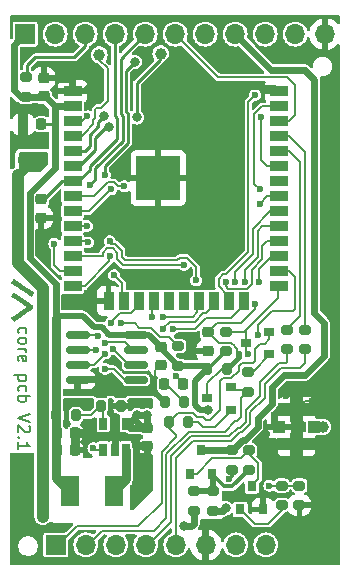
<source format=gbr>
%TF.GenerationSoftware,KiCad,Pcbnew,8.0.1*%
%TF.CreationDate,2024-04-03T20:26:05-05:00*%
%TF.ProjectId,meshtastic-diy,6d657368-7461-4737-9469-632d6469792e,2.1*%
%TF.SameCoordinates,Original*%
%TF.FileFunction,Copper,L1,Top*%
%TF.FilePolarity,Positive*%
%FSLAX46Y46*%
G04 Gerber Fmt 4.6, Leading zero omitted, Abs format (unit mm)*
G04 Created by KiCad (PCBNEW 8.0.1) date 2024-04-03 20:26:05*
%MOMM*%
%LPD*%
G01*
G04 APERTURE LIST*
G04 Aperture macros list*
%AMRoundRect*
0 Rectangle with rounded corners*
0 $1 Rounding radius*
0 $2 $3 $4 $5 $6 $7 $8 $9 X,Y pos of 4 corners*
0 Add a 4 corners polygon primitive as box body*
4,1,4,$2,$3,$4,$5,$6,$7,$8,$9,$2,$3,0*
0 Add four circle primitives for the rounded corners*
1,1,$1+$1,$2,$3*
1,1,$1+$1,$4,$5*
1,1,$1+$1,$6,$7*
1,1,$1+$1,$8,$9*
0 Add four rect primitives between the rounded corners*
20,1,$1+$1,$2,$3,$4,$5,0*
20,1,$1+$1,$4,$5,$6,$7,0*
20,1,$1+$1,$6,$7,$8,$9,0*
20,1,$1+$1,$8,$9,$2,$3,0*%
G04 Aperture macros list end*
%ADD10C,0.200000*%
%TA.AperFunction,NonConductor*%
%ADD11C,0.200000*%
%TD*%
%TA.AperFunction,EtchedComponent*%
%ADD12C,0.010000*%
%TD*%
%TA.AperFunction,SMDPad,CuDef*%
%ADD13R,0.900000X0.800000*%
%TD*%
%TA.AperFunction,SMDPad,CuDef*%
%ADD14RoundRect,0.200000X-0.275000X0.200000X-0.275000X-0.200000X0.275000X-0.200000X0.275000X0.200000X0*%
%TD*%
%TA.AperFunction,SMDPad,CuDef*%
%ADD15RoundRect,0.150000X-0.825000X-0.150000X0.825000X-0.150000X0.825000X0.150000X-0.825000X0.150000X0*%
%TD*%
%TA.AperFunction,SMDPad,CuDef*%
%ADD16RoundRect,0.225000X-0.250000X0.225000X-0.250000X-0.225000X0.250000X-0.225000X0.250000X0.225000X0*%
%TD*%
%TA.AperFunction,SMDPad,CuDef*%
%ADD17R,1.500000X2.500000*%
%TD*%
%TA.AperFunction,SMDPad,CuDef*%
%ADD18RoundRect,0.225000X0.250000X-0.225000X0.250000X0.225000X-0.250000X0.225000X-0.250000X-0.225000X0*%
%TD*%
%TA.AperFunction,SMDPad,CuDef*%
%ADD19RoundRect,0.200000X0.275000X-0.200000X0.275000X0.200000X-0.275000X0.200000X-0.275000X-0.200000X0*%
%TD*%
%TA.AperFunction,SMDPad,CuDef*%
%ADD20RoundRect,0.218750X-0.218750X-0.256250X0.218750X-0.256250X0.218750X0.256250X-0.218750X0.256250X0*%
%TD*%
%TA.AperFunction,SMDPad,CuDef*%
%ADD21RoundRect,0.200000X-0.200000X-0.275000X0.200000X-0.275000X0.200000X0.275000X-0.200000X0.275000X0*%
%TD*%
%TA.AperFunction,SMDPad,CuDef*%
%ADD22RoundRect,0.200000X0.200000X0.275000X-0.200000X0.275000X-0.200000X-0.275000X0.200000X-0.275000X0*%
%TD*%
%TA.AperFunction,SMDPad,CuDef*%
%ADD23RoundRect,0.225000X-0.225000X-0.250000X0.225000X-0.250000X0.225000X0.250000X-0.225000X0.250000X0*%
%TD*%
%TA.AperFunction,SMDPad,CuDef*%
%ADD24RoundRect,0.225000X0.225000X0.250000X-0.225000X0.250000X-0.225000X-0.250000X0.225000X-0.250000X0*%
%TD*%
%TA.AperFunction,SMDPad,CuDef*%
%ADD25R,1.000000X1.000000*%
%TD*%
%TA.AperFunction,SMDPad,CuDef*%
%ADD26R,2.200000X1.050000*%
%TD*%
%TA.AperFunction,SMDPad,CuDef*%
%ADD27R,0.800000X0.900000*%
%TD*%
%TA.AperFunction,SMDPad,CuDef*%
%ADD28C,1.000000*%
%TD*%
%TA.AperFunction,SMDPad,CuDef*%
%ADD29R,0.650000X1.060000*%
%TD*%
%TA.AperFunction,ComponentPad*%
%ADD30O,1.700000X1.700000*%
%TD*%
%TA.AperFunction,ComponentPad*%
%ADD31R,1.700000X1.700000*%
%TD*%
%TA.AperFunction,SMDPad,CuDef*%
%ADD32R,3.700000X3.700000*%
%TD*%
%TA.AperFunction,SMDPad,CuDef*%
%ADD33R,1.500000X0.900000*%
%TD*%
%TA.AperFunction,SMDPad,CuDef*%
%ADD34R,0.900000X1.500000*%
%TD*%
%TA.AperFunction,ViaPad*%
%ADD35C,0.600000*%
%TD*%
%TA.AperFunction,ViaPad*%
%ADD36C,0.800000*%
%TD*%
%TA.AperFunction,ViaPad*%
%ADD37C,1.000000*%
%TD*%
%TA.AperFunction,Conductor*%
%ADD38C,0.200000*%
%TD*%
%TA.AperFunction,Conductor*%
%ADD39C,0.250000*%
%TD*%
%TA.AperFunction,Conductor*%
%ADD40C,0.500000*%
%TD*%
%TA.AperFunction,Conductor*%
%ADD41C,0.400000*%
%TD*%
%TA.AperFunction,Conductor*%
%ADD42C,0.600000*%
%TD*%
%TA.AperFunction,Conductor*%
%ADD43C,0.300000*%
%TD*%
%TA.AperFunction,Conductor*%
%ADD44C,0.800000*%
%TD*%
%TA.AperFunction,Conductor*%
%ADD45C,1.000000*%
%TD*%
G04 APERTURE END LIST*
D10*
D11*
X143295400Y-106683332D02*
X143247780Y-106588094D01*
X143247780Y-106588094D02*
X143247780Y-106397618D01*
X143247780Y-106397618D02*
X143295400Y-106302380D01*
X143295400Y-106302380D02*
X143343019Y-106254761D01*
X143343019Y-106254761D02*
X143438257Y-106207142D01*
X143438257Y-106207142D02*
X143723971Y-106207142D01*
X143723971Y-106207142D02*
X143819209Y-106254761D01*
X143819209Y-106254761D02*
X143866828Y-106302380D01*
X143866828Y-106302380D02*
X143914447Y-106397618D01*
X143914447Y-106397618D02*
X143914447Y-106588094D01*
X143914447Y-106588094D02*
X143866828Y-106683332D01*
X143247780Y-107254761D02*
X143295400Y-107159523D01*
X143295400Y-107159523D02*
X143343019Y-107111904D01*
X143343019Y-107111904D02*
X143438257Y-107064285D01*
X143438257Y-107064285D02*
X143723971Y-107064285D01*
X143723971Y-107064285D02*
X143819209Y-107111904D01*
X143819209Y-107111904D02*
X143866828Y-107159523D01*
X143866828Y-107159523D02*
X143914447Y-107254761D01*
X143914447Y-107254761D02*
X143914447Y-107397618D01*
X143914447Y-107397618D02*
X143866828Y-107492856D01*
X143866828Y-107492856D02*
X143819209Y-107540475D01*
X143819209Y-107540475D02*
X143723971Y-107588094D01*
X143723971Y-107588094D02*
X143438257Y-107588094D01*
X143438257Y-107588094D02*
X143343019Y-107540475D01*
X143343019Y-107540475D02*
X143295400Y-107492856D01*
X143295400Y-107492856D02*
X143247780Y-107397618D01*
X143247780Y-107397618D02*
X143247780Y-107254761D01*
X143247780Y-108016666D02*
X143914447Y-108016666D01*
X143723971Y-108016666D02*
X143819209Y-108064285D01*
X143819209Y-108064285D02*
X143866828Y-108111904D01*
X143866828Y-108111904D02*
X143914447Y-108207142D01*
X143914447Y-108207142D02*
X143914447Y-108302380D01*
X143295400Y-109016666D02*
X143247780Y-108921428D01*
X143247780Y-108921428D02*
X143247780Y-108730952D01*
X143247780Y-108730952D02*
X143295400Y-108635714D01*
X143295400Y-108635714D02*
X143390638Y-108588095D01*
X143390638Y-108588095D02*
X143771590Y-108588095D01*
X143771590Y-108588095D02*
X143866828Y-108635714D01*
X143866828Y-108635714D02*
X143914447Y-108730952D01*
X143914447Y-108730952D02*
X143914447Y-108921428D01*
X143914447Y-108921428D02*
X143866828Y-109016666D01*
X143866828Y-109016666D02*
X143771590Y-109064285D01*
X143771590Y-109064285D02*
X143676352Y-109064285D01*
X143676352Y-109064285D02*
X143581114Y-108588095D01*
X143914447Y-110254762D02*
X142914447Y-110254762D01*
X143866828Y-110254762D02*
X143914447Y-110350000D01*
X143914447Y-110350000D02*
X143914447Y-110540476D01*
X143914447Y-110540476D02*
X143866828Y-110635714D01*
X143866828Y-110635714D02*
X143819209Y-110683333D01*
X143819209Y-110683333D02*
X143723971Y-110730952D01*
X143723971Y-110730952D02*
X143438257Y-110730952D01*
X143438257Y-110730952D02*
X143343019Y-110683333D01*
X143343019Y-110683333D02*
X143295400Y-110635714D01*
X143295400Y-110635714D02*
X143247780Y-110540476D01*
X143247780Y-110540476D02*
X143247780Y-110350000D01*
X143247780Y-110350000D02*
X143295400Y-110254762D01*
X143295400Y-111588095D02*
X143247780Y-111492857D01*
X143247780Y-111492857D02*
X143247780Y-111302381D01*
X143247780Y-111302381D02*
X143295400Y-111207143D01*
X143295400Y-111207143D02*
X143343019Y-111159524D01*
X143343019Y-111159524D02*
X143438257Y-111111905D01*
X143438257Y-111111905D02*
X143723971Y-111111905D01*
X143723971Y-111111905D02*
X143819209Y-111159524D01*
X143819209Y-111159524D02*
X143866828Y-111207143D01*
X143866828Y-111207143D02*
X143914447Y-111302381D01*
X143914447Y-111302381D02*
X143914447Y-111492857D01*
X143914447Y-111492857D02*
X143866828Y-111588095D01*
X143247780Y-112016667D02*
X144247780Y-112016667D01*
X143866828Y-112016667D02*
X143914447Y-112111905D01*
X143914447Y-112111905D02*
X143914447Y-112302381D01*
X143914447Y-112302381D02*
X143866828Y-112397619D01*
X143866828Y-112397619D02*
X143819209Y-112445238D01*
X143819209Y-112445238D02*
X143723971Y-112492857D01*
X143723971Y-112492857D02*
X143438257Y-112492857D01*
X143438257Y-112492857D02*
X143343019Y-112445238D01*
X143343019Y-112445238D02*
X143295400Y-112397619D01*
X143295400Y-112397619D02*
X143247780Y-112302381D01*
X143247780Y-112302381D02*
X143247780Y-112111905D01*
X143247780Y-112111905D02*
X143295400Y-112016667D01*
X144247780Y-113540477D02*
X143247780Y-113873810D01*
X143247780Y-113873810D02*
X144247780Y-114207143D01*
X144152542Y-114492858D02*
X144200161Y-114540477D01*
X144200161Y-114540477D02*
X144247780Y-114635715D01*
X144247780Y-114635715D02*
X144247780Y-114873810D01*
X144247780Y-114873810D02*
X144200161Y-114969048D01*
X144200161Y-114969048D02*
X144152542Y-115016667D01*
X144152542Y-115016667D02*
X144057304Y-115064286D01*
X144057304Y-115064286D02*
X143962066Y-115064286D01*
X143962066Y-115064286D02*
X143819209Y-115016667D01*
X143819209Y-115016667D02*
X143247780Y-114445239D01*
X143247780Y-114445239D02*
X143247780Y-115064286D01*
X143343019Y-115492858D02*
X143295400Y-115540477D01*
X143295400Y-115540477D02*
X143247780Y-115492858D01*
X143247780Y-115492858D02*
X143295400Y-115445239D01*
X143295400Y-115445239D02*
X143343019Y-115492858D01*
X143343019Y-115492858D02*
X143247780Y-115492858D01*
X143247780Y-116492857D02*
X143247780Y-115921429D01*
X143247780Y-116207143D02*
X144247780Y-116207143D01*
X144247780Y-116207143D02*
X144104923Y-116111905D01*
X144104923Y-116111905D02*
X144009685Y-116016667D01*
X144009685Y-116016667D02*
X143962066Y-115921429D01*
D12*
%TO.C,SYM1*%
X142847411Y-103257558D02*
X142856604Y-103263477D01*
X142871101Y-103273030D01*
X142890560Y-103285985D01*
X142914637Y-103302110D01*
X142942989Y-103321173D01*
X142975273Y-103342944D01*
X143011147Y-103367191D01*
X143050267Y-103393682D01*
X143092291Y-103422185D01*
X143136874Y-103452470D01*
X143183675Y-103484304D01*
X143232350Y-103517456D01*
X143271534Y-103544174D01*
X143329374Y-103583629D01*
X143390697Y-103625455D01*
X143454680Y-103669090D01*
X143520496Y-103713970D01*
X143587322Y-103759535D01*
X143654333Y-103805221D01*
X143720704Y-103850466D01*
X143785609Y-103894708D01*
X143848224Y-103937385D01*
X143907725Y-103977934D01*
X143963286Y-104015793D01*
X144014082Y-104050400D01*
X144037029Y-104066031D01*
X144089742Y-104101988D01*
X144139238Y-104135857D01*
X144185248Y-104167450D01*
X144227504Y-104196579D01*
X144265739Y-104223059D01*
X144299683Y-104246701D01*
X144329069Y-104267319D01*
X144353628Y-104284725D01*
X144373092Y-104298733D01*
X144387194Y-104309155D01*
X144395664Y-104315805D01*
X144397607Y-104317558D01*
X144417469Y-104342608D01*
X144431849Y-104371157D01*
X144440407Y-104401865D01*
X144442799Y-104433393D01*
X144438686Y-104464400D01*
X144436785Y-104471314D01*
X144426612Y-104497004D01*
X144412594Y-104521399D01*
X144396166Y-104542238D01*
X144385097Y-104552630D01*
X144380790Y-104555746D01*
X144370852Y-104562708D01*
X144355589Y-104573307D01*
X144335307Y-104587333D01*
X144310313Y-104604576D01*
X144280913Y-104624826D01*
X144247414Y-104647873D01*
X144210122Y-104673508D01*
X144169345Y-104701520D01*
X144125388Y-104731699D01*
X144078558Y-104763837D01*
X144029162Y-104797722D01*
X143977506Y-104833146D01*
X143923896Y-104869898D01*
X143868640Y-104907768D01*
X143812044Y-104946546D01*
X143754414Y-104986024D01*
X143696057Y-105025990D01*
X143637280Y-105066235D01*
X143578388Y-105106550D01*
X143519689Y-105146724D01*
X143461489Y-105186547D01*
X143404095Y-105225810D01*
X143347813Y-105264302D01*
X143292950Y-105301815D01*
X143239812Y-105338137D01*
X143188706Y-105373060D01*
X143139938Y-105406373D01*
X143093815Y-105437867D01*
X143050644Y-105467331D01*
X143010730Y-105494556D01*
X142974381Y-105519332D01*
X142941904Y-105541449D01*
X142913604Y-105560698D01*
X142889788Y-105576867D01*
X142870763Y-105589749D01*
X142856835Y-105599132D01*
X142848311Y-105604807D01*
X142845516Y-105606569D01*
X142842880Y-105603916D01*
X142836703Y-105595982D01*
X142827496Y-105583506D01*
X142815770Y-105567228D01*
X142802036Y-105547888D01*
X142786804Y-105526225D01*
X142770586Y-105502979D01*
X142753893Y-105478890D01*
X142737235Y-105454697D01*
X142721123Y-105431140D01*
X142706068Y-105408958D01*
X142692581Y-105388892D01*
X142681173Y-105371680D01*
X142672355Y-105358062D01*
X142666637Y-105348779D01*
X142664530Y-105344569D01*
X142664529Y-105344543D01*
X142664603Y-105344131D01*
X142664998Y-105343525D01*
X142665928Y-105342578D01*
X142667607Y-105341142D01*
X142670249Y-105339070D01*
X142674069Y-105336214D01*
X142679280Y-105332428D01*
X142686096Y-105327563D01*
X142694732Y-105321472D01*
X142705401Y-105314008D01*
X142718318Y-105305023D01*
X142733696Y-105294370D01*
X142751750Y-105281901D01*
X142772694Y-105267469D01*
X142796742Y-105250927D01*
X142824108Y-105232126D01*
X142855006Y-105210920D01*
X142889649Y-105187162D01*
X142928254Y-105160703D01*
X142971032Y-105131396D01*
X143018198Y-105099094D01*
X143069967Y-105063649D01*
X143126553Y-105024914D01*
X143188169Y-104982742D01*
X143255030Y-104936985D01*
X143327349Y-104887495D01*
X143405341Y-104834126D01*
X143444784Y-104807135D01*
X143501648Y-104768204D01*
X143556874Y-104730357D01*
X143610166Y-104693797D01*
X143661229Y-104658729D01*
X143709766Y-104625357D01*
X143755483Y-104593886D01*
X143798083Y-104564519D01*
X143837270Y-104537462D01*
X143872750Y-104512917D01*
X143904226Y-104491091D01*
X143931403Y-104472186D01*
X143953985Y-104456407D01*
X143971676Y-104443959D01*
X143984181Y-104435046D01*
X143991203Y-104429871D01*
X143992699Y-104428573D01*
X143989647Y-104426282D01*
X143980867Y-104420090D01*
X143966628Y-104410184D01*
X143947202Y-104396747D01*
X143922858Y-104379966D01*
X143893867Y-104360025D01*
X143860497Y-104337108D01*
X143823019Y-104311402D01*
X143781704Y-104283090D01*
X143736821Y-104252359D01*
X143688641Y-104219393D01*
X143637433Y-104184377D01*
X143583467Y-104147497D01*
X143527014Y-104108936D01*
X143468344Y-104068881D01*
X143407726Y-104027516D01*
X143345431Y-103985026D01*
X143325961Y-103971750D01*
X143263220Y-103928971D01*
X143202078Y-103887278D01*
X143142803Y-103846855D01*
X143085666Y-103807887D01*
X143030935Y-103770556D01*
X142978881Y-103735048D01*
X142929773Y-103701545D01*
X142883881Y-103670233D01*
X142841474Y-103641295D01*
X142802823Y-103614915D01*
X142768196Y-103591277D01*
X142737864Y-103570566D01*
X142712096Y-103552965D01*
X142691161Y-103538657D01*
X142675330Y-103527829D01*
X142664872Y-103520662D01*
X142660057Y-103517342D01*
X142659752Y-103517122D01*
X142661634Y-103514077D01*
X142667220Y-103505666D01*
X142676094Y-103492497D01*
X142687842Y-103475182D01*
X142702050Y-103454328D01*
X142718305Y-103430546D01*
X142736190Y-103404446D01*
X142749023Y-103385757D01*
X142768000Y-103358315D01*
X142785825Y-103332870D01*
X142802058Y-103310025D01*
X142816262Y-103290383D01*
X142827996Y-103274546D01*
X142836823Y-103263118D01*
X142842303Y-103256702D01*
X142843866Y-103255503D01*
X142847411Y-103257558D01*
%TA.AperFunction,EtchedComponent*%
G36*
X142847411Y-103257558D02*
G01*
X142856604Y-103263477D01*
X142871101Y-103273030D01*
X142890560Y-103285985D01*
X142914637Y-103302110D01*
X142942989Y-103321173D01*
X142975273Y-103342944D01*
X143011147Y-103367191D01*
X143050267Y-103393682D01*
X143092291Y-103422185D01*
X143136874Y-103452470D01*
X143183675Y-103484304D01*
X143232350Y-103517456D01*
X143271534Y-103544174D01*
X143329374Y-103583629D01*
X143390697Y-103625455D01*
X143454680Y-103669090D01*
X143520496Y-103713970D01*
X143587322Y-103759535D01*
X143654333Y-103805221D01*
X143720704Y-103850466D01*
X143785609Y-103894708D01*
X143848224Y-103937385D01*
X143907725Y-103977934D01*
X143963286Y-104015793D01*
X144014082Y-104050400D01*
X144037029Y-104066031D01*
X144089742Y-104101988D01*
X144139238Y-104135857D01*
X144185248Y-104167450D01*
X144227504Y-104196579D01*
X144265739Y-104223059D01*
X144299683Y-104246701D01*
X144329069Y-104267319D01*
X144353628Y-104284725D01*
X144373092Y-104298733D01*
X144387194Y-104309155D01*
X144395664Y-104315805D01*
X144397607Y-104317558D01*
X144417469Y-104342608D01*
X144431849Y-104371157D01*
X144440407Y-104401865D01*
X144442799Y-104433393D01*
X144438686Y-104464400D01*
X144436785Y-104471314D01*
X144426612Y-104497004D01*
X144412594Y-104521399D01*
X144396166Y-104542238D01*
X144385097Y-104552630D01*
X144380790Y-104555746D01*
X144370852Y-104562708D01*
X144355589Y-104573307D01*
X144335307Y-104587333D01*
X144310313Y-104604576D01*
X144280913Y-104624826D01*
X144247414Y-104647873D01*
X144210122Y-104673508D01*
X144169345Y-104701520D01*
X144125388Y-104731699D01*
X144078558Y-104763837D01*
X144029162Y-104797722D01*
X143977506Y-104833146D01*
X143923896Y-104869898D01*
X143868640Y-104907768D01*
X143812044Y-104946546D01*
X143754414Y-104986024D01*
X143696057Y-105025990D01*
X143637280Y-105066235D01*
X143578388Y-105106550D01*
X143519689Y-105146724D01*
X143461489Y-105186547D01*
X143404095Y-105225810D01*
X143347813Y-105264302D01*
X143292950Y-105301815D01*
X143239812Y-105338137D01*
X143188706Y-105373060D01*
X143139938Y-105406373D01*
X143093815Y-105437867D01*
X143050644Y-105467331D01*
X143010730Y-105494556D01*
X142974381Y-105519332D01*
X142941904Y-105541449D01*
X142913604Y-105560698D01*
X142889788Y-105576867D01*
X142870763Y-105589749D01*
X142856835Y-105599132D01*
X142848311Y-105604807D01*
X142845516Y-105606569D01*
X142842880Y-105603916D01*
X142836703Y-105595982D01*
X142827496Y-105583506D01*
X142815770Y-105567228D01*
X142802036Y-105547888D01*
X142786804Y-105526225D01*
X142770586Y-105502979D01*
X142753893Y-105478890D01*
X142737235Y-105454697D01*
X142721123Y-105431140D01*
X142706068Y-105408958D01*
X142692581Y-105388892D01*
X142681173Y-105371680D01*
X142672355Y-105358062D01*
X142666637Y-105348779D01*
X142664530Y-105344569D01*
X142664529Y-105344543D01*
X142664603Y-105344131D01*
X142664998Y-105343525D01*
X142665928Y-105342578D01*
X142667607Y-105341142D01*
X142670249Y-105339070D01*
X142674069Y-105336214D01*
X142679280Y-105332428D01*
X142686096Y-105327563D01*
X142694732Y-105321472D01*
X142705401Y-105314008D01*
X142718318Y-105305023D01*
X142733696Y-105294370D01*
X142751750Y-105281901D01*
X142772694Y-105267469D01*
X142796742Y-105250927D01*
X142824108Y-105232126D01*
X142855006Y-105210920D01*
X142889649Y-105187162D01*
X142928254Y-105160703D01*
X142971032Y-105131396D01*
X143018198Y-105099094D01*
X143069967Y-105063649D01*
X143126553Y-105024914D01*
X143188169Y-104982742D01*
X143255030Y-104936985D01*
X143327349Y-104887495D01*
X143405341Y-104834126D01*
X143444784Y-104807135D01*
X143501648Y-104768204D01*
X143556874Y-104730357D01*
X143610166Y-104693797D01*
X143661229Y-104658729D01*
X143709766Y-104625357D01*
X143755483Y-104593886D01*
X143798083Y-104564519D01*
X143837270Y-104537462D01*
X143872750Y-104512917D01*
X143904226Y-104491091D01*
X143931403Y-104472186D01*
X143953985Y-104456407D01*
X143971676Y-104443959D01*
X143984181Y-104435046D01*
X143991203Y-104429871D01*
X143992699Y-104428573D01*
X143989647Y-104426282D01*
X143980867Y-104420090D01*
X143966628Y-104410184D01*
X143947202Y-104396747D01*
X143922858Y-104379966D01*
X143893867Y-104360025D01*
X143860497Y-104337108D01*
X143823019Y-104311402D01*
X143781704Y-104283090D01*
X143736821Y-104252359D01*
X143688641Y-104219393D01*
X143637433Y-104184377D01*
X143583467Y-104147497D01*
X143527014Y-104108936D01*
X143468344Y-104068881D01*
X143407726Y-104027516D01*
X143345431Y-103985026D01*
X143325961Y-103971750D01*
X143263220Y-103928971D01*
X143202078Y-103887278D01*
X143142803Y-103846855D01*
X143085666Y-103807887D01*
X143030935Y-103770556D01*
X142978881Y-103735048D01*
X142929773Y-103701545D01*
X142883881Y-103670233D01*
X142841474Y-103641295D01*
X142802823Y-103614915D01*
X142768196Y-103591277D01*
X142737864Y-103570566D01*
X142712096Y-103552965D01*
X142691161Y-103538657D01*
X142675330Y-103527829D01*
X142664872Y-103520662D01*
X142660057Y-103517342D01*
X142659752Y-103517122D01*
X142661634Y-103514077D01*
X142667220Y-103505666D01*
X142676094Y-103492497D01*
X142687842Y-103475182D01*
X142702050Y-103454328D01*
X142718305Y-103430546D01*
X142736190Y-103404446D01*
X142749023Y-103385757D01*
X142768000Y-103358315D01*
X142785825Y-103332870D01*
X142802058Y-103310025D01*
X142816262Y-103290383D01*
X142827996Y-103274546D01*
X142836823Y-103263118D01*
X142842303Y-103256702D01*
X142843866Y-103255503D01*
X142847411Y-103257558D01*
G37*
%TD.AperFunction*%
X142851959Y-102111020D02*
X142861151Y-102116957D01*
X142875677Y-102126545D01*
X142895209Y-102139563D01*
X142919419Y-102155789D01*
X142947978Y-102175002D01*
X142980558Y-102196978D01*
X143016831Y-102221497D01*
X143056467Y-102248336D01*
X143099139Y-102277274D01*
X143144518Y-102308088D01*
X143192276Y-102340558D01*
X143242085Y-102374461D01*
X143293615Y-102409575D01*
X143313757Y-102423311D01*
X143373485Y-102464050D01*
X143436376Y-102506948D01*
X143501674Y-102551489D01*
X143568624Y-102597156D01*
X143636469Y-102643435D01*
X143704454Y-102689809D01*
X143771822Y-102735764D01*
X143837819Y-102780783D01*
X143901687Y-102824350D01*
X143962671Y-102865951D01*
X144020015Y-102905069D01*
X144072963Y-102941189D01*
X144120759Y-102973795D01*
X144125929Y-102977322D01*
X144171350Y-103008347D01*
X144215060Y-103038282D01*
X144256689Y-103066867D01*
X144295866Y-103093846D01*
X144332221Y-103118959D01*
X144365382Y-103141950D01*
X144394980Y-103162561D01*
X144420644Y-103180533D01*
X144442002Y-103195610D01*
X144458686Y-103207533D01*
X144470323Y-103216044D01*
X144476543Y-103220885D01*
X144477523Y-103221913D01*
X144475460Y-103225752D01*
X144469706Y-103234953D01*
X144460673Y-103248891D01*
X144448775Y-103266944D01*
X144434424Y-103288487D01*
X144418034Y-103312896D01*
X144400018Y-103339549D01*
X144385316Y-103361178D01*
X144293486Y-103495967D01*
X144260508Y-103473103D01*
X144253297Y-103468140D01*
X144240495Y-103459371D01*
X144222511Y-103447075D01*
X144199754Y-103431529D01*
X144172630Y-103413012D01*
X144141548Y-103391802D01*
X144106916Y-103368179D01*
X144069143Y-103342420D01*
X144028636Y-103314803D01*
X143985804Y-103285608D01*
X143941054Y-103255112D01*
X143894795Y-103223594D01*
X143861043Y-103200602D01*
X143807506Y-103164131D01*
X143748919Y-103124215D01*
X143686228Y-103081497D01*
X143620378Y-103036622D01*
X143552313Y-102990234D01*
X143482980Y-102942978D01*
X143413323Y-102895497D01*
X143344288Y-102848436D01*
X143276820Y-102802440D01*
X143211864Y-102758152D01*
X143150366Y-102716217D01*
X143097229Y-102679980D01*
X143048510Y-102646756D01*
X143001193Y-102614495D01*
X142955653Y-102583451D01*
X142912262Y-102553880D01*
X142871394Y-102526034D01*
X142833422Y-102500168D01*
X142798720Y-102476536D01*
X142767661Y-102455393D01*
X142740618Y-102436993D01*
X142717965Y-102421590D01*
X142700074Y-102409438D01*
X142687321Y-102400792D01*
X142680076Y-102395906D01*
X142679036Y-102395212D01*
X142668666Y-102388047D01*
X142661265Y-102382333D01*
X142658383Y-102379268D01*
X142658383Y-102379222D01*
X142660420Y-102375868D01*
X142666165Y-102367151D01*
X142675205Y-102353680D01*
X142687127Y-102336065D01*
X142701517Y-102314914D01*
X142717961Y-102290838D01*
X142736046Y-102264446D01*
X142750949Y-102242757D01*
X142771003Y-102213776D01*
X142789601Y-102187233D01*
X142806350Y-102163668D01*
X142820856Y-102143623D01*
X142832724Y-102127638D01*
X142841561Y-102116253D01*
X142846974Y-102110010D01*
X142848430Y-102108957D01*
X142851959Y-102111020D01*
%TA.AperFunction,EtchedComponent*%
G36*
X142851959Y-102111020D02*
G01*
X142861151Y-102116957D01*
X142875677Y-102126545D01*
X142895209Y-102139563D01*
X142919419Y-102155789D01*
X142947978Y-102175002D01*
X142980558Y-102196978D01*
X143016831Y-102221497D01*
X143056467Y-102248336D01*
X143099139Y-102277274D01*
X143144518Y-102308088D01*
X143192276Y-102340558D01*
X143242085Y-102374461D01*
X143293615Y-102409575D01*
X143313757Y-102423311D01*
X143373485Y-102464050D01*
X143436376Y-102506948D01*
X143501674Y-102551489D01*
X143568624Y-102597156D01*
X143636469Y-102643435D01*
X143704454Y-102689809D01*
X143771822Y-102735764D01*
X143837819Y-102780783D01*
X143901687Y-102824350D01*
X143962671Y-102865951D01*
X144020015Y-102905069D01*
X144072963Y-102941189D01*
X144120759Y-102973795D01*
X144125929Y-102977322D01*
X144171350Y-103008347D01*
X144215060Y-103038282D01*
X144256689Y-103066867D01*
X144295866Y-103093846D01*
X144332221Y-103118959D01*
X144365382Y-103141950D01*
X144394980Y-103162561D01*
X144420644Y-103180533D01*
X144442002Y-103195610D01*
X144458686Y-103207533D01*
X144470323Y-103216044D01*
X144476543Y-103220885D01*
X144477523Y-103221913D01*
X144475460Y-103225752D01*
X144469706Y-103234953D01*
X144460673Y-103248891D01*
X144448775Y-103266944D01*
X144434424Y-103288487D01*
X144418034Y-103312896D01*
X144400018Y-103339549D01*
X144385316Y-103361178D01*
X144293486Y-103495967D01*
X144260508Y-103473103D01*
X144253297Y-103468140D01*
X144240495Y-103459371D01*
X144222511Y-103447075D01*
X144199754Y-103431529D01*
X144172630Y-103413012D01*
X144141548Y-103391802D01*
X144106916Y-103368179D01*
X144069143Y-103342420D01*
X144028636Y-103314803D01*
X143985804Y-103285608D01*
X143941054Y-103255112D01*
X143894795Y-103223594D01*
X143861043Y-103200602D01*
X143807506Y-103164131D01*
X143748919Y-103124215D01*
X143686228Y-103081497D01*
X143620378Y-103036622D01*
X143552313Y-102990234D01*
X143482980Y-102942978D01*
X143413323Y-102895497D01*
X143344288Y-102848436D01*
X143276820Y-102802440D01*
X143211864Y-102758152D01*
X143150366Y-102716217D01*
X143097229Y-102679980D01*
X143048510Y-102646756D01*
X143001193Y-102614495D01*
X142955653Y-102583451D01*
X142912262Y-102553880D01*
X142871394Y-102526034D01*
X142833422Y-102500168D01*
X142798720Y-102476536D01*
X142767661Y-102455393D01*
X142740618Y-102436993D01*
X142717965Y-102421590D01*
X142700074Y-102409438D01*
X142687321Y-102400792D01*
X142680076Y-102395906D01*
X142679036Y-102395212D01*
X142668666Y-102388047D01*
X142661265Y-102382333D01*
X142658383Y-102379268D01*
X142658383Y-102379222D01*
X142660420Y-102375868D01*
X142666165Y-102367151D01*
X142675205Y-102353680D01*
X142687127Y-102336065D01*
X142701517Y-102314914D01*
X142717961Y-102290838D01*
X142736046Y-102264446D01*
X142750949Y-102242757D01*
X142771003Y-102213776D01*
X142789601Y-102187233D01*
X142806350Y-102163668D01*
X142820856Y-102143623D01*
X142832724Y-102127638D01*
X142841561Y-102116253D01*
X142846974Y-102110010D01*
X142848430Y-102108957D01*
X142851959Y-102111020D01*
G37*
%TD.AperFunction*%
%TD*%
D13*
%TO.P,Q1,3,C*%
%TO.N,/GPIO0*%
X162500000Y-107500000D03*
%TO.P,Q1,2,E*%
%TO.N,/DTR*%
X164500000Y-106550000D03*
%TO.P,Q1,1,B*%
%TO.N,Net-(Q1-B)*%
X164500000Y-108450000D03*
%TD*%
D14*
%TO.P,R1,2*%
%TO.N,unconnected-(R1-Pad2)*%
X166000000Y-108050000D03*
%TO.P,R1,1*%
%TO.N,/ESP32_RX*%
X166000000Y-106400000D03*
%TD*%
D15*
%TO.P,U2,8,VCC*%
%TO.N,+3.3V*%
X153224000Y-106807000D03*
%TO.P,U2,7,SIO3*%
%TO.N,/SHD_SD2*%
X153224000Y-108077000D03*
%TO.P,U2,6,SCLK*%
%TO.N,/SRAM_CLK*%
X153224000Y-109347000D03*
%TO.P,U2,5,SI/SIO*%
%TO.N,/SDI_SD1*%
X153224000Y-110617000D03*
%TO.P,U2,4,VSS*%
%TO.N,GND*%
X148274000Y-110617000D03*
%TO.P,U2,3,SIO2*%
%TO.N,/SWP_SD3*%
X148274000Y-109347000D03*
%TO.P,U2,2,SO/SIO*%
%TO.N,/SDO_SD0*%
X148274000Y-108077000D03*
%TO.P,U2,1,~{CE}*%
%TO.N,/GPIO16*%
X148274000Y-106807000D03*
%TD*%
D16*
%TO.P,C4,2*%
%TO.N,GND*%
X155300000Y-109375000D03*
%TO.P,C4,1*%
%TO.N,+3.3V*%
X155300000Y-107825000D03*
%TD*%
D17*
%TO.P,L2,2,2*%
%TO.N,+3.3V*%
X147650000Y-120050000D03*
%TO.P,L2,1,1*%
%TO.N,Net-(U5-SW)*%
X151350000Y-120050000D03*
%TD*%
D18*
%TO.P,C5,2*%
%TO.N,GND*%
X145200000Y-90475000D03*
%TO.P,C5,1*%
%TO.N,+5V*%
X145200000Y-92025000D03*
%TD*%
D13*
%TO.P,Q2,3,C*%
%TO.N,/EN*%
X159250000Y-112200000D03*
%TO.P,Q2,2,E*%
%TO.N,/RTS*%
X161250000Y-111250000D03*
%TO.P,Q2,1,B*%
%TO.N,Net-(Q2-B)*%
X161250000Y-113150000D03*
%TD*%
D19*
%TO.P,R3,2*%
%TO.N,Net-(Q1-B)*%
X162700000Y-109975000D03*
%TO.P,R3,1*%
%TO.N,/RTS*%
X162700000Y-111625000D03*
%TD*%
D14*
%TO.P,R6,2*%
%TO.N,+3.3V*%
X156800000Y-109425000D03*
%TO.P,R6,1*%
%TO.N,/GPIO16*%
X156800000Y-107775000D03*
%TD*%
%TO.P,R2,2*%
%TO.N,unconnected-(R2-Pad2)*%
X167500000Y-108050000D03*
%TO.P,R2,1*%
%TO.N,/ESP32_TX*%
X167500000Y-106400000D03*
%TD*%
D20*
%TO.P,D1,2,A*%
%TO.N,/GPIO2*%
X157187500Y-111000000D03*
%TO.P,D1,1,K*%
%TO.N,Net-(D1-K)*%
X155612500Y-111000000D03*
%TD*%
D21*
%TO.P,R14,2*%
%TO.N,GNDA*%
X151900000Y-112800000D03*
%TO.P,R14,1*%
%TO.N,Net-(U5-FB)*%
X150250000Y-112800000D03*
%TD*%
D22*
%TO.P,R8,2*%
%TO.N,GND*%
X155650000Y-112500000D03*
%TO.P,R8,1*%
%TO.N,Net-(D1-K)*%
X157300000Y-112500000D03*
%TD*%
D16*
%TO.P,C10,2*%
%TO.N,GNDA*%
X154175000Y-116225000D03*
%TO.P,C10,1*%
%TO.N,+5V*%
X154175000Y-114675000D03*
%TD*%
%TO.P,C6,2*%
%TO.N,GND*%
X145200000Y-96900000D03*
%TO.P,C6,1*%
%TO.N,/vbat_mon*%
X145200000Y-95350000D03*
%TD*%
D14*
%TO.P,R9,2*%
%TO.N,+3.3V*%
X143900000Y-86675000D03*
%TO.P,R9,1*%
%TO.N,/USR_BTN*%
X143900000Y-85025000D03*
%TD*%
D23*
%TO.P,C12,2*%
%TO.N,GNDA*%
X148075000Y-116600000D03*
%TO.P,C12,1*%
%TO.N,+3.3V*%
X146525000Y-116600000D03*
%TD*%
D16*
%TO.P,C1,2*%
%TO.N,GND*%
X159300000Y-108150000D03*
%TO.P,C1,1*%
%TO.N,/EN*%
X159300000Y-106600000D03*
%TD*%
D21*
%TO.P,R4,2*%
%TO.N,Net-(Q2-B)*%
X157625000Y-114200000D03*
%TO.P,R4,1*%
%TO.N,/DTR*%
X155975000Y-114200000D03*
%TD*%
D18*
%TO.P,C13,2*%
%TO.N,GND*%
X143700000Y-90475000D03*
%TO.P,C13,1*%
%TO.N,+5V*%
X143700000Y-92025000D03*
%TD*%
%TO.P,C2,2*%
%TO.N,GND*%
X145400000Y-85075000D03*
%TO.P,C2,1*%
%TO.N,+3.3V*%
X145400000Y-86625000D03*
%TD*%
D24*
%TO.P,C3,2*%
%TO.N,GND*%
X143650000Y-89000000D03*
%TO.P,C3,1*%
%TO.N,+3.3V*%
X145200000Y-89000000D03*
%TD*%
D25*
%TO.P,J4,2,Ext*%
%TO.N,GND*%
X165300000Y-114600000D03*
D26*
X166800000Y-113125000D03*
X166800000Y-116075000D03*
D25*
%TO.P,J4,1,In*%
%TO.N,Net-(J4-In)*%
X168300000Y-114600000D03*
%TD*%
D27*
%TO.P,Q4,3,C*%
%TO.N,Net-(Q4-C)*%
X163000000Y-119600000D03*
%TO.P,Q4,2,E*%
%TO.N,GND*%
X163950000Y-121600000D03*
%TO.P,Q4,1,B*%
%TO.N,Net-(Q4-B)*%
X162050000Y-121600000D03*
%TD*%
D14*
%TO.P,R16,2*%
%TO.N,/GPS_PWR_enable*%
X161300000Y-118225000D03*
%TO.P,R16,1*%
%TO.N,/GPS_pwr*%
X161300000Y-116575000D03*
%TD*%
D23*
%TO.P,C11,2*%
%TO.N,GNDA*%
X148075000Y-115100000D03*
%TO.P,C11,1*%
%TO.N,+3.3V*%
X146525000Y-115100000D03*
%TD*%
D21*
%TO.P,R7,2*%
%TO.N,/EN*%
X160875000Y-109700000D03*
%TO.P,R7,1*%
%TO.N,+3.3V*%
X159225000Y-109700000D03*
%TD*%
D14*
%TO.P,R5,2*%
%TO.N,+3.3V*%
X160800000Y-108200000D03*
%TO.P,R5,1*%
%TO.N,/GPIO0*%
X160800000Y-106550000D03*
%TD*%
D28*
%TO.P,TP1,1,1*%
%TO.N,Net-(U1-SENSOR_VP)*%
X150100000Y-83100000D03*
%TD*%
D21*
%TO.P,R13,2*%
%TO.N,Net-(U5-FB)*%
X148125000Y-113600000D03*
%TO.P,R13,1*%
%TO.N,+3.3V*%
X146475000Y-113600000D03*
%TD*%
D29*
%TO.P,U5,5,FB*%
%TO.N,Net-(U5-FB)*%
X150450000Y-114350000D03*
%TO.P,U5,4,VIN*%
%TO.N,+5V*%
X152350000Y-114350000D03*
%TO.P,U5,3,SW*%
%TO.N,Net-(U5-SW)*%
X152350000Y-116550000D03*
%TO.P,U5,2,GND*%
%TO.N,GNDA*%
X151400000Y-116550000D03*
%TO.P,U5,1,EN*%
%TO.N,+5V*%
X150450000Y-116550000D03*
%TD*%
D28*
%TO.P,TP2,1,1*%
%TO.N,Net-(U1-IO34)*%
X155300000Y-83000000D03*
%TD*%
D14*
%TO.P,R10,2*%
%TO.N,+3.3V*%
X159700000Y-121725000D03*
%TO.P,R10,1*%
%TO.N,Net-(Q5-S)*%
X159700000Y-120075000D03*
%TD*%
%TO.P,R11,2*%
%TO.N,+5V*%
X158100000Y-121700000D03*
%TO.P,R11,1*%
%TO.N,Net-(Q5-S)*%
X158100000Y-120050000D03*
%TD*%
D27*
%TO.P,Q5,3,D*%
%TO.N,/GPS_pwr*%
X158700000Y-116600000D03*
%TO.P,Q5,2,S*%
%TO.N,Net-(Q5-S)*%
X159650000Y-118600000D03*
%TO.P,Q5,1,G*%
%TO.N,Net-(Q4-C)*%
X157750000Y-118600000D03*
%TD*%
D14*
%TO.P,R15,2*%
%TO.N,Net-(Q5-S)*%
X162800000Y-118225000D03*
%TO.P,R15,1*%
%TO.N,Net-(Q4-C)*%
X162800000Y-116575000D03*
%TD*%
%TO.P,R12,2*%
%TO.N,Net-(Q4-B)*%
X165550000Y-121225000D03*
%TO.P,R12,1*%
%TO.N,/GPS_PWR_enable*%
X165550000Y-119575000D03*
%TD*%
D19*
%TO.P,R17,2*%
%TO.N,/GPS_PWR_enable*%
X167050000Y-119575000D03*
%TO.P,R17,1*%
%TO.N,GND*%
X167050000Y-121225000D03*
%TD*%
D30*
%TO.P,,4*%
%TO.N,/vbat_mon*%
X151450000Y-81350000D03*
%TD*%
D31*
%TO.P,,1*%
%TO.N,+3.3V*%
X143830000Y-81350000D03*
%TD*%
D30*
%TO.P,,2*%
%TO.N,/RTS*%
X148960000Y-124600000D03*
%TD*%
%TO.P,,9*%
%TO.N,/GPS_RX*%
X164150000Y-81350000D03*
%TD*%
%TO.P,,10*%
%TO.N,/GPS_TX*%
X166690000Y-81350000D03*
%TD*%
%TO.P,,2*%
%TO.N,/gpio_26*%
X146370000Y-81350000D03*
%TD*%
%TO.P,,8*%
%TO.N,/GPS_pwr*%
X161610000Y-81350000D03*
%TD*%
%TO.P,,11*%
%TO.N,GND*%
X169230000Y-81350000D03*
%TD*%
%TO.P,,7*%
%TO.N,/EN*%
X161660000Y-124600000D03*
%TD*%
%TO.P,,3*%
%TO.N,/USR_BTN*%
X148910000Y-81350000D03*
%TD*%
%TO.P,,4*%
%TO.N,unconnected-(R1-Pad2)*%
X154040000Y-124600000D03*
%TD*%
%TO.P,,5*%
%TO.N,/5V_pwrctrl*%
X153990000Y-81350000D03*
%TD*%
%TO.P,,8*%
%TO.N,/GPIO0*%
X164200000Y-124600000D03*
%TD*%
D32*
%TO.P,U1,47,GND_12*%
%TO.N,GND*%
X155100000Y-93530000D03*
D33*
%TO.P,U1,38,GND_3*%
X165350000Y-86190000D03*
%TO.P,U1,37,IO23*%
%TO.N,/e22_NRST*%
X165350000Y-87460000D03*
%TO.P,U1,36,IO22*%
%TO.N,/SCL*%
X165350000Y-88730000D03*
%TO.P,U1,35,TXD0*%
%TO.N,/ESP32_TX*%
X165350000Y-90000000D03*
%TO.P,U1,34,RXD0*%
%TO.N,/ESP32_RX*%
X165350000Y-91270000D03*
%TO.P,U1,33,IO21*%
%TO.N,/SDA*%
X165350000Y-92540000D03*
%TO.P,U1,32,NC_7*%
%TO.N,unconnected-(U1-NC_7-Pad32)*%
X165350000Y-93810000D03*
%TO.P,U1,31,IO19*%
%TO.N,/e22_MISO*%
X165350000Y-95080000D03*
%TO.P,U1,30,IO18*%
%TO.N,/e22_NSS*%
X165350000Y-96350000D03*
%TO.P,U1,29,IO5*%
%TO.N,/e22_SCK*%
X165350000Y-97620000D03*
%TO.P,U1,28,IO17*%
%TO.N,/SRAM_CLK*%
X165350000Y-98890000D03*
%TO.P,U1,27,IO16*%
%TO.N,/GPIO16*%
X165350000Y-100160000D03*
%TO.P,U1,26,IO4*%
%TO.N,/GPS_PWR_enable*%
X165350000Y-101430000D03*
%TO.P,U1,25,IO0*%
%TO.N,/GPIO0*%
X165350000Y-102700000D03*
D34*
%TO.P,U1,24,IO2*%
%TO.N,/GPIO2*%
X162315000Y-103950000D03*
%TO.P,U1,23,IO15*%
%TO.N,/GPS_TX*%
X161045000Y-103950000D03*
%TO.P,U1,22,NC_6*%
%TO.N,/SDI_SD1*%
X159775000Y-103950000D03*
%TO.P,U1,21,NC_5*%
%TO.N,/SDO_SD0*%
X158505000Y-103950000D03*
%TO.P,U1,20,NC_4*%
%TO.N,unconnected-(U1-NC_4-Pad20)*%
X157235000Y-103950000D03*
%TO.P,U1,19,NC_3*%
%TO.N,unconnected-(U1-NC_3-Pad19)*%
X155965000Y-103950000D03*
%TO.P,U1,18,NC_2*%
%TO.N,/SWP_SD3*%
X154695000Y-103950000D03*
%TO.P,U1,17,NC_1*%
%TO.N,/SHD_SD2*%
X153425000Y-103950000D03*
%TO.P,U1,16,IO13*%
%TO.N,/e22_TXEN*%
X152155000Y-103950000D03*
%TO.P,U1,15,GND_2*%
%TO.N,GND*%
X150885000Y-103950000D03*
D33*
%TO.P,U1,14,IO12*%
%TO.N,/GPS_RX*%
X147850000Y-102700000D03*
%TO.P,U1,13,IO14*%
%TO.N,/e22_RXEN*%
X147850000Y-101430000D03*
%TO.P,U1,12,IO27*%
%TO.N,/e22_MOSI*%
X147850000Y-100160000D03*
%TO.P,U1,11,IO26*%
%TO.N,/gpio_26*%
X147850000Y-98890000D03*
%TO.P,U1,10,IO25*%
%TO.N,/5V_pwrctrl*%
X147850000Y-97620000D03*
%TO.P,U1,9,IO33*%
%TO.N,/e22_DIO1*%
X147850000Y-96350000D03*
%TO.P,U1,8,IO32*%
%TO.N,/e22_BUSY*%
X147850000Y-95080000D03*
%TO.P,U1,7,IO35*%
%TO.N,/vbat_mon*%
X147850000Y-93810000D03*
%TO.P,U1,6,IO34*%
%TO.N,Net-(U1-IO34)*%
X147850000Y-92540000D03*
%TO.P,U1,5,SENSOR_VN*%
%TO.N,/USR_BTN*%
X147850000Y-91270000D03*
%TO.P,U1,4,SENSOR_VP*%
%TO.N,Net-(U1-SENSOR_VP)*%
X147850000Y-90000000D03*
%TO.P,U1,3,EN*%
%TO.N,/EN*%
X147850000Y-88730000D03*
%TO.P,U1,2,3V3*%
%TO.N,+3.3V*%
X147850000Y-87460000D03*
%TO.P,U1,1,GND_1*%
%TO.N,GND*%
X147850000Y-86190000D03*
%TD*%
D30*
%TO.P,,3*%
%TO.N,+5V*%
X151500000Y-124600000D03*
%TD*%
%TO.P,,6*%
%TO.N,GND*%
X159120000Y-124600000D03*
%TD*%
%TO.P,,5*%
%TO.N,unconnected-(R2-Pad2)*%
X156580000Y-124600000D03*
%TD*%
%TO.P,,6*%
%TO.N,/SCL*%
X156530000Y-81350000D03*
%TD*%
%TO.P,,7*%
%TO.N,/SDA*%
X159070000Y-81350000D03*
%TD*%
D31*
%TO.P,,1*%
%TO.N,/DTR*%
X146420000Y-124600000D03*
%TD*%
D35*
%TO.N,GND*%
X168900000Y-115800000D03*
X166500000Y-112000000D03*
X169300000Y-112400000D03*
X160800000Y-85800000D03*
X164900000Y-115800000D03*
X164300000Y-114600000D03*
X158100000Y-107600000D03*
X161900000Y-89400000D03*
X144100000Y-87600000D03*
X165900000Y-112000000D03*
X164900000Y-113600000D03*
X164300000Y-115200000D03*
X169500000Y-115800000D03*
X168100000Y-112400000D03*
X146600000Y-85200000D03*
X150200000Y-85500000D03*
X164900000Y-116400000D03*
X165900000Y-111400000D03*
X145300000Y-87600000D03*
X146600000Y-84600000D03*
X148600000Y-111700000D03*
X164900000Y-117000000D03*
X158100000Y-108200000D03*
X158100000Y-107000000D03*
D36*
X148300000Y-104000000D03*
D35*
X160700000Y-89400000D03*
D36*
X149100000Y-104000000D03*
D35*
X160200000Y-85800000D03*
X149551755Y-86800473D03*
X168700000Y-112400000D03*
X150150000Y-86850000D03*
X165300000Y-117400000D03*
X149600000Y-85600000D03*
X161700000Y-92200000D03*
X147800431Y-85200432D03*
X165900000Y-117400000D03*
X147400000Y-111700000D03*
X144700000Y-87600000D03*
X166500000Y-111400000D03*
X166500000Y-117400000D03*
X148000000Y-111700000D03*
X159600000Y-85800000D03*
X143500000Y-87600000D03*
X159000000Y-85800000D03*
X161300000Y-89400000D03*
X160500000Y-92200000D03*
X159900000Y-92200000D03*
X147200000Y-84600000D03*
X160100000Y-89400000D03*
X168300000Y-115800000D03*
X149600000Y-86200000D03*
D36*
X147500000Y-104000000D03*
D35*
X164300000Y-115800000D03*
X150200000Y-86200000D03*
X146500000Y-95900000D03*
X149200000Y-111700000D03*
X161100000Y-92200000D03*
X147200000Y-85200000D03*
%TO.N,/EN*%
X163300000Y-104200000D03*
X150981466Y-98900000D03*
X149102358Y-88301631D03*
X158300000Y-102200000D03*
X161900000Y-108400000D03*
%TO.N,/GPIO2*%
X156300000Y-106300000D03*
X156600000Y-110325000D03*
D36*
%TO.N,+3.3V*%
X160800000Y-121500000D03*
X159300000Y-113200000D03*
D35*
%TO.N,/GPIO0*%
X162700000Y-108400000D03*
D37*
%TO.N,Net-(J4-In)*%
X169000000Y-114600000D03*
D35*
%TO.N,/GPIO16*%
X151907175Y-105800000D03*
X150000000Y-106900000D03*
X163600000Y-102300000D03*
%TO.N,/e22_NRST*%
X163700000Y-94500000D03*
%TO.N,/SDA*%
X163800000Y-88400000D03*
%TO.N,/e22_MISO*%
X163700000Y-95700000D03*
%TO.N,/e22_NSS*%
X161600000Y-102300000D03*
%TO.N,/e22_SCK*%
X162400000Y-102300000D03*
%TO.N,/SRAM_CLK*%
X160800000Y-102300000D03*
X151300000Y-108000000D03*
%TO.N,/SDI_SD1*%
X155500000Y-106300000D03*
X150600000Y-109700000D03*
%TO.N,/SDO_SD0*%
X149800000Y-108077000D03*
X155500000Y-105300000D03*
%TO.N,/SWP_SD3*%
X150600000Y-108400000D03*
X154600000Y-105300000D03*
%TO.N,/SHD_SD2*%
X151100000Y-105800000D03*
X150565687Y-107465687D03*
%TO.N,/e22_TXEN*%
X151350000Y-101750000D03*
%TO.N,/e22_RXEN*%
X146300000Y-99100000D03*
%TO.N,/e22_MOSI*%
X157300000Y-100900000D03*
%TO.N,/e22_DIO1*%
X151100000Y-94500000D03*
%TO.N,/e22_BUSY*%
X152224264Y-94224264D03*
%TO.N,+5V*%
X149600000Y-116400000D03*
D36*
X145300000Y-122200000D03*
X157300000Y-123000000D03*
D35*
X145100000Y-92600000D03*
D36*
X153300000Y-113600000D03*
X145300000Y-120600000D03*
D35*
X144500000Y-92600000D03*
D36*
X154100000Y-113600000D03*
X145300000Y-121400000D03*
D35*
%TO.N,/5V_pwrctrl*%
X149300000Y-94100000D03*
X149100000Y-97600000D03*
%TO.N,GNDA*%
X152100000Y-115450000D03*
X151500000Y-115450000D03*
X150900000Y-115450000D03*
X150300000Y-115450000D03*
X149000000Y-114450000D03*
X149600000Y-114450000D03*
X149600000Y-115100000D03*
X147400000Y-112700000D03*
X149000000Y-115100000D03*
%TO.N,/GPS_TX*%
X163300000Y-86500000D03*
D36*
%TO.N,/USR_BTN*%
X150526710Y-88272283D03*
D35*
%TO.N,/GPS_PWR_enable*%
X164500000Y-119600000D03*
X161100000Y-119000000D03*
X163500000Y-106800000D03*
%TO.N,/GPS_RX*%
X151000000Y-100100000D03*
D36*
X153100000Y-83700000D03*
D35*
X150575735Y-93275735D03*
%TO.N,/gpio_26*%
X149130789Y-98989737D03*
D36*
%TO.N,Net-(U1-IO34)*%
X153300000Y-88400000D03*
X150900000Y-89200000D03*
%TD*%
D38*
%TO.N,GND*%
X159900000Y-92200000D02*
X160500000Y-92200000D01*
X165300000Y-117400000D02*
X164900000Y-117000000D01*
X165900000Y-111400000D02*
X165900000Y-112000000D01*
D39*
X146500000Y-96600000D02*
X146500000Y-95900000D01*
D40*
X148000000Y-111700000D02*
X148600000Y-111700000D01*
D38*
X166500000Y-112825000D02*
X166800000Y-113125000D01*
D40*
X147400000Y-111700000D02*
X148000000Y-111700000D01*
D41*
X160800000Y-85800000D02*
X160200000Y-85800000D01*
D40*
X146800000Y-85200000D02*
X146800000Y-84600000D01*
D38*
X148274000Y-110617000D02*
X148274000Y-111426000D01*
X165900000Y-111400000D02*
X166500000Y-111400000D01*
D40*
X148600000Y-111700000D02*
X149200000Y-111700000D01*
D38*
X166500000Y-111400000D02*
X166500000Y-112000000D01*
D40*
X154850000Y-111700000D02*
X155650000Y-112500000D01*
D41*
X159600000Y-85800000D02*
X159000000Y-85800000D01*
D40*
X149200000Y-111700000D02*
X154850000Y-111700000D01*
D38*
X169300000Y-112400000D02*
X168700000Y-112400000D01*
X164300000Y-115800000D02*
X164300000Y-115200000D01*
X160100000Y-89400000D02*
X160700000Y-89400000D01*
X164300000Y-114600000D02*
X165300000Y-114600000D01*
X164900000Y-116400000D02*
X164900000Y-115800000D01*
D40*
X149501279Y-86850000D02*
X150150000Y-86850000D01*
D41*
X164860000Y-85800000D02*
X165250000Y-86190000D01*
D40*
X150150000Y-86250000D02*
X150200000Y-86200000D01*
D38*
X161900000Y-89400000D02*
X161900000Y-92200000D01*
X167525000Y-112400000D02*
X166800000Y-113125000D01*
X166500000Y-112000000D02*
X166500000Y-112825000D01*
D40*
X149451752Y-86800473D02*
X149501279Y-86850000D01*
D38*
X158100000Y-108200000D02*
X158100000Y-107600000D01*
D41*
X160800000Y-85800000D02*
X164860000Y-85800000D01*
D38*
X166500000Y-117400000D02*
X165900000Y-117400000D01*
X165900000Y-112000000D02*
X166500000Y-112000000D01*
X168700000Y-112400000D02*
X168100000Y-112400000D01*
X161300000Y-89400000D02*
X161900000Y-89400000D01*
X159900000Y-89400000D02*
X159600000Y-89100000D01*
X164300000Y-115200000D02*
X164300000Y-114600000D01*
X165300000Y-117400000D02*
X165900000Y-117400000D01*
X167075000Y-115800000D02*
X166800000Y-116075000D01*
D42*
X164900000Y-114200000D02*
X165300000Y-114600000D01*
D41*
X160200000Y-85800000D02*
X159600000Y-85800000D01*
D40*
X149451752Y-86248245D02*
X149499997Y-86200000D01*
D38*
X155300000Y-109375000D02*
X154850000Y-109825000D01*
X160100000Y-89400000D02*
X159900000Y-89400000D01*
D40*
X149451752Y-86800473D02*
X149451752Y-86248245D01*
D38*
X158100000Y-107600000D02*
X158100000Y-107000000D01*
X161100000Y-92200000D02*
X160500000Y-92200000D01*
D40*
X147700000Y-85200000D02*
X147400000Y-85200000D01*
D38*
X168900000Y-115800000D02*
X168300000Y-115800000D01*
D40*
X148909997Y-86190000D02*
X147750000Y-86190000D01*
D38*
X168300000Y-115800000D02*
X167075000Y-115800000D01*
X168100000Y-112400000D02*
X167525000Y-112400000D01*
D42*
X164900000Y-113600000D02*
X164900000Y-114200000D01*
D39*
X145400000Y-96900000D02*
X146200000Y-96900000D01*
D38*
X159600000Y-89100000D02*
X159600000Y-85800000D01*
X164900000Y-115800000D02*
X164300000Y-115800000D01*
D40*
X146800000Y-85200000D02*
X147400000Y-85200000D01*
X146800000Y-84600000D02*
X147200000Y-84600000D01*
X149499997Y-86200000D02*
X149499997Y-85600000D01*
X147200000Y-84600000D02*
X147400000Y-84600000D01*
X149499997Y-85600000D02*
X148909997Y-86190000D01*
D38*
X161700000Y-92200000D02*
X161100000Y-92200000D01*
X161900000Y-92200000D02*
X161700000Y-92200000D01*
X158150000Y-108150000D02*
X158100000Y-108200000D01*
D40*
X147700432Y-85200432D02*
X147700000Y-85200000D01*
X147750000Y-86190000D02*
X147750000Y-85450863D01*
D38*
X159300000Y-108150000D02*
X158150000Y-108150000D01*
X160700000Y-89400000D02*
X161300000Y-89400000D01*
X154850000Y-109825000D02*
X154850000Y-111700000D01*
X164900000Y-117000000D02*
X164900000Y-116400000D01*
D39*
X146200000Y-96900000D02*
X146500000Y-96600000D01*
D40*
X150150000Y-86850000D02*
X150150000Y-86250000D01*
D38*
X169500000Y-115800000D02*
X168900000Y-115800000D01*
X148274000Y-111426000D02*
X148000000Y-111700000D01*
D40*
X150200000Y-86200000D02*
X150200000Y-85500000D01*
D38*
%TO.N,/EN*%
X149102358Y-88301631D02*
X148673989Y-88730000D01*
X158300000Y-102200000D02*
X158300000Y-101051471D01*
X163300000Y-104665000D02*
X162115000Y-105850000D01*
X160475000Y-109700000D02*
X160875000Y-109700000D01*
X151082843Y-99100000D02*
X151082843Y-99001377D01*
X151414215Y-99100000D02*
X151082843Y-99100000D01*
D41*
X161900000Y-108400000D02*
X161900000Y-108675000D01*
D38*
X159250000Y-112200000D02*
X159250000Y-110925000D01*
X161575000Y-107787352D02*
X161287648Y-107500000D01*
X156900000Y-100300000D02*
X156700000Y-100500000D01*
X161900000Y-108400000D02*
X161750000Y-108250000D01*
X162115000Y-105850000D02*
X160050000Y-105850000D01*
X152300000Y-100500000D02*
X152000000Y-100200000D01*
X148673989Y-88730000D02*
X147750000Y-88730000D01*
X152000000Y-100200000D02*
X152000000Y-99685785D01*
X159250000Y-110925000D02*
X160475000Y-109700000D01*
X151082843Y-99001377D02*
X150981466Y-98900000D01*
X152000000Y-99685785D02*
X151414215Y-99100000D01*
D41*
X161900000Y-108675000D02*
X160875000Y-109700000D01*
D38*
X157548529Y-100300000D02*
X156900000Y-100300000D01*
X156700000Y-100500000D02*
X152300000Y-100500000D01*
X158300000Y-101051471D02*
X157548529Y-100300000D01*
X161750000Y-108006176D02*
X161575000Y-107831176D01*
X161750000Y-108250000D02*
X161750000Y-108006176D01*
X161575000Y-107831176D02*
X161575000Y-107787352D01*
X163300000Y-104200000D02*
X163300000Y-104665000D01*
X161287648Y-107500000D02*
X160200000Y-107500000D01*
X160050000Y-105850000D02*
X159300000Y-106600000D01*
X160200000Y-107500000D02*
X159300000Y-106600000D01*
%TO.N,/GPIO2*%
X159100000Y-105400000D02*
X161295000Y-105400000D01*
X161295000Y-105400000D02*
X162215000Y-104480000D01*
X157275000Y-111000000D02*
X156600000Y-110325000D01*
X156300000Y-106300000D02*
X158200000Y-106300000D01*
X158200000Y-106300000D02*
X159100000Y-105400000D01*
X162215000Y-104480000D02*
X162215000Y-103950000D01*
D42*
%TO.N,+3.3V*%
X159700000Y-121725000D02*
X160575000Y-121725000D01*
D40*
X149669670Y-106169670D02*
X149689339Y-106150000D01*
D42*
X146335000Y-92665000D02*
X146335000Y-89000000D01*
X146335000Y-87460000D02*
X146335000Y-89000000D01*
X144000000Y-86675000D02*
X145450000Y-86675000D01*
D39*
X145350000Y-89000000D02*
X146335000Y-89000000D01*
D43*
X159300000Y-109700000D02*
X160800000Y-108200000D01*
D44*
X146400000Y-118900000D02*
X147550000Y-120050000D01*
D40*
X158950000Y-109425000D02*
X159225000Y-109700000D01*
X148700000Y-105200000D02*
X149669670Y-106169670D01*
X145450000Y-86675000D02*
X145500000Y-86625000D01*
D42*
X143475000Y-86675000D02*
X144000000Y-86675000D01*
D40*
X156800000Y-109425000D02*
X158950000Y-109425000D01*
D42*
X146400000Y-102535786D02*
X144200000Y-100335786D01*
D40*
X143830000Y-81350000D02*
X143075000Y-82105000D01*
D42*
X146335000Y-87460000D02*
X147750000Y-87460000D01*
D40*
X158590466Y-113200000D02*
X159300000Y-113200000D01*
D42*
X144200000Y-94800000D02*
X146335000Y-92665000D01*
X145500000Y-86625000D02*
X146335000Y-87460000D01*
X143075000Y-82105000D02*
X142900000Y-82280000D01*
D40*
X154282000Y-106807000D02*
X155300000Y-107825000D01*
X149689339Y-106150000D02*
X150310661Y-106150000D01*
D42*
X160575000Y-121725000D02*
X160800000Y-121500000D01*
D40*
X155300000Y-107925000D02*
X156800000Y-109425000D01*
X146700000Y-105200000D02*
X148700000Y-105200000D01*
X146500000Y-105400000D02*
X146700000Y-105200000D01*
X150960661Y-106800000D02*
X153217000Y-106800000D01*
X153217000Y-106800000D02*
X153224000Y-106807000D01*
X158175000Y-112784534D02*
X158590466Y-113200000D01*
D42*
X142900000Y-82280000D02*
X142900000Y-86100000D01*
D44*
X146400000Y-105400000D02*
X146400000Y-118900000D01*
D40*
X158175000Y-110750000D02*
X158175000Y-112784534D01*
D42*
X142900000Y-86100000D02*
X143475000Y-86675000D01*
D43*
X159225000Y-109700000D02*
X159300000Y-109700000D01*
D40*
X153224000Y-106807000D02*
X154282000Y-106807000D01*
D42*
X146400000Y-105400000D02*
X146400000Y-102535786D01*
D40*
X159225000Y-109700000D02*
X158175000Y-110750000D01*
D42*
X144200000Y-100335786D02*
X144200000Y-94800000D01*
D40*
X155300000Y-107825000D02*
X155300000Y-107925000D01*
X150310661Y-106150000D02*
X150960661Y-106800000D01*
D38*
%TO.N,/GPIO0*%
X162500000Y-106434314D02*
X162384314Y-106550000D01*
X162500000Y-108200000D02*
X162700000Y-108400000D01*
X162500000Y-107400000D02*
X162500000Y-108200000D01*
X165250000Y-103684314D02*
X162500000Y-106434314D01*
X162500000Y-106434314D02*
X162500000Y-107400000D01*
X165250000Y-102700000D02*
X165250000Y-103684314D01*
X162384314Y-106550000D02*
X160800000Y-106550000D01*
%TO.N,/DTR*%
X160300000Y-113189950D02*
X160300000Y-110750000D01*
X158012648Y-113400000D02*
X158362649Y-113750000D01*
X161287648Y-110475000D02*
X161925000Y-109837648D01*
X155975000Y-114675000D02*
X155975000Y-114200000D01*
X164500000Y-107200000D02*
X164500000Y-106450000D01*
X148220000Y-123000000D02*
X153400000Y-123000000D01*
X163300000Y-109000000D02*
X163300000Y-108000000D01*
X158860050Y-113750000D02*
X159110050Y-114000000D01*
X156600000Y-115500000D02*
X156600000Y-115300000D01*
X153400000Y-123000000D02*
X155380000Y-121020000D01*
X161925000Y-109462352D02*
X162212352Y-109175000D01*
X155380000Y-116720000D02*
X156600000Y-115500000D01*
X156775000Y-113400000D02*
X158012648Y-113400000D01*
X163300000Y-108000000D02*
X163700000Y-107600000D01*
X162212352Y-109175000D02*
X163125000Y-109175000D01*
X163125000Y-109175000D02*
X163300000Y-109000000D01*
X155975000Y-114200000D02*
X156775000Y-113400000D01*
X159489950Y-114000000D02*
X160300000Y-113189950D01*
X161925000Y-109837648D02*
X161925000Y-109462352D01*
X160575000Y-110475000D02*
X161287648Y-110475000D01*
X159110050Y-114000000D02*
X159489950Y-114000000D01*
X155380000Y-121020000D02*
X155380000Y-116720000D01*
X160300000Y-110750000D02*
X160575000Y-110475000D01*
X156600000Y-115300000D02*
X155975000Y-114675000D01*
X146420000Y-124800000D02*
X148220000Y-123000000D01*
X163700000Y-107600000D02*
X164100000Y-107600000D01*
X164100000Y-107600000D02*
X164500000Y-107200000D01*
X158362649Y-113750000D02*
X158860050Y-113750000D01*
%TO.N,Net-(D1-K)*%
X155700000Y-110900000D02*
X157200000Y-112400000D01*
%TO.N,/RTS*%
X154700000Y-123400000D02*
X155780000Y-122320000D01*
X150360000Y-123400000D02*
X154700000Y-123400000D01*
X155780000Y-122320000D02*
X155780000Y-116938628D01*
X162100000Y-112125000D02*
X162700000Y-111525000D01*
X160734314Y-115000000D02*
X161617157Y-114117157D01*
X157718629Y-115000000D02*
X160734314Y-115000000D01*
X161425000Y-111525000D02*
X161250000Y-111350000D01*
X155780000Y-116938628D02*
X157718629Y-115000000D01*
X148960000Y-124800000D02*
X150360000Y-123400000D01*
X162100000Y-113800000D02*
X162100000Y-112125000D01*
X162700000Y-111525000D02*
X161425000Y-111525000D01*
X161617157Y-114117157D02*
X161782843Y-114117157D01*
X161782843Y-114117157D02*
X162100000Y-113800000D01*
D44*
%TO.N,Net-(U5-SW)*%
X151350000Y-120050000D02*
X152350000Y-119050000D01*
X152350000Y-119050000D02*
X152350000Y-116550000D01*
D38*
%TO.N,/ESP32_RX*%
X167100000Y-92170000D02*
X167100000Y-105200000D01*
X166200000Y-91270000D02*
X167100000Y-92170000D01*
X167100000Y-105200000D02*
X166000000Y-106300000D01*
X166000000Y-106300000D02*
X166000000Y-106325000D01*
X165250000Y-91270000D02*
X166200000Y-91270000D01*
%TO.N,Net-(Q1-B)*%
X163175000Y-109875000D02*
X164500000Y-108550000D01*
X164500000Y-108550000D02*
X164500000Y-108350000D01*
X162700000Y-109875000D02*
X163175000Y-109875000D01*
%TO.N,/ESP32_TX*%
X167500000Y-106325000D02*
X167500000Y-91300000D01*
X167500000Y-91300000D02*
X166200000Y-90000000D01*
X166200000Y-90000000D02*
X165250000Y-90000000D01*
%TO.N,Net-(Q2-B)*%
X158500000Y-114200000D02*
X157625000Y-114200000D01*
X161250000Y-113250000D02*
X159900000Y-114600000D01*
X159900000Y-114600000D02*
X158900000Y-114600000D01*
X158900000Y-114600000D02*
X158500000Y-114200000D01*
%TO.N,/GPIO16*%
X148274000Y-106807000D02*
X149907000Y-106807000D01*
X163600000Y-101280000D02*
X164720000Y-100160000D01*
X154459818Y-106207000D02*
X155252818Y-107000000D01*
X156025000Y-107000000D02*
X156800000Y-107775000D01*
X163600000Y-102300000D02*
X163600000Y-101280000D01*
X164720000Y-100160000D02*
X165250000Y-100160000D01*
X153500000Y-106207000D02*
X154459818Y-106207000D01*
X151907175Y-105800000D02*
X153093000Y-105800000D01*
X149907000Y-106807000D02*
X150000000Y-106900000D01*
X153093000Y-105800000D02*
X153500000Y-106207000D01*
X155252818Y-107000000D02*
X156025000Y-107000000D01*
%TO.N,/e22_NRST*%
X163200000Y-88151471D02*
X163891471Y-87460000D01*
X163891471Y-87460000D02*
X165250000Y-87460000D01*
X163200000Y-94000000D02*
X163200000Y-88151471D01*
X163700000Y-94500000D02*
X163200000Y-94000000D01*
%TO.N,/SCL*%
X165250000Y-88730000D02*
X166200000Y-88730000D01*
X166200000Y-88730000D02*
X166700000Y-88230000D01*
X160180000Y-85000000D02*
X156530000Y-81350000D01*
X166700000Y-85700000D02*
X166000000Y-85000000D01*
X166700000Y-88230000D02*
X166700000Y-85700000D01*
X166000000Y-85000000D02*
X160180000Y-85000000D01*
%TO.N,/SDA*%
X163800000Y-88400000D02*
X163800000Y-92040000D01*
X164300000Y-92540000D02*
X165250000Y-92540000D01*
X163800000Y-92040000D02*
X164300000Y-92540000D01*
%TO.N,Net-(Q4-C)*%
X159675000Y-117275000D02*
X162100000Y-117275000D01*
X162800000Y-116900000D02*
X163575000Y-117675000D01*
X162800000Y-116575000D02*
X162800000Y-116900000D01*
X163575000Y-117675000D02*
X163575000Y-119025000D01*
X162100000Y-117275000D02*
X162800000Y-116575000D01*
X158350000Y-118600000D02*
X159675000Y-117275000D01*
X163575000Y-119025000D02*
X163000000Y-119600000D01*
X157750000Y-118600000D02*
X158350000Y-118600000D01*
%TO.N,/e22_MISO*%
X165250000Y-95080000D02*
X164320000Y-95080000D01*
X164320000Y-95080000D02*
X163700000Y-95700000D01*
%TO.N,/e22_NSS*%
X163100000Y-100000000D02*
X163100000Y-97834314D01*
X164584314Y-96350000D02*
X165250000Y-96350000D01*
X161600000Y-102300000D02*
X161600000Y-101500000D01*
X161600000Y-101500000D02*
X163100000Y-100000000D01*
X163100000Y-97834314D02*
X164584314Y-96350000D01*
%TO.N,/e22_SCK*%
X162400000Y-101300000D02*
X163500000Y-100200000D01*
X163500000Y-100200000D02*
X163500000Y-98000000D01*
X162400000Y-102300000D02*
X162400000Y-101300000D01*
X163500000Y-98000000D02*
X163880000Y-97620000D01*
X163880000Y-97620000D02*
X165250000Y-97620000D01*
%TO.N,/SRAM_CLK*%
X163000000Y-101314314D02*
X163000000Y-102548529D01*
X162648529Y-102900000D02*
X161000000Y-102900000D01*
X163000000Y-102548529D02*
X162648529Y-102900000D01*
X164300000Y-98890000D02*
X163900000Y-99290000D01*
X151300000Y-108000000D02*
X152647000Y-109347000D01*
X163900000Y-100414314D02*
X163000000Y-101314314D01*
X163900000Y-99290000D02*
X163900000Y-100414314D01*
X165250000Y-98890000D02*
X164300000Y-98890000D01*
X161000000Y-102900000D02*
X160800000Y-102700000D01*
X160800000Y-102700000D02*
X160800000Y-102300000D01*
X152647000Y-109347000D02*
X153224000Y-109347000D01*
%TO.N,/SDI_SD1*%
X159675000Y-104480000D02*
X159675000Y-103950000D01*
X151332001Y-109700000D02*
X152249001Y-110617000D01*
X155500000Y-106300000D02*
X155500000Y-106251471D01*
X158200000Y-105700000D02*
X158900000Y-105000000D01*
X159155000Y-105000000D02*
X159675000Y-104480000D01*
X156051471Y-105700000D02*
X158200000Y-105700000D01*
X150600000Y-109700000D02*
X151332001Y-109700000D01*
X152249001Y-110617000D02*
X153224000Y-110617000D01*
X158900000Y-105000000D02*
X159155000Y-105000000D01*
X155500000Y-106251471D02*
X156051471Y-105700000D01*
%TO.N,/SDO_SD0*%
X155500000Y-105300000D02*
X158005000Y-105300000D01*
X158005000Y-105300000D02*
X158405000Y-104900000D01*
X149800000Y-108077000D02*
X148274000Y-108077000D01*
X158405000Y-104900000D02*
X158405000Y-103950000D01*
%TO.N,Net-(Q4-B)*%
X162050000Y-121600000D02*
X163250000Y-122800000D01*
X165550000Y-121625000D02*
X165550000Y-121225000D01*
X164375000Y-122800000D02*
X165550000Y-121625000D01*
X163250000Y-122800000D02*
X164375000Y-122800000D01*
D43*
%TO.N,Net-(Q5-S)*%
X159650000Y-118600000D02*
X160700000Y-119650000D01*
D40*
X159700000Y-120075000D02*
X159700000Y-118650000D01*
D43*
X160700000Y-119650000D02*
X161375000Y-119650000D01*
X161375000Y-119650000D02*
X162800000Y-118225000D01*
D40*
X159675000Y-120050000D02*
X159700000Y-120075000D01*
X159700000Y-118650000D02*
X159650000Y-118600000D01*
X158100000Y-120050000D02*
X159675000Y-120050000D01*
D38*
%TO.N,/SWP_SD3*%
X154600000Y-105300000D02*
X154600000Y-103955000D01*
X148274000Y-109347000D02*
X149653000Y-109347000D01*
X149653000Y-109347000D02*
X150600000Y-108400000D01*
%TO.N,/SHD_SD2*%
X150631374Y-107400000D02*
X152300000Y-107400000D01*
X152800000Y-105000000D02*
X153325000Y-104475000D01*
X151100000Y-105758646D02*
X151858646Y-105000000D01*
X150565687Y-107465687D02*
X150631374Y-107400000D01*
X151858646Y-105000000D02*
X152800000Y-105000000D01*
X152300000Y-107400000D02*
X152977000Y-108077000D01*
X153325000Y-104475000D02*
X153325000Y-103950000D01*
X152977000Y-108077000D02*
X153224000Y-108077000D01*
X151100000Y-105800000D02*
X151100000Y-105758646D01*
%TO.N,/e22_TXEN*%
X151350000Y-101750000D02*
X152055000Y-102455000D01*
X152055000Y-102455000D02*
X152055000Y-103950000D01*
%TO.N,/e22_RXEN*%
X146300000Y-100930000D02*
X146800000Y-101430000D01*
X146300000Y-99100000D02*
X146300000Y-100930000D01*
X146800000Y-101430000D02*
X147750000Y-101430000D01*
%TO.N,/e22_MOSI*%
X151600000Y-99851471D02*
X151248529Y-99500000D01*
X150400000Y-100100000D02*
X150340000Y-100160000D01*
X150340000Y-100160000D02*
X147750000Y-100160000D01*
X150400000Y-99851471D02*
X150400000Y-100100000D01*
X151600000Y-100400000D02*
X151600000Y-99851471D01*
X151248529Y-99500000D02*
X150751471Y-99500000D01*
X157300000Y-100900000D02*
X152100000Y-100900000D01*
X152100000Y-100900000D02*
X151600000Y-100400000D01*
X150751471Y-99500000D02*
X150400000Y-99851471D01*
%TO.N,/e22_DIO1*%
X151100000Y-94500000D02*
X151051471Y-94500000D01*
X149201471Y-96350000D02*
X147750000Y-96350000D01*
X151051471Y-94500000D02*
X149201471Y-96350000D01*
%TO.N,/e22_BUSY*%
X150851471Y-93900000D02*
X149651471Y-95100000D01*
X151348529Y-93900000D02*
X150851471Y-93900000D01*
X151700000Y-94251471D02*
X151348529Y-93900000D01*
X149651471Y-95100000D02*
X147770000Y-95100000D01*
X152224264Y-94224264D02*
X152197057Y-94251471D01*
X152197057Y-94251471D02*
X151700000Y-94251471D01*
%TO.N,unconnected-(R1-Pad2)*%
X165900000Y-109200000D02*
X166000000Y-109100000D01*
X162500000Y-114185786D02*
X162500000Y-113185786D01*
X156180000Y-122660000D02*
X156180000Y-117104314D01*
X161815294Y-114675000D02*
X162010786Y-114675000D01*
X157884314Y-115400000D02*
X161090294Y-115400000D01*
X166000000Y-109100000D02*
X166000000Y-107975000D01*
X161090294Y-115400000D02*
X161815294Y-114675000D01*
X163700000Y-110785786D02*
X165285787Y-109200000D01*
X162010786Y-114675000D02*
X162500000Y-114185786D01*
X154040000Y-124800000D02*
X156180000Y-122660000D01*
X162500000Y-113185786D02*
X163700000Y-111985786D01*
X165285787Y-109200000D02*
X165900000Y-109200000D01*
X163700000Y-111985786D02*
X163700000Y-110785786D01*
X156180000Y-117104314D02*
X157884314Y-115400000D01*
D44*
%TO.N,+5V*%
X143700000Y-92800000D02*
X143200000Y-93300000D01*
D42*
X152675000Y-114675000D02*
X152350000Y-114350000D01*
D38*
X149600000Y-116300000D02*
X149700000Y-116400000D01*
D42*
X154175000Y-114675000D02*
X153775000Y-114675000D01*
X154100000Y-113600000D02*
X154100000Y-114600000D01*
D38*
X150450000Y-116550000D02*
X149850000Y-116550000D01*
D45*
X145300000Y-121400000D02*
X145300000Y-122200000D01*
D38*
X149850000Y-116550000D02*
X149700000Y-116400000D01*
D42*
X152350000Y-114350000D02*
X152550000Y-114350000D01*
D45*
X145300000Y-102850000D02*
X145300000Y-120600000D01*
D42*
X158100000Y-122800000D02*
X158100000Y-121700000D01*
X153775000Y-114675000D02*
X153000000Y-113900000D01*
D45*
X143200000Y-100750000D02*
X145300000Y-102850000D01*
D42*
X157900000Y-123000000D02*
X158100000Y-122800000D01*
X154100000Y-114600000D02*
X154175000Y-114675000D01*
X153000000Y-113900000D02*
X153300000Y-113600000D01*
D38*
X149600000Y-116400000D02*
X149600000Y-116300000D01*
X149700000Y-116400000D02*
X149600000Y-116400000D01*
D42*
X157300000Y-123000000D02*
X157900000Y-123000000D01*
D45*
X143200000Y-93300000D02*
X143200000Y-100750000D01*
D42*
X154100000Y-113600000D02*
X153300000Y-113600000D01*
D45*
X145300000Y-120600000D02*
X145300000Y-121400000D01*
D44*
X143700000Y-92025000D02*
X143700000Y-92800000D01*
D42*
X154175000Y-114675000D02*
X152675000Y-114675000D01*
X152550000Y-114350000D02*
X153000000Y-113900000D01*
D38*
%TO.N,unconnected-(R2-Pad2)*%
X167500000Y-109200000D02*
X167100000Y-109600000D01*
X164100000Y-110951472D02*
X164100000Y-112151472D01*
X162176472Y-115075000D02*
X161980980Y-115075000D01*
X158050000Y-115800000D02*
X156580000Y-117270000D01*
X161255980Y-115800000D02*
X158050000Y-115800000D01*
X164100000Y-112151472D02*
X162900000Y-113351472D01*
X161980980Y-115075000D02*
X161255980Y-115800000D01*
X162900000Y-113351472D02*
X162900000Y-114351472D01*
X167500000Y-107975000D02*
X167500000Y-109200000D01*
X167100000Y-109600000D02*
X165451472Y-109600000D01*
X162900000Y-114351472D02*
X162176472Y-115075000D01*
X156580000Y-117270000D02*
X156580000Y-124800000D01*
X165451472Y-109600000D02*
X164100000Y-110951472D01*
D39*
%TO.N,/5V_pwrctrl*%
X149764594Y-92699010D02*
X149764594Y-93635406D01*
X149764594Y-93635406D02*
X149300000Y-94100000D01*
X151900000Y-83440000D02*
X151900000Y-88100000D01*
X152075000Y-90388604D02*
X149764594Y-92699010D01*
X152075000Y-88275000D02*
X152075000Y-90388604D01*
D38*
X149080000Y-97620000D02*
X147750000Y-97620000D01*
D39*
X151900000Y-88100000D02*
X152075000Y-88275000D01*
X153990000Y-81350000D02*
X151900000Y-83440000D01*
D38*
X149100000Y-97600000D02*
X149080000Y-97620000D01*
%TO.N,Net-(U5-FB)*%
X150200000Y-112800000D02*
X149400000Y-113600000D01*
X150450000Y-114350000D02*
X150450000Y-113000000D01*
X150450000Y-113000000D02*
X150250000Y-112800000D01*
X149400000Y-113600000D02*
X148125000Y-113600000D01*
X150250000Y-112800000D02*
X150200000Y-112800000D01*
D42*
%TO.N,GNDA*%
X151400000Y-115550000D02*
X151500000Y-115450000D01*
D44*
X148075000Y-116600000D02*
X148075000Y-115100000D01*
D42*
X151400000Y-116550000D02*
X151400000Y-115550000D01*
D44*
X148075000Y-115100000D02*
X149000000Y-115100000D01*
D38*
%TO.N,/GPS_TX*%
X160551471Y-101700000D02*
X160834315Y-101700000D01*
X162700000Y-99834315D02*
X162700000Y-87100000D01*
X162700000Y-87100000D02*
X163300000Y-86500000D01*
X160945000Y-103410686D02*
X160200000Y-102665686D01*
X160200000Y-102665686D02*
X160200000Y-102051471D01*
X160200000Y-102051471D02*
X160551471Y-101700000D01*
X160945000Y-103950000D02*
X160945000Y-103410686D01*
X160834315Y-101700000D02*
X162700000Y-99834315D01*
D39*
%TO.N,/vbat_mon*%
X151625000Y-90202208D02*
X151625000Y-88461396D01*
X148330000Y-93810000D02*
X149314594Y-92825406D01*
X149314594Y-92825406D02*
X149314594Y-92512614D01*
X146940000Y-93810000D02*
X148330000Y-93810000D01*
X151450000Y-88286396D02*
X151450000Y-81350000D01*
X145400000Y-95350000D02*
X146940000Y-93810000D01*
X149314594Y-92512614D02*
X151625000Y-90202208D01*
X151625000Y-88461396D02*
X151450000Y-88286396D01*
%TO.N,/USR_BTN*%
X150200000Y-88598993D02*
X150200000Y-88637862D01*
X148850000Y-91270000D02*
X147750000Y-91270000D01*
X148000000Y-83300000D02*
X148900000Y-82400000D01*
X144700000Y-83300000D02*
X148000000Y-83300000D01*
X150025000Y-89154569D02*
X149300000Y-89879569D01*
X149300000Y-89879569D02*
X149300000Y-90820000D01*
X150025000Y-88812862D02*
X150025000Y-89154569D01*
X148900000Y-82400000D02*
X148900000Y-81360000D01*
X144000000Y-84000000D02*
X144700000Y-83300000D01*
X149300000Y-90820000D02*
X148850000Y-91270000D01*
X150526710Y-88272283D02*
X150200000Y-88598993D01*
X144000000Y-85025000D02*
X144000000Y-84000000D01*
X150200000Y-88637862D02*
X150025000Y-88812862D01*
X148900000Y-81360000D02*
X148910000Y-81350000D01*
D43*
%TO.N,/GPS_PWR_enable*%
X161300000Y-118800000D02*
X161100000Y-119000000D01*
D38*
X163500000Y-106000000D02*
X164700000Y-104800000D01*
X166200000Y-101430000D02*
X165250000Y-101430000D01*
X166700000Y-104600000D02*
X166700000Y-101930000D01*
X166700000Y-101930000D02*
X166200000Y-101430000D01*
X165550000Y-119575000D02*
X164525000Y-119575000D01*
X164700000Y-104800000D02*
X166500000Y-104800000D01*
X163500000Y-106800000D02*
X163500000Y-106000000D01*
X164525000Y-119575000D02*
X164500000Y-119600000D01*
X167050000Y-119575000D02*
X165550000Y-119575000D01*
X166500000Y-104800000D02*
X166700000Y-104600000D01*
D43*
X161300000Y-118225000D02*
X161300000Y-118800000D01*
D39*
%TO.N,/GPS_RX*%
X150575735Y-92524265D02*
X150575735Y-93275735D01*
X152525000Y-90575000D02*
X150575735Y-92524265D01*
X152525000Y-88075000D02*
X152525000Y-90575000D01*
D38*
X150951471Y-100248529D02*
X151000000Y-100200000D01*
X147750000Y-102700000D02*
X148851471Y-102700000D01*
X150951471Y-100600000D02*
X150951471Y-100248529D01*
D39*
X152350000Y-87900000D02*
X152525000Y-88075000D01*
D38*
X151100000Y-100100000D02*
X151000000Y-100200000D01*
D39*
X152350000Y-84450000D02*
X152350000Y-87900000D01*
D38*
X151000000Y-100200000D02*
X151000000Y-100100000D01*
X151000000Y-100100000D02*
X151100000Y-100100000D01*
X148851471Y-102700000D02*
X150951471Y-100600000D01*
D39*
X153100000Y-83700000D02*
X152350000Y-84450000D01*
D38*
%TO.N,/gpio_26*%
X149130789Y-98989737D02*
X149031052Y-98890000D01*
X149031052Y-98890000D02*
X147750000Y-98890000D01*
%TO.N,Net-(U1-SENSOR_VP)*%
X149600000Y-88978529D02*
X148875000Y-89703529D01*
X150248529Y-87600000D02*
X149900000Y-87600000D01*
X148875000Y-89703529D02*
X148875000Y-89725000D01*
X148875000Y-89725000D02*
X148600000Y-90000000D01*
X150800000Y-87048529D02*
X150248529Y-87600000D01*
X150800000Y-84250000D02*
X150800000Y-87048529D01*
X148600000Y-90000000D02*
X147750000Y-90000000D01*
X150100000Y-83550000D02*
X150800000Y-84250000D01*
X149775000Y-88461822D02*
X149600000Y-88636822D01*
X149775000Y-87725000D02*
X149775000Y-88461822D01*
X149600000Y-88636822D02*
X149600000Y-88978529D01*
X149900000Y-87600000D02*
X149775000Y-87725000D01*
D42*
%TO.N,/GPS_pwr*%
X169100000Y-108600000D02*
X169100000Y-105800000D01*
X163500000Y-113868629D02*
X164700000Y-112668629D01*
X158700000Y-116600000D02*
X161275000Y-116600000D01*
X165700000Y-110200000D02*
X167500000Y-110200000D01*
X167500000Y-84400000D02*
X164660000Y-84400000D01*
X167500000Y-110200000D02*
X169100000Y-108600000D01*
X164660000Y-84400000D02*
X161610000Y-81350000D01*
X162229508Y-115675000D02*
X162425000Y-115675000D01*
X162425000Y-115675000D02*
X163500000Y-114600000D01*
X161275000Y-116600000D02*
X161300000Y-116575000D01*
X163500000Y-114600000D02*
X163500000Y-113868629D01*
X161300000Y-116575000D02*
X161329508Y-116575000D01*
X169100000Y-105800000D02*
X168300000Y-105000000D01*
X168300000Y-105000000D02*
X168300000Y-85200000D01*
X168300000Y-85200000D02*
X167500000Y-84400000D01*
X164700000Y-112668629D02*
X164700000Y-111200000D01*
X161329508Y-116575000D02*
X162229508Y-115675000D01*
X164700000Y-111200000D02*
X165700000Y-110200000D01*
D39*
%TO.N,Net-(U1-IO34)*%
X150700000Y-89200000D02*
X150900000Y-89200000D01*
X153300000Y-88400000D02*
X153300000Y-85480000D01*
X147750000Y-92540000D02*
X148360000Y-92540000D01*
X150800000Y-89300000D02*
X150900000Y-89300000D01*
X148360000Y-92540000D02*
X149750000Y-91150000D01*
X153300000Y-85480000D02*
X155230000Y-83550000D01*
X149750000Y-90150000D02*
X150700000Y-89200000D01*
X149750000Y-91150000D02*
X149750000Y-90150000D01*
X150900000Y-89200000D02*
X150900000Y-89300000D01*
X150900000Y-89200000D02*
X150800000Y-89300000D01*
%TD*%
%TA.AperFunction,Conductor*%
%TO.N,+5V*%
G36*
X145676621Y-91370002D02*
G01*
X145723114Y-91423658D01*
X145734500Y-91476000D01*
X145734500Y-92364075D01*
X145714498Y-92432196D01*
X145697595Y-92453170D01*
X145187670Y-92963095D01*
X145125358Y-92997121D01*
X145098575Y-93000000D01*
X143426000Y-93000000D01*
X143357879Y-92979998D01*
X143311386Y-92926342D01*
X143300000Y-92874000D01*
X143300000Y-91476000D01*
X143320002Y-91407879D01*
X143373658Y-91361386D01*
X143426000Y-91350000D01*
X145608500Y-91350000D01*
X145676621Y-91370002D01*
G37*
%TD.AperFunction*%
%TD*%
%TA.AperFunction,Conductor*%
%TO.N,GNDA*%
G36*
X151208297Y-112170207D02*
G01*
X151277538Y-112225426D01*
X151315965Y-112305218D01*
X151315965Y-112384172D01*
X151317285Y-112384382D01*
X151315965Y-112392716D01*
X151315965Y-112393782D01*
X151315568Y-112395217D01*
X151300000Y-112493519D01*
X151300000Y-112550000D01*
X152499999Y-112550000D01*
X152499999Y-112493523D01*
X152482715Y-112384381D01*
X152486338Y-112383807D01*
X152480847Y-112322784D01*
X152511968Y-112239869D01*
X152575982Y-112178667D01*
X152660211Y-112151301D01*
X152678046Y-112150500D01*
X154451000Y-112150500D01*
X154537343Y-112170207D01*
X154606584Y-112225426D01*
X154645011Y-112305218D01*
X154650000Y-112349500D01*
X154650000Y-112880015D01*
X154630293Y-112966358D01*
X154575074Y-113035599D01*
X154495282Y-113074026D01*
X154406718Y-113074026D01*
X154374848Y-113063868D01*
X154256762Y-113014956D01*
X154100000Y-112994318D01*
X153943237Y-113014956D01*
X153943236Y-113014956D01*
X153858634Y-113050000D01*
X153797159Y-113075464D01*
X153797158Y-113075464D01*
X153785108Y-113080456D01*
X153784190Y-113078241D01*
X153717078Y-113098943D01*
X153702206Y-113099500D01*
X153697794Y-113099500D01*
X153611451Y-113079793D01*
X153604780Y-113076267D01*
X153456763Y-113014956D01*
X153300000Y-112994318D01*
X153143237Y-113014956D01*
X153143235Y-113014957D01*
X152997159Y-113075463D01*
X152997156Y-113075464D01*
X152871719Y-113171717D01*
X152871718Y-113171718D01*
X152857043Y-113190844D01*
X152856876Y-113191061D01*
X152788678Y-113247563D01*
X152702719Y-113268880D01*
X152616023Y-113250790D01*
X152545761Y-113196875D01*
X152505851Y-113117814D01*
X152500000Y-113069915D01*
X152500000Y-113050000D01*
X151300001Y-113050000D01*
X151300001Y-113106476D01*
X151314835Y-113200149D01*
X151372358Y-113313045D01*
X151461954Y-113402641D01*
X151574849Y-113460164D01*
X151574851Y-113460165D01*
X151676241Y-113476223D01*
X151675929Y-113478189D01*
X151749310Y-113501118D01*
X151814012Y-113561592D01*
X151846067Y-113644151D01*
X151839905Y-113722536D01*
X151839957Y-113722547D01*
X151839870Y-113722980D01*
X151839127Y-113732442D01*
X151836604Y-113739401D01*
X151824500Y-113800250D01*
X151824500Y-114899749D01*
X151836133Y-114958232D01*
X151880447Y-115024552D01*
X151946767Y-115068866D01*
X151946769Y-115068867D01*
X151981984Y-115075871D01*
X152005250Y-115080500D01*
X152005252Y-115080500D01*
X152323024Y-115080500D01*
X152409367Y-115100207D01*
X152422524Y-115107161D01*
X152481810Y-115141390D01*
X152481811Y-115141390D01*
X152481814Y-115141392D01*
X152609107Y-115175500D01*
X152609108Y-115175500D01*
X153516323Y-115175500D01*
X153602666Y-115195207D01*
X153657037Y-115233786D01*
X153671777Y-115248526D01*
X153671779Y-115248527D01*
X153671780Y-115248528D01*
X153719750Y-115272970D01*
X153787735Y-115329727D01*
X153824361Y-115410362D01*
X153822374Y-115498903D01*
X153782168Y-115577814D01*
X153719752Y-115627589D01*
X153672077Y-115651881D01*
X153672075Y-115651882D01*
X153576883Y-115747074D01*
X153515762Y-115867029D01*
X153506581Y-115924999D01*
X153506581Y-115925000D01*
X154276000Y-115925000D01*
X154362343Y-115944707D01*
X154431584Y-115999926D01*
X154470011Y-116079718D01*
X154475000Y-116124000D01*
X154475000Y-116872377D01*
X154490821Y-116885891D01*
X154508233Y-116887065D01*
X154585260Y-116930772D01*
X154635695Y-117003571D01*
X154650000Y-117077657D01*
X154650000Y-119917572D01*
X154630293Y-120003915D01*
X154591714Y-120058286D01*
X153039714Y-121610286D01*
X152964726Y-121657405D01*
X152876719Y-121667321D01*
X152793126Y-121638070D01*
X152730502Y-121575446D01*
X152701251Y-121491853D01*
X152700000Y-121469572D01*
X152700000Y-119631664D01*
X152719707Y-119545321D01*
X152758286Y-119490950D01*
X152830520Y-119418716D01*
X152909577Y-119281784D01*
X152950501Y-119129057D01*
X152950501Y-118970942D01*
X152950501Y-118958748D01*
X152950500Y-118958730D01*
X152950500Y-116525000D01*
X153506581Y-116525000D01*
X153515762Y-116582970D01*
X153576883Y-116702925D01*
X153672074Y-116798116D01*
X153792028Y-116859236D01*
X153792032Y-116859238D01*
X153875000Y-116872378D01*
X153875000Y-116525000D01*
X153506581Y-116525000D01*
X152950500Y-116525000D01*
X152950500Y-116470941D01*
X152909579Y-116318222D01*
X152909576Y-116318214D01*
X152902158Y-116305365D01*
X152876056Y-116220735D01*
X152875500Y-116205870D01*
X152875500Y-116000250D01*
X152870871Y-115976984D01*
X152863867Y-115941769D01*
X152862717Y-115940048D01*
X152819552Y-115875447D01*
X152753232Y-115831133D01*
X152694750Y-115819500D01*
X152694748Y-115819500D01*
X152005252Y-115819500D01*
X152005250Y-115819500D01*
X151970966Y-115826319D01*
X151946769Y-115831133D01*
X151946768Y-115831133D01*
X151927547Y-115834957D01*
X151927264Y-115833538D01*
X151863168Y-115844426D01*
X151822323Y-115835103D01*
X151822259Y-115835427D01*
X151744701Y-115820000D01*
X151650000Y-115820000D01*
X151650000Y-116601000D01*
X151630293Y-116687343D01*
X151575074Y-116756584D01*
X151495282Y-116795011D01*
X151451000Y-116800000D01*
X151349000Y-116800000D01*
X151262657Y-116780293D01*
X151193416Y-116725074D01*
X151154989Y-116645282D01*
X151150000Y-116601000D01*
X151150000Y-115820000D01*
X151055299Y-115820000D01*
X150977741Y-115835427D01*
X150977405Y-115833740D01*
X150914500Y-115844427D01*
X150872477Y-115834834D01*
X150872453Y-115834957D01*
X150853231Y-115831133D01*
X150829033Y-115826319D01*
X150794750Y-115819500D01*
X150794748Y-115819500D01*
X150105252Y-115819500D01*
X150105250Y-115819500D01*
X150046767Y-115831133D01*
X149980447Y-115875448D01*
X149975321Y-115880574D01*
X149900331Y-115927691D01*
X149812324Y-115937604D01*
X149778547Y-115930796D01*
X149749332Y-115922217D01*
X149671961Y-115899500D01*
X149528039Y-115899500D01*
X149528038Y-115899500D01*
X149389951Y-115940045D01*
X149389945Y-115940048D01*
X149268872Y-116017856D01*
X149268871Y-116017857D01*
X149174624Y-116126623D01*
X149174620Y-116126630D01*
X149114836Y-116257537D01*
X149114833Y-116257546D01*
X149112354Y-116274794D01*
X149080559Y-116357453D01*
X149074738Y-116362927D01*
X149098216Y-116426865D01*
X149114835Y-116542458D01*
X149114836Y-116542462D01*
X149174620Y-116673369D01*
X149174624Y-116673376D01*
X149267269Y-116780293D01*
X149268872Y-116782143D01*
X149389947Y-116859953D01*
X149390316Y-116860061D01*
X149390897Y-116860386D01*
X149402894Y-116865865D01*
X149402446Y-116866845D01*
X149467608Y-116903294D01*
X149518488Y-116975783D01*
X149532879Y-117063170D01*
X149507928Y-117148146D01*
X149448579Y-117213881D01*
X149366585Y-117247356D01*
X149334251Y-117250000D01*
X148896374Y-117250000D01*
X148810031Y-117230293D01*
X148740790Y-117175074D01*
X148702363Y-117095282D01*
X148702363Y-117006718D01*
X148707115Y-116989503D01*
X148709237Y-116982969D01*
X148725000Y-116883450D01*
X148725000Y-116850000D01*
X148024000Y-116850000D01*
X147937657Y-116830293D01*
X147868416Y-116775074D01*
X147829989Y-116695282D01*
X147825000Y-116651000D01*
X147825000Y-116549000D01*
X147844707Y-116462657D01*
X147899926Y-116393416D01*
X147979718Y-116354989D01*
X148024000Y-116350000D01*
X148724998Y-116350000D01*
X148741503Y-116333495D01*
X148725623Y-116306417D01*
X148718830Y-116277598D01*
X148709238Y-116217033D01*
X148709236Y-116217028D01*
X148648116Y-116097074D01*
X148541849Y-115990807D01*
X148545073Y-115987582D01*
X148507544Y-115944945D01*
X148483669Y-115859660D01*
X148499161Y-115772463D01*
X148543548Y-115710892D01*
X148541849Y-115709193D01*
X148648117Y-115602924D01*
X148648118Y-115602923D01*
X148709236Y-115482972D01*
X148709238Y-115482965D01*
X148725000Y-115383450D01*
X148725000Y-115350000D01*
X148024000Y-115350000D01*
X147937657Y-115330293D01*
X147868416Y-115275074D01*
X147829989Y-115195282D01*
X147825000Y-115151000D01*
X147825000Y-115049000D01*
X147844707Y-114962657D01*
X147899926Y-114893416D01*
X147979718Y-114854989D01*
X148024000Y-114850000D01*
X148724999Y-114850000D01*
X148724999Y-114816549D01*
X148709238Y-114717033D01*
X148709236Y-114717028D01*
X148648116Y-114597074D01*
X148548982Y-114497940D01*
X148501863Y-114422952D01*
X148491947Y-114334945D01*
X148521198Y-114251352D01*
X148554197Y-114216054D01*
X148552268Y-114214125D01*
X148653049Y-114113343D01*
X148653050Y-114113342D01*
X148706136Y-114009156D01*
X148762894Y-113941171D01*
X148843529Y-113904545D01*
X148883446Y-113900500D01*
X149439559Y-113900500D01*
X149439562Y-113900500D01*
X149515989Y-113880021D01*
X149584511Y-113840460D01*
X149584786Y-113840185D01*
X149585246Y-113839895D01*
X149594857Y-113832521D01*
X149595548Y-113833422D01*
X149659774Y-113793066D01*
X149747781Y-113783150D01*
X149831374Y-113812401D01*
X149893998Y-113875025D01*
X149923249Y-113958618D01*
X149924500Y-113980899D01*
X149924500Y-114899749D01*
X149936133Y-114958232D01*
X149980447Y-115024552D01*
X150046767Y-115068866D01*
X150046769Y-115068867D01*
X150081984Y-115075871D01*
X150105250Y-115080500D01*
X150105252Y-115080500D01*
X150794750Y-115080500D01*
X150814155Y-115076639D01*
X150853231Y-115068867D01*
X150919552Y-115024552D01*
X150963867Y-114958231D01*
X150975500Y-114899748D01*
X150975500Y-113800252D01*
X150963867Y-113741769D01*
X150951312Y-113722980D01*
X150919552Y-113675448D01*
X150838940Y-113621584D01*
X150778098Y-113557228D01*
X150751204Y-113472846D01*
X150750500Y-113456122D01*
X150750500Y-113415187D01*
X150770207Y-113328844D01*
X150772190Y-113324843D01*
X150795144Y-113279793D01*
X150835646Y-113200304D01*
X150850500Y-113106519D01*
X150850499Y-112493482D01*
X150835646Y-112399696D01*
X150835645Y-112399695D01*
X150833196Y-112384227D01*
X150836854Y-112383647D01*
X150831381Y-112322768D01*
X150862508Y-112239855D01*
X150926527Y-112178659D01*
X151010758Y-112151299D01*
X151028577Y-112150500D01*
X151121954Y-112150500D01*
X151208297Y-112170207D01*
G37*
%TD.AperFunction*%
%TA.AperFunction,Conductor*%
G36*
X147785206Y-112158561D02*
G01*
X147928038Y-112200500D01*
X147928039Y-112200500D01*
X148071962Y-112200500D01*
X148214794Y-112158561D01*
X148270858Y-112150500D01*
X148329142Y-112150500D01*
X148385206Y-112158561D01*
X148528038Y-112200500D01*
X148528039Y-112200500D01*
X148671962Y-112200500D01*
X148814794Y-112158561D01*
X148870858Y-112150500D01*
X148929142Y-112150500D01*
X148985206Y-112158561D01*
X149128038Y-112200500D01*
X149128039Y-112200500D01*
X149271962Y-112200500D01*
X149414794Y-112158561D01*
X149470858Y-112150500D01*
X149471423Y-112150500D01*
X149557766Y-112170207D01*
X149627007Y-112225426D01*
X149665434Y-112305218D01*
X149665434Y-112384010D01*
X149666804Y-112384227D01*
X149665434Y-112392876D01*
X149665434Y-112393782D01*
X149665097Y-112395000D01*
X149649500Y-112493481D01*
X149649500Y-112843100D01*
X149629793Y-112929443D01*
X149591217Y-112983811D01*
X149333812Y-113241215D01*
X149258827Y-113288333D01*
X149193101Y-113299500D01*
X148883446Y-113299500D01*
X148797103Y-113279793D01*
X148727862Y-113224574D01*
X148706136Y-113190844D01*
X148653050Y-113086657D01*
X148563342Y-112996949D01*
X148450307Y-112939355D01*
X148450304Y-112939354D01*
X148450302Y-112939353D01*
X148450300Y-112939353D01*
X148367723Y-112926274D01*
X148356519Y-112924500D01*
X148356511Y-112924500D01*
X147893481Y-112924500D01*
X147799696Y-112939354D01*
X147799694Y-112939354D01*
X147686655Y-112996951D01*
X147596949Y-113086657D01*
X147539355Y-113199692D01*
X147539353Y-113199699D01*
X147524501Y-113293474D01*
X147524500Y-113293488D01*
X147524500Y-113906518D01*
X147532752Y-113958618D01*
X147539353Y-114000300D01*
X147539354Y-114000303D01*
X147539354Y-114000305D01*
X147596951Y-114113344D01*
X147660707Y-114177100D01*
X147707826Y-114252088D01*
X147717742Y-114340095D01*
X147688491Y-114423688D01*
X147625867Y-114486312D01*
X147610344Y-114495121D01*
X147597076Y-114501881D01*
X147501882Y-114597075D01*
X147501881Y-114597077D01*
X147477589Y-114644752D01*
X147420830Y-114712737D01*
X147340195Y-114749362D01*
X147251654Y-114747374D01*
X147172744Y-114707166D01*
X147122969Y-114644749D01*
X147098678Y-114597075D01*
X147098528Y-114596780D01*
X147098527Y-114596779D01*
X147098526Y-114596777D01*
X147058786Y-114557037D01*
X147011667Y-114482049D01*
X147000500Y-114416323D01*
X147000500Y-114166122D01*
X147020207Y-114079779D01*
X147022190Y-114075778D01*
X147029276Y-114061871D01*
X147060646Y-114000304D01*
X147075500Y-113906519D01*
X147075499Y-113293482D01*
X147060646Y-113199696D01*
X147060644Y-113199692D01*
X147060644Y-113199691D01*
X147022190Y-113124221D01*
X147000550Y-113038342D01*
X147000500Y-113033877D01*
X147000500Y-112370158D01*
X147020207Y-112283815D01*
X147075426Y-112214574D01*
X147155218Y-112176147D01*
X147243782Y-112176147D01*
X147255527Y-112179209D01*
X147328039Y-112200500D01*
X147328041Y-112200500D01*
X147471962Y-112200500D01*
X147614794Y-112158561D01*
X147670858Y-112150500D01*
X147729142Y-112150500D01*
X147785206Y-112158561D01*
G37*
%TD.AperFunction*%
%TD*%
%TA.AperFunction,Conductor*%
%TO.N,GND*%
G36*
X170417539Y-79745185D02*
G01*
X170463294Y-79797989D01*
X170474500Y-79849500D01*
X170474500Y-80385950D01*
X170454815Y-80452989D01*
X170402011Y-80498744D01*
X170332853Y-80508688D01*
X170269297Y-80479663D01*
X170262819Y-80473631D01*
X170101082Y-80311894D01*
X169907578Y-80176399D01*
X169693492Y-80076570D01*
X169693486Y-80076567D01*
X169480000Y-80019364D01*
X169480000Y-80916988D01*
X169422993Y-80884075D01*
X169295826Y-80850000D01*
X169164174Y-80850000D01*
X169037007Y-80884075D01*
X168980000Y-80916988D01*
X168980000Y-80019364D01*
X168979999Y-80019364D01*
X168766513Y-80076567D01*
X168766507Y-80076570D01*
X168552422Y-80176399D01*
X168552420Y-80176400D01*
X168358926Y-80311886D01*
X168358920Y-80311891D01*
X168191891Y-80478920D01*
X168191886Y-80478926D01*
X168056400Y-80672420D01*
X168056399Y-80672422D01*
X167956570Y-80886507D01*
X167956567Y-80886514D01*
X167923841Y-81008650D01*
X167887476Y-81068310D01*
X167824629Y-81098839D01*
X167755253Y-81090544D01*
X167701375Y-81046059D01*
X167685406Y-81012553D01*
X167665232Y-80946046D01*
X167567685Y-80763550D01*
X167492897Y-80672420D01*
X167436410Y-80603589D01*
X167286121Y-80480252D01*
X167276450Y-80472315D01*
X167093954Y-80374768D01*
X166895934Y-80314700D01*
X166895932Y-80314699D01*
X166895934Y-80314699D01*
X166690000Y-80294417D01*
X166484067Y-80314699D01*
X166286043Y-80374769D01*
X166198114Y-80421769D01*
X166103550Y-80472315D01*
X166103548Y-80472316D01*
X166103547Y-80472317D01*
X165943589Y-80603589D01*
X165812317Y-80763547D01*
X165714769Y-80946043D01*
X165654699Y-81144067D01*
X165634417Y-81350000D01*
X165654699Y-81555932D01*
X165682990Y-81649195D01*
X165714768Y-81753954D01*
X165812315Y-81936450D01*
X165846969Y-81978677D01*
X165943589Y-82096410D01*
X165950507Y-82102087D01*
X166103550Y-82227685D01*
X166286046Y-82325232D01*
X166484066Y-82385300D01*
X166484065Y-82385300D01*
X166502529Y-82387118D01*
X166690000Y-82405583D01*
X166895934Y-82385300D01*
X167093954Y-82325232D01*
X167276450Y-82227685D01*
X167436410Y-82096410D01*
X167567685Y-81936450D01*
X167665232Y-81753954D01*
X167685406Y-81687446D01*
X167723702Y-81629010D01*
X167787514Y-81600553D01*
X167856581Y-81611112D01*
X167908975Y-81657336D01*
X167923841Y-81691349D01*
X167956567Y-81813486D01*
X167956570Y-81813492D01*
X168056399Y-82027578D01*
X168191894Y-82221082D01*
X168358917Y-82388105D01*
X168552421Y-82523600D01*
X168766507Y-82623429D01*
X168766516Y-82623433D01*
X168980000Y-82680634D01*
X168980000Y-81783012D01*
X169037007Y-81815925D01*
X169164174Y-81850000D01*
X169295826Y-81850000D01*
X169422993Y-81815925D01*
X169480000Y-81783012D01*
X169480000Y-82680633D01*
X169693483Y-82623433D01*
X169693492Y-82623429D01*
X169907578Y-82523600D01*
X170101082Y-82388105D01*
X170262819Y-82226369D01*
X170324142Y-82192884D01*
X170393834Y-82197868D01*
X170449767Y-82239740D01*
X170474184Y-82305204D01*
X170474500Y-82314050D01*
X170474500Y-126150500D01*
X170454815Y-126217539D01*
X170402011Y-126263294D01*
X170350500Y-126274500D01*
X142649500Y-126274500D01*
X142582461Y-126254815D01*
X142536706Y-126202011D01*
X142525500Y-126150500D01*
X142525500Y-124781407D01*
X143237000Y-124781407D01*
X143268759Y-124941073D01*
X143268762Y-124941082D01*
X143331062Y-125091490D01*
X143331063Y-125091492D01*
X143421515Y-125226862D01*
X143421518Y-125226866D01*
X143536633Y-125341981D01*
X143536637Y-125341984D01*
X143672005Y-125432435D01*
X143672006Y-125432435D01*
X143672007Y-125432436D01*
X143672009Y-125432437D01*
X143762087Y-125469748D01*
X143822419Y-125494738D01*
X143822421Y-125494738D01*
X143822426Y-125494740D01*
X143982092Y-125526499D01*
X143982095Y-125526500D01*
X143982097Y-125526500D01*
X144144905Y-125526500D01*
X144144906Y-125526499D01*
X144198129Y-125515912D01*
X144304573Y-125494740D01*
X144304576Y-125494738D01*
X144304581Y-125494738D01*
X144454995Y-125432435D01*
X144590363Y-125341984D01*
X144705484Y-125226863D01*
X144795935Y-125091495D01*
X144858238Y-124941081D01*
X144858961Y-124937449D01*
X144885121Y-124805932D01*
X144890000Y-124781403D01*
X144890000Y-124618597D01*
X144890000Y-124618594D01*
X144889999Y-124618592D01*
X144858240Y-124458926D01*
X144858237Y-124458917D01*
X144795937Y-124308509D01*
X144795936Y-124308507D01*
X144787618Y-124296059D01*
X144705484Y-124173137D01*
X144705481Y-124173133D01*
X144590366Y-124058018D01*
X144590362Y-124058015D01*
X144454992Y-123967563D01*
X144454990Y-123967562D01*
X144304582Y-123905262D01*
X144304573Y-123905259D01*
X144144906Y-123873500D01*
X144144903Y-123873500D01*
X143982097Y-123873500D01*
X143982094Y-123873500D01*
X143822426Y-123905259D01*
X143822417Y-123905262D01*
X143672009Y-123967562D01*
X143672007Y-123967563D01*
X143536637Y-124058015D01*
X143536633Y-124058018D01*
X143421518Y-124173133D01*
X143421515Y-124173137D01*
X143331063Y-124308507D01*
X143331062Y-124308509D01*
X143268762Y-124458917D01*
X143268759Y-124458926D01*
X143237000Y-124618592D01*
X143237000Y-124781407D01*
X142525500Y-124781407D01*
X142525500Y-116922357D01*
X142545185Y-116855318D01*
X142597989Y-116809563D01*
X142649500Y-116798357D01*
X144475500Y-116798357D01*
X144542539Y-116818042D01*
X144588294Y-116870846D01*
X144599500Y-116922357D01*
X144599500Y-120531007D01*
X144599500Y-121331007D01*
X144599500Y-122268993D01*
X144599500Y-122268995D01*
X144599499Y-122268995D01*
X144626418Y-122404322D01*
X144626421Y-122404332D01*
X144679221Y-122531804D01*
X144679228Y-122531817D01*
X144755885Y-122646541D01*
X144755888Y-122646545D01*
X144853454Y-122744111D01*
X144853458Y-122744114D01*
X144968182Y-122820771D01*
X144968195Y-122820778D01*
X145077109Y-122865891D01*
X145095672Y-122873580D01*
X145095676Y-122873580D01*
X145095677Y-122873581D01*
X145231004Y-122900500D01*
X145231007Y-122900500D01*
X145368995Y-122900500D01*
X145460041Y-122882389D01*
X145504328Y-122873580D01*
X145631811Y-122820775D01*
X145746542Y-122744114D01*
X145830802Y-122659853D01*
X145892123Y-122626370D01*
X145961815Y-122631354D01*
X145972783Y-122637159D01*
X145973139Y-122636422D01*
X145982561Y-122640959D01*
X145982562Y-122640960D01*
X145998404Y-122648589D01*
X146064963Y-122680642D01*
X146130353Y-122695566D01*
X146151304Y-122700348D01*
X146151311Y-122700348D01*
X146151318Y-122700350D01*
X146181789Y-122703782D01*
X146197026Y-122705499D01*
X146197029Y-122705500D01*
X146197032Y-122705500D01*
X147790167Y-122705500D01*
X147857206Y-122725185D01*
X147902961Y-122777989D01*
X147912905Y-122847147D01*
X147883880Y-122910703D01*
X147877848Y-122917181D01*
X147281848Y-123513181D01*
X147220525Y-123546666D01*
X147194167Y-123549500D01*
X145550247Y-123549500D01*
X145491770Y-123561131D01*
X145491769Y-123561132D01*
X145425447Y-123605447D01*
X145381132Y-123671769D01*
X145381131Y-123671770D01*
X145369500Y-123730247D01*
X145369500Y-125469752D01*
X145381131Y-125528229D01*
X145381132Y-125528230D01*
X145425447Y-125594552D01*
X145491769Y-125638867D01*
X145491770Y-125638868D01*
X145550247Y-125650499D01*
X145550250Y-125650500D01*
X145550252Y-125650500D01*
X147289750Y-125650500D01*
X147289751Y-125650499D01*
X147304568Y-125647552D01*
X147348229Y-125638868D01*
X147348229Y-125638867D01*
X147348231Y-125638867D01*
X147414552Y-125594552D01*
X147458867Y-125528231D01*
X147458867Y-125528229D01*
X147458868Y-125528229D01*
X147468922Y-125477682D01*
X147470500Y-125469748D01*
X147470500Y-124225833D01*
X147490185Y-124158794D01*
X147506819Y-124138152D01*
X148308152Y-123336819D01*
X148369475Y-123303334D01*
X148395833Y-123300500D01*
X148912453Y-123300500D01*
X148960893Y-123314723D01*
X148984442Y-123302672D01*
X149007547Y-123300500D01*
X149735167Y-123300500D01*
X149802206Y-123320185D01*
X149847961Y-123372989D01*
X149857905Y-123442147D01*
X149828880Y-123505703D01*
X149822867Y-123512160D01*
X149671090Y-123663937D01*
X149654661Y-123680367D01*
X149593337Y-123713851D01*
X149523646Y-123708867D01*
X149508527Y-123702043D01*
X149363958Y-123624769D01*
X149178329Y-123568460D01*
X149165934Y-123564700D01*
X149165932Y-123564699D01*
X149165934Y-123564699D01*
X148995393Y-123547903D01*
X148961682Y-123534290D01*
X148947388Y-123543477D01*
X148924607Y-123547903D01*
X148754067Y-123564699D01*
X148590835Y-123614215D01*
X148556050Y-123624767D01*
X148556043Y-123624769D01*
X148474864Y-123668161D01*
X148373550Y-123722315D01*
X148373548Y-123722316D01*
X148373547Y-123722317D01*
X148213589Y-123853589D01*
X148082317Y-124013547D01*
X147984769Y-124196043D01*
X147924699Y-124394067D01*
X147904417Y-124600000D01*
X147924699Y-124805932D01*
X147924700Y-124805934D01*
X147984768Y-125003954D01*
X148082315Y-125186450D01*
X148082317Y-125186452D01*
X148213589Y-125346410D01*
X148310209Y-125425702D01*
X148373550Y-125477685D01*
X148556046Y-125575232D01*
X148754066Y-125635300D01*
X148754065Y-125635300D01*
X148772529Y-125637118D01*
X148960000Y-125655583D01*
X149165934Y-125635300D01*
X149363954Y-125575232D01*
X149546450Y-125477685D01*
X149706410Y-125346410D01*
X149837685Y-125186450D01*
X149935232Y-125003954D01*
X149995300Y-124805934D01*
X150015583Y-124600000D01*
X149995300Y-124394066D01*
X149969301Y-124308361D01*
X149968679Y-124238496D01*
X150000280Y-124184689D01*
X150448152Y-123736819D01*
X150509475Y-123703334D01*
X150535833Y-123700500D01*
X150617052Y-123700500D01*
X150684091Y-123720185D01*
X150729846Y-123772989D01*
X150739790Y-123842147D01*
X150712905Y-123903165D01*
X150622317Y-124013546D01*
X150524769Y-124196043D01*
X150464699Y-124394067D01*
X150444417Y-124600000D01*
X150464699Y-124805932D01*
X150464700Y-124805934D01*
X150524768Y-125003954D01*
X150622315Y-125186450D01*
X150622317Y-125186452D01*
X150753589Y-125346410D01*
X150850209Y-125425702D01*
X150913550Y-125477685D01*
X151096046Y-125575232D01*
X151294066Y-125635300D01*
X151294065Y-125635300D01*
X151312529Y-125637118D01*
X151500000Y-125655583D01*
X151705934Y-125635300D01*
X151903954Y-125575232D01*
X152086450Y-125477685D01*
X152246410Y-125346410D01*
X152377685Y-125186450D01*
X152475232Y-125003954D01*
X152535300Y-124805934D01*
X152555583Y-124600000D01*
X152535300Y-124394066D01*
X152475232Y-124196046D01*
X152377685Y-124013550D01*
X152339946Y-123967565D01*
X152287095Y-123903165D01*
X152259782Y-123838855D01*
X152271573Y-123769987D01*
X152318725Y-123718427D01*
X152382948Y-123700500D01*
X153157052Y-123700500D01*
X153224091Y-123720185D01*
X153269846Y-123772989D01*
X153279790Y-123842147D01*
X153252905Y-123903165D01*
X153162317Y-124013546D01*
X153064769Y-124196043D01*
X153004699Y-124394067D01*
X152984417Y-124600000D01*
X153004699Y-124805932D01*
X153004700Y-124805934D01*
X153064768Y-125003954D01*
X153162315Y-125186450D01*
X153162317Y-125186452D01*
X153293589Y-125346410D01*
X153390209Y-125425702D01*
X153453550Y-125477685D01*
X153636046Y-125575232D01*
X153834066Y-125635300D01*
X153834065Y-125635300D01*
X153852529Y-125637118D01*
X154040000Y-125655583D01*
X154245934Y-125635300D01*
X154443954Y-125575232D01*
X154626450Y-125477685D01*
X154786410Y-125346410D01*
X154917685Y-125186450D01*
X155015232Y-125003954D01*
X155075300Y-124805934D01*
X155095583Y-124600000D01*
X155075300Y-124394066D01*
X155049301Y-124308361D01*
X155048679Y-124238496D01*
X155080280Y-124184689D01*
X156067820Y-123197150D01*
X156129142Y-123163666D01*
X156198834Y-123168650D01*
X156254767Y-123210522D01*
X156279184Y-123275986D01*
X156279500Y-123284832D01*
X156279500Y-123501421D01*
X156259815Y-123568460D01*
X156207011Y-123614215D01*
X156191496Y-123620081D01*
X156176046Y-123624767D01*
X156088112Y-123671770D01*
X155993550Y-123722315D01*
X155993548Y-123722316D01*
X155993547Y-123722317D01*
X155833589Y-123853589D01*
X155702317Y-124013547D01*
X155604769Y-124196043D01*
X155544699Y-124394067D01*
X155524417Y-124600000D01*
X155544699Y-124805932D01*
X155544700Y-124805934D01*
X155604768Y-125003954D01*
X155702315Y-125186450D01*
X155702317Y-125186452D01*
X155833589Y-125346410D01*
X155930209Y-125425702D01*
X155993550Y-125477685D01*
X156176046Y-125575232D01*
X156374066Y-125635300D01*
X156374065Y-125635300D01*
X156392529Y-125637118D01*
X156580000Y-125655583D01*
X156785934Y-125635300D01*
X156983954Y-125575232D01*
X157166450Y-125477685D01*
X157326410Y-125346410D01*
X157457685Y-125186450D01*
X157555232Y-125003954D01*
X157575406Y-124937446D01*
X157613702Y-124879010D01*
X157677514Y-124850553D01*
X157746581Y-124861112D01*
X157798975Y-124907336D01*
X157813841Y-124941349D01*
X157846567Y-125063486D01*
X157846570Y-125063492D01*
X157946399Y-125277578D01*
X158081894Y-125471082D01*
X158248917Y-125638105D01*
X158442421Y-125773600D01*
X158656507Y-125873429D01*
X158656516Y-125873433D01*
X158819999Y-125917238D01*
X158820000Y-125917237D01*
X158820000Y-125004144D01*
X158927007Y-125065925D01*
X159054174Y-125100000D01*
X159185826Y-125100000D01*
X159312993Y-125065925D01*
X159420000Y-125004144D01*
X159420000Y-125917238D01*
X159583483Y-125873433D01*
X159583492Y-125873429D01*
X159797578Y-125773600D01*
X159991082Y-125638105D01*
X160158105Y-125471082D01*
X160293600Y-125277578D01*
X160393429Y-125063492D01*
X160393433Y-125063483D01*
X160426158Y-124941350D01*
X160462522Y-124881690D01*
X160525369Y-124851160D01*
X160594745Y-124859454D01*
X160648623Y-124903939D01*
X160664593Y-124937447D01*
X160684768Y-125003954D01*
X160782315Y-125186450D01*
X160782317Y-125186452D01*
X160913589Y-125346410D01*
X161010209Y-125425702D01*
X161073550Y-125477685D01*
X161256046Y-125575232D01*
X161454066Y-125635300D01*
X161454065Y-125635300D01*
X161472529Y-125637118D01*
X161660000Y-125655583D01*
X161865934Y-125635300D01*
X162063954Y-125575232D01*
X162246450Y-125477685D01*
X162406410Y-125346410D01*
X162537685Y-125186450D01*
X162635232Y-125003954D01*
X162695300Y-124805934D01*
X162715583Y-124600000D01*
X163144417Y-124600000D01*
X163164699Y-124805932D01*
X163164700Y-124805934D01*
X163224768Y-125003954D01*
X163322315Y-125186450D01*
X163322317Y-125186452D01*
X163453589Y-125346410D01*
X163550209Y-125425702D01*
X163613550Y-125477685D01*
X163796046Y-125575232D01*
X163994066Y-125635300D01*
X163994065Y-125635300D01*
X164012529Y-125637118D01*
X164200000Y-125655583D01*
X164405934Y-125635300D01*
X164603954Y-125575232D01*
X164786450Y-125477685D01*
X164946410Y-125346410D01*
X165077685Y-125186450D01*
X165175232Y-125003954D01*
X165235300Y-124805934D01*
X165255583Y-124600000D01*
X165235300Y-124394066D01*
X165175232Y-124196046D01*
X165077685Y-124013550D01*
X164988816Y-123905262D01*
X164946410Y-123853589D01*
X164796115Y-123730247D01*
X164786450Y-123722315D01*
X164603954Y-123624768D01*
X164405934Y-123564700D01*
X164405932Y-123564699D01*
X164405934Y-123564699D01*
X164200000Y-123544417D01*
X163994067Y-123564699D01*
X163830835Y-123614215D01*
X163796050Y-123624767D01*
X163796043Y-123624769D01*
X163714864Y-123668161D01*
X163613550Y-123722315D01*
X163613548Y-123722316D01*
X163613547Y-123722317D01*
X163453589Y-123853589D01*
X163322317Y-124013547D01*
X163224769Y-124196043D01*
X163164699Y-124394067D01*
X163144417Y-124600000D01*
X162715583Y-124600000D01*
X162695300Y-124394066D01*
X162635232Y-124196046D01*
X162537685Y-124013550D01*
X162448816Y-123905262D01*
X162406410Y-123853589D01*
X162256115Y-123730247D01*
X162246450Y-123722315D01*
X162063954Y-123624768D01*
X161865934Y-123564700D01*
X161865932Y-123564699D01*
X161865934Y-123564699D01*
X161660000Y-123544417D01*
X161454067Y-123564699D01*
X161290835Y-123614215D01*
X161256050Y-123624767D01*
X161256043Y-123624769D01*
X161174864Y-123668161D01*
X161073550Y-123722315D01*
X161073548Y-123722316D01*
X161073547Y-123722317D01*
X160913589Y-123853589D01*
X160782317Y-124013547D01*
X160684767Y-124196046D01*
X160664593Y-124262552D01*
X160626296Y-124320990D01*
X160562483Y-124349447D01*
X160493416Y-124338886D01*
X160441023Y-124292661D01*
X160426158Y-124258649D01*
X160393433Y-124136516D01*
X160393429Y-124136507D01*
X160293600Y-123922422D01*
X160293599Y-123922420D01*
X160158113Y-123728926D01*
X160158108Y-123728920D01*
X159991082Y-123561894D01*
X159797578Y-123426399D01*
X159583495Y-123326571D01*
X159420000Y-123282761D01*
X159420000Y-124195855D01*
X159312993Y-124134075D01*
X159185826Y-124100000D01*
X159054174Y-124100000D01*
X158927007Y-124134075D01*
X158820000Y-124195855D01*
X158820000Y-123282761D01*
X158656506Y-123326570D01*
X158590711Y-123357251D01*
X158521633Y-123367742D01*
X158457849Y-123339221D01*
X158419610Y-123280744D01*
X158419057Y-123210877D01*
X158450625Y-123157188D01*
X158500500Y-123107314D01*
X158566392Y-122993186D01*
X158600500Y-122865892D01*
X158600500Y-122734107D01*
X158600500Y-122524000D01*
X158620185Y-122456961D01*
X158672989Y-122411206D01*
X158724500Y-122400000D01*
X160500000Y-122400000D01*
X160500000Y-122349500D01*
X160519685Y-122282461D01*
X160572489Y-122236706D01*
X160624000Y-122225500D01*
X160640890Y-122225500D01*
X160640892Y-122225500D01*
X160768186Y-122191392D01*
X160882314Y-122125500D01*
X160887848Y-122119964D01*
X160949169Y-122086478D01*
X160955574Y-122085361D01*
X160956754Y-122085044D01*
X160956762Y-122085044D01*
X161102841Y-122024536D01*
X161228282Y-121928282D01*
X161228286Y-121928277D01*
X161234029Y-121922535D01*
X161235309Y-121923815D01*
X161283543Y-121888590D01*
X161353289Y-121884430D01*
X161414212Y-121918638D01*
X161446969Y-121980352D01*
X161449500Y-122005276D01*
X161449500Y-122069752D01*
X161461131Y-122128229D01*
X161461132Y-122128230D01*
X161505447Y-122194552D01*
X161571769Y-122238867D01*
X161571770Y-122238868D01*
X161630247Y-122250499D01*
X161630250Y-122250500D01*
X161630252Y-122250500D01*
X162224167Y-122250500D01*
X162291206Y-122270185D01*
X162311848Y-122286819D01*
X163009540Y-122984511D01*
X163065489Y-123040460D01*
X163065491Y-123040461D01*
X163065495Y-123040464D01*
X163104843Y-123063181D01*
X163134011Y-123080021D01*
X163210438Y-123100500D01*
X163210440Y-123100500D01*
X164414560Y-123100500D01*
X164414562Y-123100500D01*
X164490989Y-123080021D01*
X164559511Y-123040460D01*
X164615460Y-122984511D01*
X165738152Y-121861817D01*
X165799475Y-121828333D01*
X165825833Y-121825499D01*
X165856517Y-121825499D01*
X165856518Y-121825499D01*
X165950304Y-121810646D01*
X166030930Y-121769564D01*
X166099598Y-121756668D01*
X166164338Y-121782944D01*
X166193340Y-121815898D01*
X166219925Y-121859874D01*
X166219928Y-121859878D01*
X166340122Y-121980072D01*
X166485604Y-122068019D01*
X166485603Y-122068019D01*
X166647894Y-122118590D01*
X166647892Y-122118590D01*
X166718418Y-122124999D01*
X166799999Y-122124998D01*
X166800000Y-122124998D01*
X166800000Y-121475000D01*
X167300000Y-121475000D01*
X167300000Y-122124999D01*
X167381581Y-122124999D01*
X167452102Y-122118591D01*
X167452107Y-122118590D01*
X167614396Y-122068018D01*
X167759877Y-121980072D01*
X167880072Y-121859877D01*
X167968019Y-121714395D01*
X168018590Y-121552106D01*
X168025000Y-121481572D01*
X168025000Y-121475000D01*
X167300000Y-121475000D01*
X166800000Y-121475000D01*
X166800000Y-121099000D01*
X166819685Y-121031961D01*
X166872489Y-120986206D01*
X166924000Y-120975000D01*
X168024999Y-120975000D01*
X168024999Y-120968417D01*
X168018591Y-120897897D01*
X168018590Y-120897892D01*
X167968018Y-120735603D01*
X167880072Y-120590122D01*
X167759877Y-120469927D01*
X167614395Y-120381980D01*
X167614396Y-120381980D01*
X167533791Y-120356863D01*
X167475643Y-120318126D01*
X167447669Y-120254100D01*
X167458751Y-120185115D01*
X167505369Y-120133072D01*
X167514369Y-120128002D01*
X167563342Y-120103050D01*
X167653050Y-120013342D01*
X167710646Y-119900304D01*
X167710646Y-119900302D01*
X167710647Y-119900301D01*
X167725499Y-119806524D01*
X167725500Y-119806519D01*
X167725499Y-119343482D01*
X167710646Y-119249696D01*
X167653050Y-119136658D01*
X167653046Y-119136654D01*
X167653045Y-119136652D01*
X167563347Y-119046954D01*
X167563344Y-119046952D01*
X167563342Y-119046950D01*
X167471198Y-119000000D01*
X167450301Y-118989352D01*
X167356524Y-118974500D01*
X166743482Y-118974500D01*
X166662519Y-118987323D01*
X166649696Y-118989354D01*
X166536658Y-119046950D01*
X166536657Y-119046951D01*
X166536652Y-119046954D01*
X166446954Y-119136652D01*
X166446951Y-119136657D01*
X166446950Y-119136658D01*
X166411212Y-119206796D01*
X166363239Y-119257591D01*
X166300729Y-119274500D01*
X166299272Y-119274500D01*
X166232233Y-119254815D01*
X166188788Y-119206796D01*
X166156228Y-119142896D01*
X166153050Y-119136658D01*
X166153047Y-119136655D01*
X166153045Y-119136652D01*
X166063347Y-119046954D01*
X166063344Y-119046952D01*
X166063342Y-119046950D01*
X165971198Y-119000000D01*
X165950301Y-118989352D01*
X165856524Y-118974500D01*
X165243482Y-118974500D01*
X165162519Y-118987323D01*
X165149696Y-118989354D01*
X165036658Y-119046950D01*
X165036657Y-119046951D01*
X165036652Y-119046954D01*
X164946954Y-119136652D01*
X164941217Y-119144550D01*
X164938941Y-119142896D01*
X164901435Y-119182591D01*
X164833610Y-119199370D01*
X164771911Y-119179800D01*
X164710055Y-119140047D01*
X164710050Y-119140045D01*
X164571963Y-119099500D01*
X164571961Y-119099500D01*
X164428039Y-119099500D01*
X164428036Y-119099500D01*
X164289949Y-119140045D01*
X164168873Y-119217856D01*
X164074623Y-119326626D01*
X164074622Y-119326628D01*
X164014834Y-119457543D01*
X163994353Y-119600000D01*
X164014834Y-119742456D01*
X164074622Y-119873371D01*
X164074623Y-119873373D01*
X164168872Y-119982143D01*
X164289947Y-120059953D01*
X164289950Y-120059954D01*
X164289949Y-120059954D01*
X164428036Y-120100499D01*
X164428038Y-120100500D01*
X164428039Y-120100500D01*
X164571962Y-120100500D01*
X164571962Y-120100499D01*
X164710050Y-120059954D01*
X164710051Y-120059954D01*
X164719573Y-120053835D01*
X164798580Y-120003059D01*
X164865620Y-119983375D01*
X164932659Y-120003059D01*
X164953301Y-120019694D01*
X165036652Y-120103045D01*
X165036654Y-120103046D01*
X165036658Y-120103050D01*
X165149694Y-120160645D01*
X165149698Y-120160647D01*
X165243475Y-120175499D01*
X165243481Y-120175500D01*
X165856518Y-120175499D01*
X165950304Y-120160646D01*
X166063342Y-120103050D01*
X166153050Y-120013342D01*
X166188787Y-119943203D01*
X166236761Y-119892409D01*
X166299271Y-119875500D01*
X166300728Y-119875500D01*
X166367767Y-119895185D01*
X166411212Y-119943204D01*
X166446949Y-120013340D01*
X166446954Y-120013347D01*
X166536652Y-120103045D01*
X166536654Y-120103046D01*
X166536658Y-120103050D01*
X166585612Y-120127993D01*
X166636408Y-120175968D01*
X166653203Y-120243789D01*
X166630665Y-120309924D01*
X166575950Y-120353375D01*
X166566208Y-120356863D01*
X166485603Y-120381981D01*
X166340122Y-120469927D01*
X166219927Y-120590122D01*
X166193340Y-120634102D01*
X166141811Y-120681289D01*
X166072951Y-120693126D01*
X166030930Y-120680435D01*
X165998111Y-120663713D01*
X165950301Y-120639352D01*
X165856524Y-120624500D01*
X165243482Y-120624500D01*
X165162519Y-120637323D01*
X165149696Y-120639354D01*
X165036658Y-120696950D01*
X165036657Y-120696951D01*
X165036652Y-120696954D01*
X164946954Y-120786652D01*
X164946950Y-120786658D01*
X164938392Y-120803454D01*
X164890416Y-120854249D01*
X164822595Y-120871043D01*
X164756460Y-120848504D01*
X164728641Y-120821468D01*
X164707186Y-120792809D01*
X164592093Y-120706649D01*
X164592086Y-120706645D01*
X164457379Y-120656403D01*
X164457372Y-120656401D01*
X164397844Y-120650000D01*
X164200000Y-120650000D01*
X164200000Y-121726000D01*
X164180315Y-121793039D01*
X164127511Y-121838794D01*
X164076000Y-121850000D01*
X163050000Y-121850000D01*
X163050000Y-121875667D01*
X163030315Y-121942706D01*
X162977511Y-121988461D01*
X162908353Y-121998405D01*
X162844797Y-121969380D01*
X162838319Y-121963348D01*
X162686819Y-121811848D01*
X162653334Y-121750525D01*
X162650500Y-121724167D01*
X162650500Y-121350000D01*
X163050000Y-121350000D01*
X163700000Y-121350000D01*
X163700000Y-120650000D01*
X163502155Y-120650000D01*
X163442627Y-120656401D01*
X163442620Y-120656403D01*
X163307913Y-120706645D01*
X163307906Y-120706649D01*
X163192812Y-120792809D01*
X163192809Y-120792812D01*
X163106649Y-120907906D01*
X163106645Y-120907913D01*
X163056403Y-121042620D01*
X163056401Y-121042627D01*
X163050000Y-121102155D01*
X163050000Y-121350000D01*
X162650500Y-121350000D01*
X162650500Y-121130249D01*
X162650499Y-121130247D01*
X162638868Y-121071770D01*
X162638867Y-121071769D01*
X162594552Y-121005447D01*
X162528230Y-120961132D01*
X162528229Y-120961131D01*
X162469752Y-120949500D01*
X162469748Y-120949500D01*
X161630252Y-120949500D01*
X161630247Y-120949500D01*
X161571770Y-120961131D01*
X161571769Y-120961132D01*
X161505447Y-121005447D01*
X161454348Y-121081923D01*
X161453087Y-121081080D01*
X161417859Y-121124791D01*
X161351563Y-121146852D01*
X161283865Y-121129569D01*
X161248770Y-121098418D01*
X161228284Y-121071720D01*
X161228282Y-121071719D01*
X161228282Y-121071718D01*
X161102841Y-120975464D01*
X161099999Y-120974287D01*
X160956762Y-120914956D01*
X160956760Y-120914955D01*
X160800001Y-120894318D01*
X160799999Y-120894318D01*
X160640185Y-120915358D01*
X160571150Y-120904592D01*
X160518894Y-120858212D01*
X160500000Y-120792419D01*
X160500000Y-120120874D01*
X160519685Y-120053835D01*
X160572489Y-120008080D01*
X160641647Y-119998136D01*
X160651945Y-120000248D01*
X160653854Y-120000499D01*
X160653856Y-120000500D01*
X160653858Y-120000500D01*
X161421142Y-120000500D01*
X161421144Y-120000500D01*
X161510288Y-119976614D01*
X161520110Y-119970943D01*
X161590212Y-119930470D01*
X162187819Y-119332861D01*
X162249142Y-119299377D01*
X162318833Y-119304361D01*
X162374767Y-119346232D01*
X162399184Y-119411697D01*
X162399500Y-119420543D01*
X162399500Y-120069752D01*
X162411131Y-120128229D01*
X162411132Y-120128230D01*
X162455447Y-120194552D01*
X162521769Y-120238867D01*
X162521770Y-120238868D01*
X162580247Y-120250499D01*
X162580250Y-120250500D01*
X162580252Y-120250500D01*
X163419750Y-120250500D01*
X163419751Y-120250499D01*
X163434568Y-120247552D01*
X163478229Y-120238868D01*
X163478229Y-120238867D01*
X163478231Y-120238867D01*
X163544552Y-120194552D01*
X163588867Y-120128231D01*
X163588867Y-120128229D01*
X163588868Y-120128229D01*
X163600499Y-120069752D01*
X163600500Y-120069750D01*
X163600500Y-119475833D01*
X163620185Y-119408794D01*
X163636819Y-119388152D01*
X163815457Y-119209514D01*
X163815460Y-119209511D01*
X163819530Y-119202461D01*
X163855021Y-119140989D01*
X163875500Y-119064562D01*
X163875500Y-117635438D01*
X163872569Y-117624500D01*
X163855022Y-117559012D01*
X163815460Y-117490489D01*
X163444902Y-117119931D01*
X163411417Y-117058608D01*
X163416401Y-116988916D01*
X163422091Y-116975971D01*
X163460646Y-116900304D01*
X163460646Y-116900302D01*
X163460647Y-116900301D01*
X163475499Y-116806524D01*
X163475500Y-116806519D01*
X163475500Y-116600000D01*
X165200000Y-116600000D01*
X165200000Y-116647844D01*
X165206401Y-116707372D01*
X165206403Y-116707379D01*
X165256645Y-116842086D01*
X165256649Y-116842093D01*
X165342809Y-116957187D01*
X165342812Y-116957190D01*
X165457906Y-117043350D01*
X165457913Y-117043354D01*
X165592620Y-117093596D01*
X165592627Y-117093598D01*
X165652155Y-117099999D01*
X165652172Y-117100000D01*
X166275000Y-117100000D01*
X166275000Y-116600000D01*
X167325000Y-116600000D01*
X167325000Y-117100000D01*
X167947828Y-117100000D01*
X167947844Y-117099999D01*
X168007372Y-117093598D01*
X168007379Y-117093596D01*
X168142086Y-117043354D01*
X168142093Y-117043350D01*
X168257187Y-116957190D01*
X168257190Y-116957187D01*
X168343350Y-116842093D01*
X168343354Y-116842086D01*
X168393596Y-116707379D01*
X168393598Y-116707372D01*
X168399999Y-116647844D01*
X168400000Y-116647827D01*
X168400000Y-116600000D01*
X167325000Y-116600000D01*
X166275000Y-116600000D01*
X165200000Y-116600000D01*
X163475500Y-116600000D01*
X163475499Y-116343482D01*
X163460646Y-116249696D01*
X163403050Y-116136658D01*
X163403046Y-116136654D01*
X163403045Y-116136652D01*
X163313347Y-116046954D01*
X163313344Y-116046952D01*
X163313342Y-116046950D01*
X163200304Y-115989354D01*
X163200303Y-115989353D01*
X163200300Y-115989352D01*
X163111035Y-115975214D01*
X163047900Y-115945284D01*
X163010969Y-115885973D01*
X163011967Y-115816110D01*
X163042750Y-115765063D01*
X163900500Y-114907314D01*
X163933590Y-114850000D01*
X164300000Y-114850000D01*
X164300000Y-115147844D01*
X164306401Y-115207372D01*
X164306403Y-115207379D01*
X164356645Y-115342086D01*
X164356649Y-115342093D01*
X164442809Y-115457187D01*
X164442812Y-115457190D01*
X164557906Y-115543350D01*
X164557913Y-115543354D01*
X164692620Y-115593596D01*
X164692627Y-115593598D01*
X164752155Y-115599999D01*
X164752172Y-115600000D01*
X165157000Y-115600000D01*
X165170681Y-115586319D01*
X165232004Y-115552834D01*
X165258362Y-115550000D01*
X166275000Y-115550000D01*
X166275000Y-115083362D01*
X166294685Y-115016323D01*
X166300000Y-115009727D01*
X166300000Y-114850000D01*
X164300000Y-114850000D01*
X163933590Y-114850000D01*
X163966392Y-114793186D01*
X164000500Y-114665892D01*
X164000500Y-114534107D01*
X164000500Y-114127303D01*
X164020185Y-114060264D01*
X164036814Y-114039626D01*
X164088321Y-113988120D01*
X164149642Y-113954637D01*
X164219334Y-113959621D01*
X164275267Y-114001493D01*
X164299684Y-114066957D01*
X164300000Y-114075803D01*
X164300000Y-114350000D01*
X166300000Y-114350000D01*
X166300000Y-114183589D01*
X166277834Y-114142996D01*
X166275000Y-114116638D01*
X166275000Y-113650000D01*
X167325000Y-113650000D01*
X167325000Y-114150000D01*
X167475500Y-114150000D01*
X167542539Y-114169685D01*
X167588294Y-114222489D01*
X167599500Y-114274000D01*
X167599500Y-114926000D01*
X167579815Y-114993039D01*
X167527011Y-115038794D01*
X167475500Y-115050000D01*
X167325000Y-115050000D01*
X167325000Y-115550000D01*
X168400000Y-115550000D01*
X168400000Y-115502172D01*
X168399999Y-115502155D01*
X168393075Y-115437756D01*
X168405480Y-115368996D01*
X168453090Y-115317859D01*
X168516364Y-115300500D01*
X168819749Y-115300500D01*
X168826976Y-115299062D01*
X168845356Y-115295406D01*
X168899226Y-115296625D01*
X168914944Y-115300500D01*
X169085056Y-115300500D01*
X169250225Y-115259790D01*
X169350098Y-115207372D01*
X169400849Y-115180736D01*
X169400850Y-115180734D01*
X169400852Y-115180734D01*
X169528183Y-115067929D01*
X169624818Y-114927930D01*
X169685140Y-114768872D01*
X169705645Y-114600000D01*
X169685140Y-114431128D01*
X169624818Y-114272070D01*
X169528183Y-114132071D01*
X169423829Y-114039622D01*
X169400849Y-114019263D01*
X169250226Y-113940210D01*
X169085056Y-113899500D01*
X168914944Y-113899500D01*
X168914942Y-113899500D01*
X168899218Y-113903375D01*
X168845364Y-113904594D01*
X168819751Y-113899500D01*
X168819748Y-113899500D01*
X168516364Y-113899500D01*
X168449325Y-113879815D01*
X168403570Y-113827011D01*
X168393075Y-113762244D01*
X168399999Y-113697844D01*
X168400000Y-113697827D01*
X168400000Y-113650000D01*
X167325000Y-113650000D01*
X166275000Y-113650000D01*
X165258362Y-113650000D01*
X165191323Y-113630315D01*
X165170681Y-113613681D01*
X165157000Y-113600000D01*
X164775803Y-113600000D01*
X164708764Y-113580315D01*
X164663009Y-113527511D01*
X164653065Y-113458353D01*
X164682090Y-113394797D01*
X164688122Y-113388319D01*
X164821115Y-113255326D01*
X164997104Y-113079336D01*
X164997109Y-113079333D01*
X165007312Y-113069129D01*
X165007314Y-113069129D01*
X165100500Y-112975943D01*
X165166392Y-112861815D01*
X165193796Y-112759540D01*
X165200500Y-112734522D01*
X165200500Y-112724000D01*
X165220185Y-112656961D01*
X165272989Y-112611206D01*
X165324500Y-112600000D01*
X166275000Y-112600000D01*
X166275000Y-112100000D01*
X167325000Y-112100000D01*
X167325000Y-112600000D01*
X168400000Y-112600000D01*
X168400000Y-112552172D01*
X168399999Y-112552155D01*
X168393598Y-112492627D01*
X168393596Y-112492620D01*
X168343354Y-112357913D01*
X168343350Y-112357906D01*
X168257190Y-112242812D01*
X168257187Y-112242809D01*
X168142093Y-112156649D01*
X168142086Y-112156645D01*
X168007379Y-112106403D01*
X168007372Y-112106401D01*
X167947844Y-112100000D01*
X167325000Y-112100000D01*
X166275000Y-112100000D01*
X165652155Y-112100000D01*
X165592627Y-112106401D01*
X165592620Y-112106403D01*
X165457913Y-112156645D01*
X165457910Y-112156647D01*
X165398811Y-112200889D01*
X165333346Y-112225306D01*
X165265073Y-112210454D01*
X165215668Y-112161049D01*
X165200500Y-112101622D01*
X165200500Y-111458676D01*
X165220185Y-111391637D01*
X165236819Y-111370995D01*
X165870995Y-110736819D01*
X165932318Y-110703334D01*
X165958676Y-110700500D01*
X167565890Y-110700500D01*
X167565892Y-110700500D01*
X167693186Y-110666392D01*
X167807314Y-110600500D01*
X169500500Y-108907314D01*
X169566392Y-108793186D01*
X169600500Y-108665892D01*
X169600500Y-108534107D01*
X169600500Y-105734108D01*
X169566392Y-105606814D01*
X169500500Y-105492686D01*
X169407314Y-105399500D01*
X168836819Y-104829005D01*
X168803334Y-104767682D01*
X168800500Y-104741324D01*
X168800500Y-85134110D01*
X168800500Y-85134108D01*
X168786532Y-85081978D01*
X168788195Y-85012134D01*
X168827357Y-84954271D01*
X168891585Y-84926766D01*
X168912505Y-84926548D01*
X168912505Y-84926500D01*
X168917219Y-84926500D01*
X168918472Y-84926487D01*
X168918590Y-84926498D01*
X168918597Y-84926500D01*
X168918604Y-84926500D01*
X169081405Y-84926500D01*
X169081406Y-84926499D01*
X169134629Y-84915912D01*
X169241073Y-84894740D01*
X169241076Y-84894738D01*
X169241081Y-84894738D01*
X169391495Y-84832435D01*
X169526863Y-84741984D01*
X169641984Y-84626863D01*
X169732435Y-84491495D01*
X169794738Y-84341081D01*
X169796543Y-84332011D01*
X169817920Y-84224536D01*
X169826500Y-84181403D01*
X169826500Y-84018597D01*
X169826500Y-84018594D01*
X169826499Y-84018592D01*
X169794740Y-83858926D01*
X169794737Y-83858917D01*
X169793844Y-83856762D01*
X169768550Y-83795695D01*
X169732437Y-83708509D01*
X169732436Y-83708507D01*
X169726752Y-83700001D01*
X169641984Y-83573137D01*
X169641981Y-83573133D01*
X169526866Y-83458018D01*
X169526862Y-83458015D01*
X169391492Y-83367563D01*
X169391490Y-83367562D01*
X169241082Y-83305262D01*
X169241073Y-83305259D01*
X169081406Y-83273500D01*
X169081403Y-83273500D01*
X168918597Y-83273500D01*
X168918594Y-83273500D01*
X168758926Y-83305259D01*
X168758917Y-83305262D01*
X168608509Y-83367562D01*
X168608507Y-83367563D01*
X168473137Y-83458015D01*
X168473133Y-83458018D01*
X168358018Y-83573133D01*
X168358015Y-83573137D01*
X168267563Y-83708507D01*
X168267562Y-83708509D01*
X168205262Y-83858917D01*
X168205259Y-83858926D01*
X168173500Y-84018592D01*
X168173500Y-84066324D01*
X168153815Y-84133363D01*
X168101011Y-84179118D01*
X168031853Y-84189062D01*
X167968297Y-84160037D01*
X167961819Y-84154005D01*
X167807316Y-83999502D01*
X167807314Y-83999500D01*
X167710978Y-83943880D01*
X167693187Y-83933608D01*
X167629539Y-83916554D01*
X167565892Y-83899500D01*
X167565891Y-83899500D01*
X164918676Y-83899500D01*
X164851637Y-83879815D01*
X164830995Y-83863181D01*
X163295877Y-82328063D01*
X163262392Y-82266740D01*
X163264429Y-82238243D01*
X163256297Y-82240397D01*
X163189808Y-82218924D01*
X163171936Y-82204122D01*
X162669563Y-81701749D01*
X162636078Y-81640426D01*
X162638585Y-81578069D01*
X162645300Y-81555934D01*
X162665583Y-81350000D01*
X163094417Y-81350000D01*
X163114699Y-81555932D01*
X163142990Y-81649195D01*
X163174768Y-81753954D01*
X163272315Y-81936450D01*
X163310318Y-81982757D01*
X163355471Y-82037777D01*
X163382783Y-82102087D01*
X163380081Y-82117866D01*
X163442985Y-82131550D01*
X163462222Y-82144528D01*
X163563550Y-82227685D01*
X163746046Y-82325232D01*
X163944066Y-82385300D01*
X163944065Y-82385300D01*
X163962529Y-82387118D01*
X164150000Y-82405583D01*
X164355934Y-82385300D01*
X164553954Y-82325232D01*
X164736450Y-82227685D01*
X164896410Y-82096410D01*
X165027685Y-81936450D01*
X165125232Y-81753954D01*
X165185300Y-81555934D01*
X165205583Y-81350000D01*
X165185300Y-81144066D01*
X165125232Y-80946046D01*
X165027685Y-80763550D01*
X164952897Y-80672420D01*
X164896410Y-80603589D01*
X164746121Y-80480252D01*
X164736450Y-80472315D01*
X164553954Y-80374768D01*
X164355934Y-80314700D01*
X164355932Y-80314699D01*
X164355934Y-80314699D01*
X164150000Y-80294417D01*
X163944067Y-80314699D01*
X163746043Y-80374769D01*
X163658114Y-80421769D01*
X163563550Y-80472315D01*
X163563548Y-80472316D01*
X163563547Y-80472317D01*
X163403589Y-80603589D01*
X163272317Y-80763547D01*
X163174769Y-80946043D01*
X163114699Y-81144067D01*
X163094417Y-81350000D01*
X162665583Y-81350000D01*
X162645300Y-81144066D01*
X162585232Y-80946046D01*
X162487685Y-80763550D01*
X162412897Y-80672420D01*
X162356410Y-80603589D01*
X162206121Y-80480252D01*
X162196450Y-80472315D01*
X162013954Y-80374768D01*
X161815934Y-80314700D01*
X161815932Y-80314699D01*
X161815934Y-80314699D01*
X161610000Y-80294417D01*
X161404067Y-80314699D01*
X161206043Y-80374769D01*
X161118114Y-80421769D01*
X161023550Y-80472315D01*
X161023548Y-80472316D01*
X161023547Y-80472317D01*
X160863589Y-80603589D01*
X160732317Y-80763547D01*
X160634769Y-80946043D01*
X160574699Y-81144067D01*
X160554417Y-81350000D01*
X160574699Y-81555932D01*
X160602990Y-81649195D01*
X160634768Y-81753954D01*
X160732315Y-81936450D01*
X160766969Y-81978677D01*
X160863589Y-82096410D01*
X160870507Y-82102087D01*
X161023550Y-82227685D01*
X161206046Y-82325232D01*
X161404066Y-82385300D01*
X161404065Y-82385300D01*
X161422529Y-82387118D01*
X161610000Y-82405583D01*
X161815934Y-82385300D01*
X161838069Y-82378584D01*
X161907936Y-82377959D01*
X161961749Y-82409563D01*
X164040005Y-84487819D01*
X164073490Y-84549142D01*
X164068506Y-84618834D01*
X164026634Y-84674767D01*
X163961170Y-84699184D01*
X163952324Y-84699500D01*
X160355833Y-84699500D01*
X160288794Y-84679815D01*
X160268152Y-84663181D01*
X157519298Y-81914327D01*
X157485813Y-81853004D01*
X157490797Y-81783312D01*
X157497618Y-81768197D01*
X157505232Y-81753954D01*
X157565300Y-81555934D01*
X157585583Y-81350000D01*
X158014417Y-81350000D01*
X158034699Y-81555932D01*
X158062990Y-81649195D01*
X158094768Y-81753954D01*
X158192315Y-81936450D01*
X158226969Y-81978677D01*
X158323589Y-82096410D01*
X158330507Y-82102087D01*
X158483550Y-82227685D01*
X158666046Y-82325232D01*
X158864066Y-82385300D01*
X158864065Y-82385300D01*
X158882529Y-82387118D01*
X159070000Y-82405583D01*
X159275934Y-82385300D01*
X159473954Y-82325232D01*
X159656450Y-82227685D01*
X159816410Y-82096410D01*
X159947685Y-81936450D01*
X160045232Y-81753954D01*
X160105300Y-81555934D01*
X160125583Y-81350000D01*
X160105300Y-81144066D01*
X160045232Y-80946046D01*
X159947685Y-80763550D01*
X159872897Y-80672420D01*
X159816410Y-80603589D01*
X159666121Y-80480252D01*
X159656450Y-80472315D01*
X159473954Y-80374768D01*
X159275934Y-80314700D01*
X159275932Y-80314699D01*
X159275934Y-80314699D01*
X159070000Y-80294417D01*
X158864067Y-80314699D01*
X158666043Y-80374769D01*
X158578114Y-80421769D01*
X158483550Y-80472315D01*
X158483548Y-80472316D01*
X158483547Y-80472317D01*
X158323589Y-80603589D01*
X158192317Y-80763547D01*
X158094769Y-80946043D01*
X158034699Y-81144067D01*
X158014417Y-81350000D01*
X157585583Y-81350000D01*
X157565300Y-81144066D01*
X157505232Y-80946046D01*
X157407685Y-80763550D01*
X157332897Y-80672420D01*
X157276410Y-80603589D01*
X157126121Y-80480252D01*
X157116450Y-80472315D01*
X156933954Y-80374768D01*
X156735934Y-80314700D01*
X156735932Y-80314699D01*
X156735934Y-80314699D01*
X156530000Y-80294417D01*
X156324067Y-80314699D01*
X156126043Y-80374769D01*
X156038114Y-80421769D01*
X155943550Y-80472315D01*
X155943548Y-80472316D01*
X155943547Y-80472317D01*
X155783589Y-80603589D01*
X155652317Y-80763547D01*
X155554769Y-80946043D01*
X155494699Y-81144067D01*
X155474417Y-81350000D01*
X155494699Y-81555932D01*
X155522990Y-81649195D01*
X155554768Y-81753954D01*
X155652315Y-81936450D01*
X155686969Y-81978677D01*
X155783589Y-82096410D01*
X155790507Y-82102087D01*
X155943550Y-82227685D01*
X156126046Y-82325232D01*
X156324066Y-82385300D01*
X156324065Y-82385300D01*
X156342529Y-82387118D01*
X156530000Y-82405583D01*
X156735934Y-82385300D01*
X156933954Y-82325232D01*
X156948191Y-82317621D01*
X157016592Y-82303379D01*
X157081837Y-82328377D01*
X157094327Y-82339298D01*
X159995489Y-85240460D01*
X160064012Y-85280022D01*
X160140438Y-85300500D01*
X164056706Y-85300500D01*
X164123745Y-85320185D01*
X164169500Y-85372989D01*
X164179444Y-85442147D01*
X164159814Y-85489537D01*
X164160897Y-85490128D01*
X164156645Y-85497913D01*
X164106403Y-85632620D01*
X164106401Y-85632627D01*
X164100000Y-85692155D01*
X164100000Y-85940000D01*
X165476000Y-85940000D01*
X165543039Y-85959685D01*
X165588794Y-86012489D01*
X165600000Y-86064000D01*
X165600000Y-86316000D01*
X165580315Y-86383039D01*
X165527511Y-86428794D01*
X165476000Y-86440000D01*
X164100000Y-86440000D01*
X164100000Y-86687844D01*
X164106401Y-86747372D01*
X164106403Y-86747379D01*
X164156645Y-86882086D01*
X164156647Y-86882089D01*
X164215861Y-86961188D01*
X164240279Y-87026653D01*
X164225428Y-87094926D01*
X164176023Y-87144332D01*
X164116595Y-87159500D01*
X163851909Y-87159500D01*
X163775481Y-87179978D01*
X163706960Y-87219540D01*
X163706957Y-87219542D01*
X163212181Y-87714319D01*
X163150858Y-87747804D01*
X163081166Y-87742820D01*
X163025233Y-87700948D01*
X163000816Y-87635484D01*
X163000500Y-87626638D01*
X163000500Y-87275832D01*
X163020185Y-87208793D01*
X163036815Y-87188155D01*
X163188151Y-87036818D01*
X163249474Y-87003334D01*
X163275832Y-87000500D01*
X163371962Y-87000500D01*
X163371962Y-87000499D01*
X163510053Y-86959953D01*
X163631128Y-86882143D01*
X163725377Y-86773373D01*
X163785165Y-86642457D01*
X163805647Y-86500000D01*
X163785165Y-86357543D01*
X163725377Y-86226627D01*
X163631128Y-86117857D01*
X163510053Y-86040047D01*
X163510051Y-86040046D01*
X163510049Y-86040045D01*
X163510050Y-86040045D01*
X163371963Y-85999500D01*
X163371961Y-85999500D01*
X163228039Y-85999500D01*
X163228036Y-85999500D01*
X163089949Y-86040045D01*
X162968873Y-86117856D01*
X162874623Y-86226626D01*
X162874622Y-86226628D01*
X162814834Y-86357543D01*
X162794353Y-86500000D01*
X162794353Y-86500001D01*
X162795661Y-86509103D01*
X162785713Y-86578261D01*
X162760603Y-86614424D01*
X162515489Y-86859540D01*
X162459541Y-86915487D01*
X162459535Y-86915495D01*
X162419982Y-86984004D01*
X162419979Y-86984009D01*
X162399500Y-87060439D01*
X162399500Y-99658482D01*
X162379815Y-99725521D01*
X162363181Y-99746163D01*
X160746163Y-101363181D01*
X160684840Y-101396666D01*
X160658482Y-101399500D01*
X160511909Y-101399500D01*
X160473695Y-101409739D01*
X160435480Y-101419979D01*
X160401394Y-101439659D01*
X160384350Y-101449500D01*
X160384348Y-101449500D01*
X160384348Y-101449501D01*
X160366963Y-101459537D01*
X160366958Y-101459541D01*
X159959541Y-101866958D01*
X159959535Y-101866966D01*
X159919982Y-101935475D01*
X159919979Y-101935480D01*
X159910164Y-101972112D01*
X159899500Y-102011909D01*
X159899500Y-102705248D01*
X159919979Y-102781675D01*
X159932580Y-102803501D01*
X159938353Y-102813499D01*
X159954826Y-102881399D01*
X159931974Y-102947426D01*
X159877053Y-102990617D01*
X159830966Y-102999500D01*
X159305247Y-102999500D01*
X159246770Y-103011131D01*
X159246769Y-103011132D01*
X159208891Y-103036442D01*
X159142213Y-103057320D01*
X159074833Y-103038835D01*
X159071109Y-103036442D01*
X159033230Y-103011132D01*
X159033229Y-103011131D01*
X158974752Y-102999500D01*
X158974748Y-102999500D01*
X158035252Y-102999500D01*
X158035247Y-102999500D01*
X157976770Y-103011131D01*
X157976769Y-103011132D01*
X157938891Y-103036442D01*
X157872213Y-103057320D01*
X157804833Y-103038835D01*
X157801109Y-103036442D01*
X157763230Y-103011132D01*
X157763229Y-103011131D01*
X157704752Y-102999500D01*
X157704748Y-102999500D01*
X156765252Y-102999500D01*
X156765247Y-102999500D01*
X156706770Y-103011131D01*
X156706769Y-103011132D01*
X156668891Y-103036442D01*
X156602213Y-103057320D01*
X156534833Y-103038835D01*
X156531109Y-103036442D01*
X156493230Y-103011132D01*
X156493229Y-103011131D01*
X156434752Y-102999500D01*
X156434748Y-102999500D01*
X155495252Y-102999500D01*
X155495247Y-102999500D01*
X155436770Y-103011131D01*
X155436769Y-103011132D01*
X155398891Y-103036442D01*
X155332213Y-103057320D01*
X155264833Y-103038835D01*
X155261109Y-103036442D01*
X155223230Y-103011132D01*
X155223229Y-103011131D01*
X155164752Y-102999500D01*
X155164748Y-102999500D01*
X154225252Y-102999500D01*
X154225247Y-102999500D01*
X154166770Y-103011131D01*
X154166769Y-103011132D01*
X154128891Y-103036442D01*
X154062213Y-103057320D01*
X153994833Y-103038835D01*
X153991109Y-103036442D01*
X153953230Y-103011132D01*
X153953229Y-103011131D01*
X153894752Y-102999500D01*
X153894748Y-102999500D01*
X152955252Y-102999500D01*
X152955247Y-102999500D01*
X152896770Y-103011131D01*
X152896769Y-103011132D01*
X152858891Y-103036442D01*
X152792213Y-103057320D01*
X152724833Y-103038835D01*
X152721109Y-103036442D01*
X152683230Y-103011132D01*
X152683229Y-103011131D01*
X152624752Y-102999500D01*
X152624748Y-102999500D01*
X152479500Y-102999500D01*
X152412461Y-102979815D01*
X152366706Y-102927011D01*
X152355500Y-102875500D01*
X152355500Y-102415440D01*
X152355500Y-102415438D01*
X152335983Y-102342600D01*
X152335983Y-102342599D01*
X152335980Y-102342586D01*
X152335023Y-102339014D01*
X152312498Y-102300000D01*
X152295460Y-102270489D01*
X151889395Y-101864424D01*
X151855910Y-101803101D01*
X151854339Y-101759094D01*
X151855647Y-101750000D01*
X151835165Y-101607543D01*
X151775377Y-101476627D01*
X151681128Y-101367857D01*
X151560053Y-101290047D01*
X151560051Y-101290046D01*
X151560049Y-101290045D01*
X151560050Y-101290045D01*
X151421963Y-101249500D01*
X151421961Y-101249500D01*
X151278039Y-101249500D01*
X151278036Y-101249500D01*
X151139949Y-101290045D01*
X151018873Y-101367856D01*
X150924623Y-101476626D01*
X150924622Y-101476628D01*
X150864834Y-101607543D01*
X150844353Y-101750000D01*
X150864834Y-101892456D01*
X150919388Y-102011910D01*
X150924623Y-102023373D01*
X151018872Y-102132143D01*
X151139947Y-102209953D01*
X151139950Y-102209954D01*
X151139949Y-102209954D01*
X151227372Y-102235623D01*
X151275280Y-102249690D01*
X151278036Y-102250499D01*
X151278038Y-102250500D01*
X151374167Y-102250500D01*
X151441206Y-102270185D01*
X151461848Y-102286819D01*
X151718181Y-102543152D01*
X151751666Y-102604475D01*
X151754500Y-102630833D01*
X151754500Y-102644529D01*
X151734815Y-102711568D01*
X151682011Y-102757323D01*
X151612853Y-102767267D01*
X151585934Y-102758310D01*
X151585399Y-102759746D01*
X151442379Y-102706403D01*
X151442372Y-102706401D01*
X151382844Y-102700000D01*
X151135000Y-102700000D01*
X151135000Y-104076000D01*
X151115315Y-104143039D01*
X151062511Y-104188794D01*
X151011000Y-104200000D01*
X149935000Y-104200000D01*
X149935000Y-104747844D01*
X149941401Y-104807372D01*
X149941403Y-104807379D01*
X149991645Y-104942086D01*
X149991649Y-104942093D01*
X150077809Y-105057187D01*
X150077812Y-105057190D01*
X150192906Y-105143350D01*
X150192913Y-105143354D01*
X150327620Y-105193596D01*
X150327627Y-105193598D01*
X150387155Y-105199999D01*
X150387172Y-105200000D01*
X150687836Y-105200000D01*
X150754875Y-105219685D01*
X150800630Y-105272489D01*
X150810574Y-105341647D01*
X150781549Y-105405203D01*
X150769039Y-105417713D01*
X150768872Y-105417857D01*
X150674623Y-105526626D01*
X150674622Y-105526628D01*
X150614638Y-105657973D01*
X150568883Y-105710777D01*
X150501843Y-105730461D01*
X150469752Y-105726236D01*
X150446399Y-105719979D01*
X150403554Y-105708499D01*
X150369970Y-105699500D01*
X150369969Y-105699500D01*
X149887965Y-105699500D01*
X149820926Y-105679815D01*
X149800284Y-105663181D01*
X148976616Y-104839513D01*
X148976614Y-104839511D01*
X148920948Y-104807372D01*
X148873888Y-104780201D01*
X148861780Y-104776957D01*
X148849673Y-104773713D01*
X148849670Y-104773712D01*
X148800738Y-104760601D01*
X148759309Y-104749500D01*
X148759308Y-104749500D01*
X147024500Y-104749500D01*
X146957461Y-104729815D01*
X146911706Y-104677011D01*
X146900500Y-104625500D01*
X146900500Y-103700000D01*
X149935000Y-103700000D01*
X150635000Y-103700000D01*
X150635000Y-102700000D01*
X150387155Y-102700000D01*
X150327627Y-102706401D01*
X150327620Y-102706403D01*
X150192913Y-102756645D01*
X150192906Y-102756649D01*
X150077812Y-102842809D01*
X150077809Y-102842812D01*
X149991649Y-102957906D01*
X149991645Y-102957913D01*
X149941403Y-103092620D01*
X149941401Y-103092627D01*
X149935000Y-103152155D01*
X149935000Y-103700000D01*
X146900500Y-103700000D01*
X146900500Y-103465839D01*
X146920185Y-103398800D01*
X146972989Y-103353045D01*
X147042147Y-103343101D01*
X147048668Y-103344217D01*
X147080252Y-103350500D01*
X148619750Y-103350500D01*
X148619751Y-103350499D01*
X148634568Y-103347552D01*
X148678229Y-103338868D01*
X148678229Y-103338867D01*
X148678231Y-103338867D01*
X148744552Y-103294552D01*
X148788867Y-103228231D01*
X148788867Y-103228229D01*
X148788868Y-103228229D01*
X148800499Y-103169752D01*
X148800500Y-103169750D01*
X148800500Y-103119906D01*
X148820185Y-103052867D01*
X148872989Y-103007112D01*
X148892397Y-103000134D01*
X148967460Y-102980021D01*
X149035982Y-102940460D01*
X149091931Y-102884511D01*
X151191931Y-100784511D01*
X151207501Y-100757543D01*
X151231492Y-100715989D01*
X151231494Y-100715980D01*
X151234601Y-100708482D01*
X151236529Y-100709280D01*
X151267107Y-100659108D01*
X151329952Y-100628574D01*
X151399328Y-100636864D01*
X151438204Y-100663175D01*
X151915489Y-101140460D01*
X151972496Y-101173373D01*
X151984008Y-101180020D01*
X151984012Y-101180022D01*
X152060438Y-101200500D01*
X152139562Y-101200500D01*
X156841499Y-101200500D01*
X156908538Y-101220185D01*
X156935211Y-101243296D01*
X156968872Y-101282143D01*
X157089947Y-101359953D01*
X157089950Y-101359954D01*
X157089949Y-101359954D01*
X157131677Y-101372206D01*
X157224633Y-101399500D01*
X157228036Y-101400499D01*
X157228038Y-101400500D01*
X157228039Y-101400500D01*
X157371962Y-101400500D01*
X157371962Y-101400499D01*
X157491097Y-101365519D01*
X157510050Y-101359954D01*
X157510050Y-101359953D01*
X157510053Y-101359953D01*
X157631128Y-101282143D01*
X157725377Y-101173373D01*
X157736322Y-101149405D01*
X157782073Y-101096605D01*
X157849112Y-101076919D01*
X157916152Y-101096602D01*
X157936796Y-101113238D01*
X157963181Y-101139623D01*
X157996666Y-101200946D01*
X157999500Y-101227304D01*
X157999500Y-101736260D01*
X157979815Y-101803299D01*
X157969213Y-101817462D01*
X157874625Y-101926622D01*
X157874622Y-101926628D01*
X157814834Y-102057543D01*
X157794353Y-102200000D01*
X157814834Y-102342456D01*
X157860504Y-102442457D01*
X157874623Y-102473373D01*
X157968872Y-102582143D01*
X158089947Y-102659953D01*
X158089950Y-102659954D01*
X158089949Y-102659954D01*
X158165520Y-102682143D01*
X158226336Y-102700000D01*
X158228036Y-102700499D01*
X158228038Y-102700500D01*
X158228039Y-102700500D01*
X158371962Y-102700500D01*
X158371962Y-102700499D01*
X158510053Y-102659953D01*
X158631128Y-102582143D01*
X158725377Y-102473373D01*
X158785165Y-102342457D01*
X158805647Y-102200000D01*
X158785165Y-102057543D01*
X158725377Y-101926627D01*
X158725375Y-101926625D01*
X158725374Y-101926622D01*
X158630787Y-101817462D01*
X158601762Y-101753906D01*
X158600500Y-101736260D01*
X158600500Y-101011910D01*
X158600500Y-101011909D01*
X158580021Y-100935482D01*
X158562225Y-100904658D01*
X158540464Y-100866966D01*
X158540458Y-100866958D01*
X157733041Y-100059541D01*
X157733036Y-100059537D01*
X157715653Y-100049502D01*
X157715649Y-100049498D01*
X157715649Y-100049499D01*
X157690084Y-100034739D01*
X157664519Y-100019979D01*
X157639042Y-100013152D01*
X157588091Y-99999500D01*
X156939562Y-99999500D01*
X156860438Y-99999500D01*
X156784010Y-100019978D01*
X156715489Y-100059540D01*
X156715486Y-100059542D01*
X156611848Y-100163181D01*
X156550525Y-100196666D01*
X156524167Y-100199500D01*
X152475833Y-100199500D01*
X152408794Y-100179815D01*
X152388152Y-100163181D01*
X152336819Y-100111848D01*
X152303334Y-100050525D01*
X152300500Y-100024167D01*
X152300500Y-99646224D01*
X152296627Y-99631769D01*
X152280021Y-99569796D01*
X152277511Y-99565448D01*
X152240464Y-99501280D01*
X152240458Y-99501272D01*
X151598725Y-98859539D01*
X151588108Y-98853410D01*
X151577491Y-98847280D01*
X151530204Y-98819979D01*
X151530203Y-98819978D01*
X151523165Y-98815915D01*
X151524081Y-98814328D01*
X151477631Y-98776892D01*
X151466697Y-98757688D01*
X151406845Y-98626630D01*
X151406842Y-98626626D01*
X151392420Y-98609982D01*
X151312594Y-98517857D01*
X151191519Y-98440047D01*
X151191517Y-98440046D01*
X151191515Y-98440045D01*
X151191516Y-98440045D01*
X151053429Y-98399500D01*
X151053427Y-98399500D01*
X150909505Y-98399500D01*
X150909502Y-98399500D01*
X150771415Y-98440045D01*
X150650339Y-98517856D01*
X150650338Y-98517856D01*
X150650338Y-98517857D01*
X150649439Y-98518895D01*
X150556089Y-98626626D01*
X150556088Y-98626628D01*
X150496300Y-98757543D01*
X150475819Y-98900000D01*
X150496300Y-99042456D01*
X150550746Y-99161673D01*
X150560690Y-99230831D01*
X150531665Y-99294387D01*
X150525633Y-99300866D01*
X150215489Y-99611011D01*
X150159541Y-99666958D01*
X150159535Y-99666966D01*
X150119982Y-99735475D01*
X150119979Y-99735480D01*
X150119974Y-99735500D01*
X150111373Y-99767595D01*
X150075009Y-99827254D01*
X150012162Y-99857783D01*
X149991600Y-99859500D01*
X148924500Y-99859500D01*
X148857461Y-99839815D01*
X148811706Y-99787011D01*
X148800500Y-99735500D01*
X148800500Y-99690249D01*
X148800499Y-99690247D01*
X148788868Y-99631770D01*
X148784194Y-99620487D01*
X148788174Y-99618837D01*
X148774307Y-99574539D01*
X148792795Y-99507160D01*
X148844777Y-99460473D01*
X148913747Y-99449301D01*
X148933219Y-99453355D01*
X148955287Y-99459835D01*
X149058827Y-99490237D01*
X149058828Y-99490237D01*
X149202751Y-99490237D01*
X149202751Y-99490236D01*
X149340842Y-99449690D01*
X149461917Y-99371880D01*
X149556166Y-99263110D01*
X149615954Y-99132194D01*
X149636436Y-98989737D01*
X149615954Y-98847280D01*
X149556166Y-98716364D01*
X149461917Y-98607594D01*
X149340842Y-98529784D01*
X149340840Y-98529783D01*
X149340838Y-98529782D01*
X149340839Y-98529782D01*
X149202752Y-98489237D01*
X149202750Y-98489237D01*
X149058828Y-98489237D01*
X148957817Y-98518895D01*
X148887947Y-98518894D01*
X148829170Y-98481118D01*
X148801266Y-98424107D01*
X148800500Y-98420255D01*
X148800500Y-98420252D01*
X148788867Y-98361769D01*
X148763558Y-98323892D01*
X148742679Y-98257215D01*
X148761163Y-98189835D01*
X148763558Y-98186108D01*
X148788866Y-98148232D01*
X148788867Y-98148231D01*
X148788867Y-98148228D01*
X148789803Y-98145971D01*
X148793167Y-98141795D01*
X148795653Y-98138076D01*
X148795985Y-98138298D01*
X148833643Y-98091566D01*
X148899936Y-98069500D01*
X148939298Y-98074443D01*
X148973077Y-98084361D01*
X149028038Y-98100500D01*
X149028039Y-98100500D01*
X149171962Y-98100500D01*
X149171962Y-98100499D01*
X149310053Y-98059953D01*
X149431128Y-97982143D01*
X149525377Y-97873373D01*
X149585165Y-97742457D01*
X149605647Y-97600000D01*
X149585165Y-97457543D01*
X149525377Y-97326627D01*
X149431128Y-97217857D01*
X149310053Y-97140047D01*
X149310051Y-97140046D01*
X149310049Y-97140045D01*
X149310050Y-97140045D01*
X149171963Y-97099500D01*
X149171961Y-97099500D01*
X149028039Y-97099500D01*
X149028035Y-97099500D01*
X148919831Y-97131271D01*
X148849961Y-97131271D01*
X148791183Y-97093496D01*
X148781796Y-97081187D01*
X148763557Y-97053891D01*
X148742679Y-96987216D01*
X148761162Y-96919835D01*
X148763558Y-96916108D01*
X148788867Y-96878231D01*
X148788868Y-96878229D01*
X148800499Y-96819752D01*
X148800500Y-96819750D01*
X148800500Y-96774500D01*
X148820185Y-96707461D01*
X148872989Y-96661706D01*
X148924500Y-96650500D01*
X149241031Y-96650500D01*
X149241033Y-96650500D01*
X149317460Y-96630021D01*
X149385982Y-96590460D01*
X149441931Y-96534511D01*
X150939622Y-95036818D01*
X151000945Y-95003334D01*
X151027303Y-95000500D01*
X151171962Y-95000500D01*
X151171962Y-95000499D01*
X151310053Y-94959953D01*
X151431128Y-94882143D01*
X151525377Y-94773373D01*
X151585165Y-94642457D01*
X151585165Y-94642450D01*
X151585583Y-94641033D01*
X151586385Y-94639784D01*
X151588849Y-94634390D01*
X151589624Y-94634744D01*
X151623359Y-94582256D01*
X151686915Y-94553233D01*
X151704559Y-94551971D01*
X151789338Y-94551971D01*
X151856377Y-94571656D01*
X151883049Y-94594766D01*
X151893136Y-94606407D01*
X152014211Y-94684217D01*
X152014214Y-94684218D01*
X152014213Y-94684218D01*
X152152300Y-94724763D01*
X152152302Y-94724764D01*
X152152303Y-94724764D01*
X152296226Y-94724764D01*
X152296226Y-94724763D01*
X152434317Y-94684217D01*
X152441167Y-94679815D01*
X152558961Y-94604114D01*
X152626000Y-94584429D01*
X152693040Y-94604114D01*
X152738794Y-94656918D01*
X152750000Y-94708429D01*
X152750000Y-95427844D01*
X152756401Y-95487372D01*
X152756403Y-95487379D01*
X152806645Y-95622086D01*
X152806649Y-95622093D01*
X152892809Y-95737187D01*
X152892812Y-95737190D01*
X153007906Y-95823350D01*
X153007913Y-95823354D01*
X153142620Y-95873596D01*
X153142627Y-95873598D01*
X153202155Y-95879999D01*
X153202172Y-95880000D01*
X154850000Y-95880000D01*
X154850000Y-93780000D01*
X155350000Y-93780000D01*
X155350000Y-95880000D01*
X156997828Y-95880000D01*
X156997844Y-95879999D01*
X157057372Y-95873598D01*
X157057379Y-95873596D01*
X157192086Y-95823354D01*
X157192093Y-95823350D01*
X157307187Y-95737190D01*
X157307190Y-95737187D01*
X157393350Y-95622093D01*
X157393354Y-95622086D01*
X157443596Y-95487379D01*
X157443598Y-95487372D01*
X157449999Y-95427844D01*
X157450000Y-95427827D01*
X157450000Y-93780000D01*
X155350000Y-93780000D01*
X154850000Y-93780000D01*
X152750000Y-93780000D01*
X152733412Y-93796587D01*
X152730315Y-93807137D01*
X152677511Y-93852892D01*
X152608353Y-93862836D01*
X152558961Y-93844414D01*
X152434314Y-93764309D01*
X152296227Y-93723764D01*
X152296225Y-93723764D01*
X152152303Y-93723764D01*
X152152300Y-93723764D01*
X152014213Y-93764309D01*
X151893136Y-93842120D01*
X151886432Y-93847930D01*
X151884228Y-93845386D01*
X151839163Y-93874347D01*
X151769293Y-93874345D01*
X151716550Y-93843050D01*
X151533040Y-93659540D01*
X151530161Y-93657878D01*
X151464518Y-93619979D01*
X151388091Y-93599500D01*
X151388089Y-93599500D01*
X151171047Y-93599500D01*
X151104008Y-93579815D01*
X151058253Y-93527011D01*
X151048309Y-93457853D01*
X151058253Y-93423989D01*
X151059423Y-93421426D01*
X151060900Y-93418192D01*
X151080769Y-93280000D01*
X152750000Y-93280000D01*
X154850000Y-93280000D01*
X154850000Y-91180000D01*
X155350000Y-91180000D01*
X155350000Y-93280000D01*
X157450000Y-93280000D01*
X157450000Y-91632172D01*
X157449999Y-91632155D01*
X157443598Y-91572627D01*
X157443596Y-91572620D01*
X157393354Y-91437913D01*
X157393350Y-91437906D01*
X157307190Y-91322812D01*
X157307187Y-91322809D01*
X157192093Y-91236649D01*
X157192086Y-91236645D01*
X157057379Y-91186403D01*
X157057372Y-91186401D01*
X156997844Y-91180000D01*
X155350000Y-91180000D01*
X154850000Y-91180000D01*
X153202155Y-91180000D01*
X153142627Y-91186401D01*
X153142620Y-91186403D01*
X153007913Y-91236645D01*
X153007906Y-91236649D01*
X152892812Y-91322809D01*
X152892809Y-91322812D01*
X152806649Y-91437906D01*
X152806645Y-91437913D01*
X152756403Y-91572620D01*
X152756401Y-91572627D01*
X152750000Y-91632155D01*
X152750000Y-93280000D01*
X151080769Y-93280000D01*
X151081382Y-93275735D01*
X151060900Y-93133278D01*
X151001112Y-93002362D01*
X151001110Y-93002360D01*
X151001109Y-93002357D01*
X150931522Y-92922049D01*
X150902497Y-92858493D01*
X150901235Y-92840847D01*
X150901235Y-92710454D01*
X150920920Y-92643415D01*
X150937554Y-92622773D01*
X151820579Y-91739748D01*
X152785465Y-90774862D01*
X152828318Y-90700639D01*
X152850500Y-90617853D01*
X152850500Y-90532147D01*
X152850500Y-89049366D01*
X152870185Y-88982327D01*
X152922989Y-88936572D01*
X152992147Y-88926628D01*
X153021945Y-88934802D01*
X153143238Y-88985044D01*
X153221619Y-88995363D01*
X153299999Y-89005682D01*
X153300000Y-89005682D01*
X153300001Y-89005682D01*
X153352254Y-88998802D01*
X153456762Y-88985044D01*
X153602841Y-88924536D01*
X153728282Y-88828282D01*
X153824536Y-88702841D01*
X153885044Y-88556762D01*
X153905682Y-88400000D01*
X153885044Y-88243238D01*
X153824536Y-88097159D01*
X153728282Y-87971718D01*
X153728280Y-87971716D01*
X153728279Y-87971715D01*
X153674012Y-87930074D01*
X153632810Y-87873646D01*
X153625500Y-87831699D01*
X153625500Y-85666189D01*
X153645185Y-85599150D01*
X153661819Y-85578508D01*
X154565560Y-84674767D01*
X155490465Y-83749862D01*
X155521139Y-83696732D01*
X155570895Y-83648940D01*
X155700852Y-83580734D01*
X155828183Y-83467929D01*
X155924818Y-83327930D01*
X155985140Y-83168872D01*
X156005645Y-83000000D01*
X155985140Y-82831128D01*
X155924818Y-82672070D01*
X155897208Y-82632071D01*
X155874975Y-82599861D01*
X155828183Y-82532071D01*
X155719917Y-82436156D01*
X155700849Y-82419263D01*
X155550226Y-82340210D01*
X155385056Y-82299500D01*
X155214944Y-82299500D01*
X155049773Y-82340210D01*
X154899150Y-82419263D01*
X154771816Y-82532072D01*
X154675182Y-82672068D01*
X154614860Y-82831125D01*
X154614859Y-82831130D01*
X154594355Y-83000000D01*
X154614859Y-83168869D01*
X154614860Y-83168874D01*
X154666584Y-83305259D01*
X154675182Y-83327930D01*
X154745753Y-83430169D01*
X154767635Y-83496521D01*
X154750170Y-83564172D01*
X154731383Y-83588288D01*
X153039537Y-85280135D01*
X153039533Y-85280141D01*
X152996681Y-85354361D01*
X152996682Y-85354362D01*
X152974500Y-85437147D01*
X152974500Y-87764811D01*
X152954815Y-87831850D01*
X152902011Y-87877605D01*
X152832853Y-87887549D01*
X152769297Y-87858524D01*
X152762819Y-87852492D01*
X152711819Y-87801492D01*
X152678334Y-87740169D01*
X152675500Y-87713811D01*
X152675500Y-84636188D01*
X152695185Y-84569149D01*
X152711815Y-84548511D01*
X152928316Y-84332009D01*
X152989637Y-84298526D01*
X153032181Y-84296753D01*
X153099999Y-84305682D01*
X153100000Y-84305682D01*
X153100001Y-84305682D01*
X153152254Y-84298802D01*
X153256762Y-84285044D01*
X153402841Y-84224536D01*
X153528282Y-84128282D01*
X153624536Y-84002841D01*
X153685044Y-83856762D01*
X153705682Y-83700000D01*
X153705252Y-83696736D01*
X153687312Y-83560464D01*
X153685044Y-83543238D01*
X153624536Y-83397159D01*
X153528282Y-83271718D01*
X153402841Y-83175464D01*
X153386931Y-83168874D01*
X153256762Y-83114956D01*
X153256760Y-83114955D01*
X153100001Y-83094318D01*
X153099997Y-83094318D01*
X153008439Y-83106371D01*
X152939404Y-83095605D01*
X152887149Y-83049224D01*
X152868264Y-82981955D01*
X152888745Y-82915155D01*
X152904567Y-82895758D01*
X153449006Y-82351319D01*
X153510327Y-82317836D01*
X153580019Y-82322820D01*
X153584144Y-82324444D01*
X153586041Y-82325230D01*
X153586043Y-82325230D01*
X153586046Y-82325232D01*
X153784066Y-82385300D01*
X153784065Y-82385300D01*
X153802529Y-82387118D01*
X153990000Y-82405583D01*
X154195934Y-82385300D01*
X154393954Y-82325232D01*
X154576450Y-82227685D01*
X154736410Y-82096410D01*
X154867685Y-81936450D01*
X154965232Y-81753954D01*
X155025300Y-81555934D01*
X155045583Y-81350000D01*
X155025300Y-81144066D01*
X154965232Y-80946046D01*
X154867685Y-80763550D01*
X154792897Y-80672420D01*
X154736410Y-80603589D01*
X154586121Y-80480252D01*
X154576450Y-80472315D01*
X154393954Y-80374768D01*
X154195934Y-80314700D01*
X154195932Y-80314699D01*
X154195934Y-80314699D01*
X153990000Y-80294417D01*
X153784067Y-80314699D01*
X153586043Y-80374769D01*
X153498114Y-80421769D01*
X153403550Y-80472315D01*
X153403548Y-80472316D01*
X153403547Y-80472317D01*
X153243589Y-80603589D01*
X153112317Y-80763547D01*
X153014769Y-80946043D01*
X152954699Y-81144067D01*
X152934417Y-81350000D01*
X152954699Y-81555932D01*
X153014769Y-81753958D01*
X153015561Y-81755869D01*
X153015677Y-81756949D01*
X153016537Y-81759784D01*
X153015999Y-81759947D01*
X153023024Y-81825339D01*
X152991744Y-81887816D01*
X152988677Y-81890994D01*
X151987181Y-82892491D01*
X151925858Y-82925976D01*
X151856166Y-82920992D01*
X151800233Y-82879120D01*
X151775816Y-82813656D01*
X151775500Y-82804810D01*
X151775500Y-82440583D01*
X151795185Y-82373544D01*
X151847989Y-82327789D01*
X151852049Y-82326021D01*
X151853945Y-82325234D01*
X151853954Y-82325232D01*
X152036450Y-82227685D01*
X152196410Y-82096410D01*
X152327685Y-81936450D01*
X152425232Y-81753954D01*
X152485300Y-81555934D01*
X152505583Y-81350000D01*
X152485300Y-81144066D01*
X152425232Y-80946046D01*
X152327685Y-80763550D01*
X152252897Y-80672420D01*
X152196410Y-80603589D01*
X152046121Y-80480252D01*
X152036450Y-80472315D01*
X151853954Y-80374768D01*
X151655934Y-80314700D01*
X151655932Y-80314699D01*
X151655934Y-80314699D01*
X151450000Y-80294417D01*
X151244067Y-80314699D01*
X151046043Y-80374769D01*
X150958114Y-80421769D01*
X150863550Y-80472315D01*
X150863548Y-80472316D01*
X150863547Y-80472317D01*
X150703589Y-80603589D01*
X150572317Y-80763547D01*
X150474769Y-80946043D01*
X150414699Y-81144067D01*
X150394417Y-81350000D01*
X150414699Y-81555932D01*
X150442990Y-81649195D01*
X150474768Y-81753954D01*
X150572315Y-81936450D01*
X150606969Y-81978677D01*
X150703589Y-82096410D01*
X150710507Y-82102087D01*
X150863550Y-82227685D01*
X151046046Y-82325232D01*
X151046051Y-82325233D01*
X151047951Y-82326021D01*
X151048796Y-82326701D01*
X151051419Y-82328104D01*
X151051153Y-82328601D01*
X151102355Y-82369862D01*
X151124421Y-82436156D01*
X151124500Y-82440583D01*
X151124500Y-83850167D01*
X151104815Y-83917206D01*
X151052011Y-83962961D01*
X150982853Y-83972905D01*
X150919297Y-83943880D01*
X150912819Y-83937848D01*
X150666429Y-83691458D01*
X150632944Y-83630135D01*
X150637928Y-83560443D01*
X150652056Y-83533341D01*
X150724818Y-83427930D01*
X150785140Y-83268872D01*
X150805645Y-83100000D01*
X150785140Y-82931128D01*
X150724818Y-82772070D01*
X150628183Y-82632071D01*
X150533316Y-82548026D01*
X150500849Y-82519263D01*
X150350226Y-82440210D01*
X150185056Y-82399500D01*
X150014944Y-82399500D01*
X149849773Y-82440210D01*
X149699150Y-82519263D01*
X149571816Y-82632072D01*
X149475182Y-82772068D01*
X149414860Y-82931125D01*
X149414859Y-82931130D01*
X149394355Y-83100000D01*
X149414859Y-83268869D01*
X149414860Y-83268874D01*
X149475182Y-83427931D01*
X149522527Y-83496521D01*
X149571817Y-83567929D01*
X149699148Y-83680734D01*
X149849775Y-83759790D01*
X149862713Y-83762978D01*
X149920724Y-83795695D01*
X150463181Y-84338152D01*
X150496666Y-84399475D01*
X150499500Y-84425833D01*
X150499500Y-86872696D01*
X150479815Y-86939735D01*
X150463181Y-86960377D01*
X150160377Y-87263181D01*
X150099054Y-87296666D01*
X150072696Y-87299500D01*
X149860438Y-87299500D01*
X149784010Y-87319978D01*
X149715489Y-87359540D01*
X149715486Y-87359542D01*
X149534541Y-87540487D01*
X149534535Y-87540495D01*
X149494982Y-87609004D01*
X149494979Y-87609009D01*
X149474500Y-87685439D01*
X149474500Y-87723626D01*
X149454815Y-87790665D01*
X149402011Y-87836420D01*
X149332853Y-87846364D01*
X149315566Y-87842603D01*
X149174322Y-87801131D01*
X149174319Y-87801131D01*
X149030397Y-87801131D01*
X148959433Y-87821967D01*
X148889564Y-87821966D01*
X148830786Y-87784191D01*
X148801762Y-87720634D01*
X148800500Y-87702989D01*
X148800500Y-87176556D01*
X148820185Y-87109517D01*
X148850189Y-87077290D01*
X148957187Y-86997190D01*
X148957190Y-86997187D01*
X149043350Y-86882093D01*
X149043354Y-86882086D01*
X149093596Y-86747379D01*
X149093598Y-86747372D01*
X149099999Y-86687844D01*
X149100000Y-86687827D01*
X149100000Y-86440000D01*
X146600000Y-86440000D01*
X146600000Y-86687831D01*
X146602102Y-86707383D01*
X146589695Y-86776143D01*
X146542084Y-86827280D01*
X146474385Y-86844558D01*
X146408091Y-86822492D01*
X146391131Y-86808318D01*
X146290196Y-86707383D01*
X146111819Y-86529005D01*
X146078334Y-86467682D01*
X146075500Y-86441324D01*
X146075500Y-86366506D01*
X146059720Y-86266878D01*
X146059719Y-86266876D01*
X146059719Y-86266874D01*
X145998528Y-86146780D01*
X145998526Y-86146778D01*
X145998523Y-86146774D01*
X145979575Y-86127826D01*
X145946090Y-86066503D01*
X145951074Y-85996811D01*
X145992946Y-85940878D01*
X145994236Y-85940000D01*
X146600000Y-85940000D01*
X147600000Y-85940000D01*
X147600000Y-85240000D01*
X148100000Y-85240000D01*
X148100000Y-85940000D01*
X149100000Y-85940000D01*
X149100000Y-85692172D01*
X149099999Y-85692155D01*
X149093598Y-85632627D01*
X149093596Y-85632620D01*
X149043354Y-85497913D01*
X149043350Y-85497906D01*
X148957190Y-85382812D01*
X148957187Y-85382809D01*
X148842093Y-85296649D01*
X148842086Y-85296645D01*
X148707379Y-85246403D01*
X148707372Y-85246401D01*
X148647844Y-85240000D01*
X148100000Y-85240000D01*
X147600000Y-85240000D01*
X147052155Y-85240000D01*
X146992627Y-85246401D01*
X146992620Y-85246403D01*
X146857913Y-85296645D01*
X146857906Y-85296649D01*
X146742812Y-85382809D01*
X146742809Y-85382812D01*
X146656649Y-85497906D01*
X146656645Y-85497913D01*
X146606403Y-85632620D01*
X146606401Y-85632627D01*
X146600000Y-85692155D01*
X146600000Y-85940000D01*
X145994236Y-85940000D01*
X146002160Y-85934606D01*
X146102731Y-85872573D01*
X146222572Y-85752732D01*
X146222575Y-85752728D01*
X146311542Y-85608492D01*
X146311547Y-85608481D01*
X146364855Y-85447606D01*
X146374999Y-85348322D01*
X146375000Y-85348309D01*
X146375000Y-85325000D01*
X145274000Y-85325000D01*
X145206961Y-85305315D01*
X145161206Y-85252511D01*
X145150000Y-85201000D01*
X145150000Y-84125000D01*
X145650000Y-84125000D01*
X145650000Y-84825000D01*
X146374999Y-84825000D01*
X146374999Y-84801692D01*
X146374998Y-84801677D01*
X146364855Y-84702392D01*
X146311547Y-84541518D01*
X146311542Y-84541507D01*
X146222575Y-84397271D01*
X146222572Y-84397267D01*
X146102732Y-84277427D01*
X146102728Y-84277424D01*
X145958492Y-84188457D01*
X145958481Y-84188452D01*
X145797606Y-84135144D01*
X145698322Y-84125000D01*
X145650000Y-84125000D01*
X145150000Y-84125000D01*
X145149999Y-84124999D01*
X145101693Y-84125000D01*
X145101675Y-84125001D01*
X145002392Y-84135144D01*
X144841518Y-84188452D01*
X144841507Y-84188457D01*
X144697271Y-84277424D01*
X144697267Y-84277427D01*
X144577427Y-84397267D01*
X144577424Y-84397271D01*
X144555038Y-84433565D01*
X144503090Y-84480290D01*
X144434128Y-84491511D01*
X144370046Y-84463668D01*
X144331190Y-84405599D01*
X144325500Y-84368468D01*
X144325500Y-84186189D01*
X144345185Y-84119150D01*
X144361819Y-84098508D01*
X144798508Y-83661819D01*
X144859831Y-83628334D01*
X144886189Y-83625500D01*
X148042851Y-83625500D01*
X148042853Y-83625500D01*
X148125639Y-83603318D01*
X148199862Y-83560465D01*
X149160465Y-82599862D01*
X149203318Y-82525639D01*
X149225500Y-82442853D01*
X149225500Y-82442844D01*
X149226561Y-82434793D01*
X149228150Y-82435002D01*
X149245185Y-82376990D01*
X149297989Y-82331235D01*
X149313512Y-82325366D01*
X149313954Y-82325232D01*
X149496450Y-82227685D01*
X149656410Y-82096410D01*
X149787685Y-81936450D01*
X149885232Y-81753954D01*
X149945300Y-81555934D01*
X149965583Y-81350000D01*
X149945300Y-81144066D01*
X149885232Y-80946046D01*
X149787685Y-80763550D01*
X149712897Y-80672420D01*
X149656410Y-80603589D01*
X149506121Y-80480252D01*
X149496450Y-80472315D01*
X149313954Y-80374768D01*
X149115934Y-80314700D01*
X149115932Y-80314699D01*
X149115934Y-80314699D01*
X148910000Y-80294417D01*
X148704067Y-80314699D01*
X148506043Y-80374769D01*
X148418114Y-80421769D01*
X148323550Y-80472315D01*
X148323548Y-80472316D01*
X148323547Y-80472317D01*
X148163589Y-80603589D01*
X148032317Y-80763547D01*
X147934769Y-80946043D01*
X147874699Y-81144067D01*
X147854417Y-81350000D01*
X147874699Y-81555932D01*
X147902990Y-81649195D01*
X147934768Y-81753954D01*
X148032315Y-81936450D01*
X148066969Y-81978677D01*
X148163589Y-82096410D01*
X148323548Y-82227684D01*
X148323550Y-82227685D01*
X148364064Y-82249340D01*
X148413908Y-82298302D01*
X148429369Y-82366440D01*
X148405538Y-82432119D01*
X148393292Y-82446379D01*
X147901492Y-82938181D01*
X147840169Y-82971666D01*
X147813811Y-82974500D01*
X144657147Y-82974500D01*
X144574362Y-82996682D01*
X144574355Y-82996685D01*
X144500144Y-83039530D01*
X144500136Y-83039536D01*
X143739537Y-83800135D01*
X143739533Y-83800141D01*
X143696681Y-83874361D01*
X143696682Y-83874362D01*
X143674500Y-83957147D01*
X143674500Y-84305762D01*
X143654815Y-84372801D01*
X143602011Y-84418556D01*
X143569898Y-84428235D01*
X143543898Y-84432353D01*
X143474604Y-84423398D01*
X143421152Y-84378402D01*
X143400513Y-84311651D01*
X143400500Y-84309880D01*
X143400500Y-82538676D01*
X143420185Y-82471637D01*
X143436822Y-82450992D01*
X143450999Y-82436816D01*
X143512323Y-82403333D01*
X143538677Y-82400500D01*
X144699750Y-82400500D01*
X144699751Y-82400499D01*
X144714568Y-82397552D01*
X144758229Y-82388868D01*
X144758229Y-82388867D01*
X144758231Y-82388867D01*
X144824552Y-82344552D01*
X144868867Y-82278231D01*
X144868867Y-82278229D01*
X144868868Y-82278229D01*
X144879183Y-82226369D01*
X144880500Y-82219748D01*
X144880500Y-81350000D01*
X145314417Y-81350000D01*
X145334699Y-81555932D01*
X145362990Y-81649195D01*
X145394768Y-81753954D01*
X145492315Y-81936450D01*
X145526969Y-81978677D01*
X145623589Y-82096410D01*
X145630507Y-82102087D01*
X145783550Y-82227685D01*
X145966046Y-82325232D01*
X146164066Y-82385300D01*
X146164065Y-82385300D01*
X146182529Y-82387118D01*
X146370000Y-82405583D01*
X146575934Y-82385300D01*
X146773954Y-82325232D01*
X146956450Y-82227685D01*
X147116410Y-82096410D01*
X147247685Y-81936450D01*
X147345232Y-81753954D01*
X147405300Y-81555934D01*
X147425583Y-81350000D01*
X147405300Y-81144066D01*
X147345232Y-80946046D01*
X147247685Y-80763550D01*
X147172897Y-80672420D01*
X147116410Y-80603589D01*
X146966121Y-80480252D01*
X146956450Y-80472315D01*
X146773954Y-80374768D01*
X146575934Y-80314700D01*
X146575932Y-80314699D01*
X146575934Y-80314699D01*
X146370000Y-80294417D01*
X146164067Y-80314699D01*
X145966043Y-80374769D01*
X145878114Y-80421769D01*
X145783550Y-80472315D01*
X145783548Y-80472316D01*
X145783547Y-80472317D01*
X145623589Y-80603589D01*
X145492317Y-80763547D01*
X145394769Y-80946043D01*
X145334699Y-81144067D01*
X145314417Y-81350000D01*
X144880500Y-81350000D01*
X144880500Y-80480252D01*
X144880500Y-80480249D01*
X144880499Y-80480247D01*
X144868868Y-80421770D01*
X144868867Y-80421769D01*
X144824552Y-80355447D01*
X144758230Y-80311132D01*
X144758229Y-80311131D01*
X144699752Y-80299500D01*
X144699748Y-80299500D01*
X142960252Y-80299500D01*
X142960247Y-80299500D01*
X142901770Y-80311131D01*
X142901769Y-80311132D01*
X142835447Y-80355447D01*
X142791132Y-80421769D01*
X142791131Y-80421770D01*
X142779500Y-80480247D01*
X142779500Y-81641324D01*
X142759815Y-81708363D01*
X142743181Y-81729005D01*
X142737181Y-81735005D01*
X142675858Y-81768490D01*
X142606166Y-81763506D01*
X142550233Y-81721634D01*
X142525816Y-81656170D01*
X142525500Y-81647324D01*
X142525500Y-79849500D01*
X142545185Y-79782461D01*
X142597989Y-79736706D01*
X142649500Y-79725500D01*
X170350500Y-79725500D01*
X170417539Y-79745185D01*
G37*
%TD.AperFunction*%
%TA.AperFunction,Conductor*%
G36*
X151222051Y-108498742D02*
G01*
X151228038Y-108500500D01*
X151324167Y-108500500D01*
X151391206Y-108520185D01*
X151411848Y-108536819D01*
X152012181Y-109137152D01*
X152045666Y-109198475D01*
X152048500Y-109224833D01*
X152048500Y-109530260D01*
X152058426Y-109598391D01*
X152109803Y-109703485D01*
X152112334Y-109707030D01*
X152114294Y-109712671D01*
X152114315Y-109712714D01*
X152114309Y-109712716D01*
X152132931Y-109766307D01*
X152176345Y-109775752D01*
X152188971Y-109783666D01*
X152192516Y-109786197D01*
X152192517Y-109786198D01*
X152297607Y-109837573D01*
X152331121Y-109842456D01*
X152365739Y-109847500D01*
X152365740Y-109847500D01*
X154082261Y-109847500D01*
X154099293Y-109845018D01*
X154150393Y-109837573D01*
X154207526Y-109809642D01*
X154276395Y-109797883D01*
X154340692Y-109825226D01*
X154379689Y-109882038D01*
X154388449Y-109908475D01*
X154388457Y-109908492D01*
X154479061Y-110055382D01*
X154486500Y-110082569D01*
X154518934Y-110095506D01*
X154530088Y-110105393D01*
X154597267Y-110172572D01*
X154597271Y-110172575D01*
X154741507Y-110261542D01*
X154741518Y-110261547D01*
X154902392Y-110314855D01*
X154949857Y-110319705D01*
X155014548Y-110346101D01*
X155054700Y-110403282D01*
X155057563Y-110473093D01*
X155047739Y-110499358D01*
X154990047Y-110612582D01*
X154974500Y-110710748D01*
X154974500Y-111289251D01*
X154990047Y-111387417D01*
X155003643Y-111414100D01*
X155034324Y-111474315D01*
X155053738Y-111512415D01*
X155066634Y-111581084D01*
X155040358Y-111645824D01*
X155019725Y-111666321D01*
X155015125Y-111669924D01*
X154894927Y-111790122D01*
X154806978Y-111935607D01*
X154806646Y-111936346D01*
X154806259Y-111936797D01*
X154803102Y-111942020D01*
X154802233Y-111941494D01*
X154761178Y-111989396D01*
X154694246Y-112009443D01*
X154639774Y-111997165D01*
X154583070Y-111969858D01*
X154496735Y-111950153D01*
X154496713Y-111950149D01*
X154451006Y-111945000D01*
X154451000Y-111945000D01*
X152678046Y-111945000D01*
X152677429Y-111945013D01*
X152668815Y-111945206D01*
X152650989Y-111946007D01*
X152650988Y-111946007D01*
X152596715Y-111955856D01*
X152512479Y-111983224D01*
X152433973Y-112030128D01*
X152433970Y-112030130D01*
X152369959Y-112091330D01*
X152365498Y-112096674D01*
X152364418Y-112095772D01*
X152316955Y-112135887D01*
X152247679Y-112144978D01*
X152228517Y-112140398D01*
X152225299Y-112139352D01*
X152131524Y-112124500D01*
X151668482Y-112124500D01*
X151574693Y-112139354D01*
X151569393Y-112141077D01*
X151499552Y-112143069D01*
X151439721Y-112106986D01*
X151434132Y-112100455D01*
X151405668Y-112064762D01*
X151341868Y-112013882D01*
X151339267Y-112011557D01*
X151336423Y-112009539D01*
X151254022Y-111969857D01*
X151167689Y-111950153D01*
X151167667Y-111950149D01*
X151121960Y-111945000D01*
X151121954Y-111945000D01*
X151028577Y-111945000D01*
X151019387Y-111945205D01*
X151001554Y-111946004D01*
X150947270Y-111955851D01*
X150947268Y-111955851D01*
X150863045Y-111983208D01*
X150863038Y-111983212D01*
X150784527Y-112030111D01*
X150720508Y-112091306D01*
X150716549Y-112096159D01*
X150715542Y-112095337D01*
X150667389Y-112136033D01*
X150598112Y-112145120D01*
X150578957Y-112140541D01*
X150575299Y-112139352D01*
X150481524Y-112124500D01*
X150018482Y-112124500D01*
X149924693Y-112139354D01*
X149918971Y-112141214D01*
X149849129Y-112143206D01*
X149789298Y-112107122D01*
X149783725Y-112100610D01*
X149755136Y-112064761D01*
X149755134Y-112064760D01*
X149755134Y-112064759D01*
X149691337Y-112013882D01*
X149688736Y-112011557D01*
X149685892Y-112009539D01*
X149603491Y-111969857D01*
X149517158Y-111950153D01*
X149517136Y-111950149D01*
X149471429Y-111945000D01*
X149471423Y-111945000D01*
X149470858Y-111945000D01*
X149441610Y-111947092D01*
X149385550Y-111955152D01*
X149356893Y-111961386D01*
X149259522Y-111989977D01*
X149224587Y-111995000D01*
X149175412Y-111995000D01*
X149140478Y-111989977D01*
X149092769Y-111975968D01*
X149043102Y-111961385D01*
X149043092Y-111961382D01*
X149014459Y-111955154D01*
X148958389Y-111947092D01*
X148929142Y-111945000D01*
X148870858Y-111945000D01*
X148841610Y-111947092D01*
X148785550Y-111955152D01*
X148756893Y-111961386D01*
X148659522Y-111989977D01*
X148624587Y-111995000D01*
X148575412Y-111995000D01*
X148540478Y-111989977D01*
X148492769Y-111975968D01*
X148443102Y-111961385D01*
X148443092Y-111961382D01*
X148414459Y-111955154D01*
X148358389Y-111947092D01*
X148329142Y-111945000D01*
X148270858Y-111945000D01*
X148241610Y-111947092D01*
X148185550Y-111955152D01*
X148156893Y-111961386D01*
X148059522Y-111989977D01*
X148024587Y-111995000D01*
X147975412Y-111995000D01*
X147940478Y-111989977D01*
X147892769Y-111975968D01*
X147843102Y-111961385D01*
X147843092Y-111961382D01*
X147814459Y-111955154D01*
X147758389Y-111947092D01*
X147729142Y-111945000D01*
X147670858Y-111945000D01*
X147641610Y-111947092D01*
X147585550Y-111955152D01*
X147556893Y-111961386D01*
X147459522Y-111989977D01*
X147424587Y-111995000D01*
X147375415Y-111995000D01*
X147340483Y-111989978D01*
X147313431Y-111982035D01*
X147307363Y-111980354D01*
X147295624Y-111977294D01*
X147243783Y-111970647D01*
X147243782Y-111970647D01*
X147155215Y-111970647D01*
X147152091Y-111971359D01*
X147150019Y-111971232D01*
X147148298Y-111971427D01*
X147148263Y-111971125D01*
X147082355Y-111967087D01*
X147025997Y-111925789D01*
X147000913Y-111860577D01*
X147000500Y-111850469D01*
X147000500Y-111474315D01*
X147020185Y-111407276D01*
X147072989Y-111361521D01*
X147142147Y-111351577D01*
X147181534Y-111365441D01*
X147181646Y-111365185D01*
X147185306Y-111366769D01*
X147187624Y-111367585D01*
X147188803Y-111368282D01*
X147188806Y-111368283D01*
X147346504Y-111414099D01*
X147346510Y-111414100D01*
X147383350Y-111416999D01*
X147383366Y-111417000D01*
X147974000Y-111417000D01*
X147974000Y-110917000D01*
X148574000Y-110917000D01*
X148574000Y-111417000D01*
X149164634Y-111417000D01*
X149164649Y-111416999D01*
X149201489Y-111414100D01*
X149201495Y-111414099D01*
X149359193Y-111368283D01*
X149359196Y-111368282D01*
X149500552Y-111284685D01*
X149500561Y-111284678D01*
X149616678Y-111168561D01*
X149616685Y-111168552D01*
X149700281Y-111027198D01*
X149732296Y-110917000D01*
X148574000Y-110917000D01*
X147974000Y-110917000D01*
X147974000Y-110441000D01*
X147993685Y-110373961D01*
X148046489Y-110328206D01*
X148098000Y-110317000D01*
X149732296Y-110317000D01*
X149700281Y-110206801D01*
X149616685Y-110065447D01*
X149616678Y-110065438D01*
X149500561Y-109949321D01*
X149500552Y-109949314D01*
X149413074Y-109897580D01*
X149365390Y-109846511D01*
X149352887Y-109777769D01*
X149379532Y-109713180D01*
X149388070Y-109703660D01*
X149388192Y-109703488D01*
X149388198Y-109703483D01*
X149388201Y-109703476D01*
X149391077Y-109699450D01*
X149446051Y-109656326D01*
X149491997Y-109647500D01*
X149692560Y-109647500D01*
X149692562Y-109647500D01*
X149768989Y-109627021D01*
X149837511Y-109587460D01*
X149892943Y-109532027D01*
X149954262Y-109498545D01*
X150023954Y-109503529D01*
X150079888Y-109545400D01*
X150104305Y-109610864D01*
X150103359Y-109637357D01*
X150094353Y-109699999D01*
X150114834Y-109842456D01*
X150163639Y-109949321D01*
X150174623Y-109973373D01*
X150268872Y-110082143D01*
X150389947Y-110159953D01*
X150389950Y-110159954D01*
X150389949Y-110159954D01*
X150528036Y-110200499D01*
X150528038Y-110200500D01*
X150528039Y-110200500D01*
X150671962Y-110200500D01*
X150671962Y-110200499D01*
X150810053Y-110159953D01*
X150931128Y-110082143D01*
X150964788Y-110043296D01*
X151023567Y-110005523D01*
X151058501Y-110000500D01*
X151156168Y-110000500D01*
X151223207Y-110020185D01*
X151243849Y-110036819D01*
X152029103Y-110822073D01*
X152052359Y-110860640D01*
X152054198Y-110859742D01*
X152058426Y-110868392D01*
X152058427Y-110868393D01*
X152082189Y-110917000D01*
X152109803Y-110973485D01*
X152192514Y-111056196D01*
X152192515Y-111056196D01*
X152192517Y-111056198D01*
X152297607Y-111107573D01*
X152329302Y-111112191D01*
X152365739Y-111117500D01*
X152365740Y-111117500D01*
X154082261Y-111117500D01*
X154104971Y-111114191D01*
X154150393Y-111107573D01*
X154255483Y-111056198D01*
X154338198Y-110973483D01*
X154389573Y-110868393D01*
X154399500Y-110800260D01*
X154399500Y-110433740D01*
X154389573Y-110365607D01*
X154338198Y-110260517D01*
X154338197Y-110260516D01*
X154333685Y-110251286D01*
X154336244Y-110250034D01*
X154329787Y-110231453D01*
X154290600Y-110212673D01*
X154285842Y-110208160D01*
X154255485Y-110177803D01*
X154150391Y-110126426D01*
X154082261Y-110116500D01*
X154082260Y-110116500D01*
X152365740Y-110116500D01*
X152365739Y-110116500D01*
X152297608Y-110126426D01*
X152288405Y-110129270D01*
X152287768Y-110127208D01*
X152231543Y-110136799D01*
X152167251Y-110109445D01*
X152158295Y-110101323D01*
X152029237Y-109972265D01*
X151995752Y-109910942D01*
X151996448Y-109901204D01*
X151934883Y-109876646D01*
X151923734Y-109866762D01*
X151516513Y-109459541D01*
X151516508Y-109459537D01*
X151483463Y-109440459D01*
X151483463Y-109440458D01*
X151483461Y-109440458D01*
X151459505Y-109426627D01*
X151447991Y-109419979D01*
X151447992Y-109419979D01*
X151409776Y-109409739D01*
X151371563Y-109399500D01*
X151371561Y-109399500D01*
X151058501Y-109399500D01*
X150991462Y-109379815D01*
X150964788Y-109356703D01*
X150931128Y-109317857D01*
X150810053Y-109240047D01*
X150810051Y-109240046D01*
X150810049Y-109240045D01*
X150810050Y-109240045D01*
X150671963Y-109199500D01*
X150671961Y-109199500D01*
X150528039Y-109199500D01*
X150524832Y-109199500D01*
X150457793Y-109179815D01*
X150412038Y-109127011D01*
X150402094Y-109057853D01*
X150431119Y-108994297D01*
X150437151Y-108987819D01*
X150488151Y-108936819D01*
X150549474Y-108903334D01*
X150575832Y-108900500D01*
X150671962Y-108900500D01*
X150671962Y-108900499D01*
X150810053Y-108859953D01*
X150931128Y-108782143D01*
X151025377Y-108673373D01*
X151074319Y-108566205D01*
X151120074Y-108513402D01*
X151187113Y-108493718D01*
X151222051Y-108498742D01*
G37*
%TD.AperFunction*%
%TA.AperFunction,Conductor*%
G36*
X158543834Y-106483651D02*
G01*
X158599767Y-106525523D01*
X158624184Y-106590987D01*
X158624500Y-106599833D01*
X158624500Y-106858493D01*
X158640279Y-106958121D01*
X158640280Y-106958124D01*
X158640281Y-106958126D01*
X158701472Y-107078220D01*
X158701473Y-107078221D01*
X158701476Y-107078225D01*
X158720424Y-107097173D01*
X158753909Y-107158496D01*
X158748925Y-107228188D01*
X158707053Y-107284121D01*
X158697841Y-107290392D01*
X158597268Y-107352426D01*
X158477427Y-107472267D01*
X158477424Y-107472271D01*
X158388457Y-107616507D01*
X158388452Y-107616518D01*
X158335144Y-107777393D01*
X158325000Y-107876677D01*
X158325000Y-107900000D01*
X159426000Y-107900000D01*
X159493039Y-107919685D01*
X159538794Y-107972489D01*
X159550000Y-108024000D01*
X159550000Y-108276000D01*
X159530315Y-108343039D01*
X159477511Y-108388794D01*
X159426000Y-108400000D01*
X158325001Y-108400000D01*
X158325001Y-108423322D01*
X158335144Y-108522607D01*
X158388452Y-108683481D01*
X158388454Y-108683486D01*
X158451318Y-108785403D01*
X158469758Y-108852795D01*
X158448836Y-108919459D01*
X158395194Y-108964229D01*
X158345779Y-108974500D01*
X157442254Y-108974500D01*
X157375215Y-108954815D01*
X157354572Y-108938180D01*
X157313346Y-108896953D01*
X157313344Y-108896952D01*
X157313342Y-108896950D01*
X157236517Y-108857805D01*
X157200301Y-108839352D01*
X157106524Y-108824500D01*
X157106519Y-108824500D01*
X156887965Y-108824500D01*
X156820926Y-108804815D01*
X156800284Y-108788181D01*
X156599283Y-108587180D01*
X156565798Y-108525857D01*
X156570782Y-108456165D01*
X156612654Y-108400232D01*
X156678118Y-108375815D01*
X156686944Y-108375499D01*
X157106518Y-108375499D01*
X157200304Y-108360646D01*
X157313342Y-108303050D01*
X157403050Y-108213342D01*
X157460646Y-108100304D01*
X157460646Y-108100302D01*
X157460647Y-108100301D01*
X157475499Y-108006524D01*
X157475500Y-108006519D01*
X157475499Y-107543482D01*
X157460646Y-107449696D01*
X157403050Y-107336658D01*
X157403046Y-107336654D01*
X157403045Y-107336652D01*
X157313347Y-107246954D01*
X157313344Y-107246952D01*
X157313342Y-107246950D01*
X157220217Y-107199500D01*
X157200301Y-107189352D01*
X157106524Y-107174500D01*
X157106519Y-107174500D01*
X156675833Y-107174500D01*
X156608794Y-107154815D01*
X156588152Y-107138181D01*
X156425825Y-106975854D01*
X156392340Y-106914531D01*
X156397324Y-106844839D01*
X156439196Y-106788906D01*
X156478571Y-106769196D01*
X156510053Y-106759953D01*
X156631128Y-106682143D01*
X156664788Y-106643296D01*
X156723567Y-106605523D01*
X156758501Y-106600500D01*
X158239560Y-106600500D01*
X158239562Y-106600500D01*
X158315989Y-106580021D01*
X158384511Y-106540460D01*
X158412819Y-106512152D01*
X158474142Y-106478667D01*
X158543834Y-106483651D01*
G37*
%TD.AperFunction*%
%TA.AperFunction,Conductor*%
G36*
X146818834Y-94494006D02*
G01*
X146874767Y-94535878D01*
X146899184Y-94601342D01*
X146899500Y-94610188D01*
X146899500Y-95549752D01*
X146911131Y-95608229D01*
X146911132Y-95608230D01*
X146936442Y-95646109D01*
X146957320Y-95712787D01*
X146938835Y-95780167D01*
X146936442Y-95783891D01*
X146911132Y-95821769D01*
X146911131Y-95821770D01*
X146899500Y-95880247D01*
X146899500Y-96819752D01*
X146911131Y-96878229D01*
X146911132Y-96878230D01*
X146936442Y-96916109D01*
X146957320Y-96982787D01*
X146938835Y-97050167D01*
X146936442Y-97053891D01*
X146911132Y-97091769D01*
X146911131Y-97091770D01*
X146899500Y-97150247D01*
X146899500Y-98089752D01*
X146911131Y-98148229D01*
X146911132Y-98148230D01*
X146936442Y-98186109D01*
X146957320Y-98252787D01*
X146938835Y-98320167D01*
X146936442Y-98323891D01*
X146911132Y-98361769D01*
X146911131Y-98361770D01*
X146899500Y-98420247D01*
X146899500Y-98695118D01*
X146879815Y-98762157D01*
X146827011Y-98807912D01*
X146757853Y-98817856D01*
X146694297Y-98788831D01*
X146681787Y-98776321D01*
X146665516Y-98757543D01*
X146631128Y-98717857D01*
X146510053Y-98640047D01*
X146510051Y-98640046D01*
X146510049Y-98640045D01*
X146510050Y-98640045D01*
X146371963Y-98599500D01*
X146371961Y-98599500D01*
X146228039Y-98599500D01*
X146228036Y-98599500D01*
X146089949Y-98640045D01*
X145968873Y-98717856D01*
X145874623Y-98826626D01*
X145874622Y-98826628D01*
X145814834Y-98957543D01*
X145794353Y-99100000D01*
X145814834Y-99242456D01*
X145868402Y-99359752D01*
X145874623Y-99373373D01*
X145968872Y-99482143D01*
X145968875Y-99482144D01*
X145969213Y-99482535D01*
X145998238Y-99546091D01*
X145999500Y-99563738D01*
X145999500Y-100969562D01*
X146000092Y-100971770D01*
X146019032Y-101042457D01*
X146019979Y-101045989D01*
X146027801Y-101059537D01*
X146027802Y-101059540D01*
X146027803Y-101059540D01*
X146059540Y-101114511D01*
X146615489Y-101670460D01*
X146684012Y-101710022D01*
X146760438Y-101730500D01*
X146775500Y-101730500D01*
X146842539Y-101750185D01*
X146888294Y-101802989D01*
X146899500Y-101854500D01*
X146899500Y-101899752D01*
X146911131Y-101958229D01*
X146911132Y-101958230D01*
X146936442Y-101996109D01*
X146957320Y-102062787D01*
X146938835Y-102130167D01*
X146936438Y-102133896D01*
X146928046Y-102146454D01*
X146874432Y-102191257D01*
X146805106Y-102199960D01*
X146742080Y-102169802D01*
X146737267Y-102165239D01*
X144736819Y-100164791D01*
X144703334Y-100103468D01*
X144700500Y-100077110D01*
X144700500Y-97966760D01*
X144720185Y-97899721D01*
X144772989Y-97853966D01*
X144837103Y-97843402D01*
X144901683Y-97849999D01*
X144949999Y-97849998D01*
X144950000Y-97849998D01*
X144950000Y-97150000D01*
X145450000Y-97150000D01*
X145450000Y-97849999D01*
X145498308Y-97849999D01*
X145498322Y-97849998D01*
X145597607Y-97839855D01*
X145758481Y-97786547D01*
X145758492Y-97786542D01*
X145902728Y-97697575D01*
X145902732Y-97697572D01*
X146022572Y-97577732D01*
X146022575Y-97577728D01*
X146111542Y-97433492D01*
X146111547Y-97433481D01*
X146164855Y-97272606D01*
X146174999Y-97173322D01*
X146175000Y-97173309D01*
X146175000Y-97150000D01*
X145450000Y-97150000D01*
X144950000Y-97150000D01*
X144950000Y-96774000D01*
X144969685Y-96706961D01*
X145022489Y-96661206D01*
X145074000Y-96650000D01*
X146174999Y-96650000D01*
X146174999Y-96626692D01*
X146174998Y-96626677D01*
X146164855Y-96527392D01*
X146111547Y-96366518D01*
X146111542Y-96366507D01*
X146022575Y-96222271D01*
X146022572Y-96222267D01*
X145902732Y-96102427D01*
X145902728Y-96102424D01*
X145802159Y-96040392D01*
X145755434Y-95988444D01*
X145744213Y-95919482D01*
X145772056Y-95855400D01*
X145779565Y-95847182D01*
X145798528Y-95828220D01*
X145859719Y-95708126D01*
X145865037Y-95674552D01*
X145875500Y-95608493D01*
X145875500Y-95386188D01*
X145895185Y-95319149D01*
X145911814Y-95298511D01*
X146687819Y-94522506D01*
X146749142Y-94489022D01*
X146818834Y-94494006D01*
G37*
%TD.AperFunction*%
%TA.AperFunction,Conductor*%
G36*
X142730703Y-86638963D02*
G01*
X142737181Y-86644995D01*
X143167686Y-87075500D01*
X143281814Y-87141392D01*
X143281816Y-87141392D01*
X143281817Y-87141393D01*
X143308710Y-87148599D01*
X143364300Y-87180693D01*
X143386652Y-87203045D01*
X143386654Y-87203046D01*
X143386658Y-87203050D01*
X143497877Y-87259719D01*
X143499698Y-87260647D01*
X143593475Y-87275499D01*
X143593481Y-87275500D01*
X144206518Y-87275499D01*
X144300304Y-87260646D01*
X144413342Y-87203050D01*
X144413347Y-87203045D01*
X144418671Y-87199179D01*
X144484478Y-87175702D01*
X144491552Y-87175500D01*
X144824795Y-87175500D01*
X144891834Y-87195185D01*
X144896555Y-87198412D01*
X144896777Y-87198525D01*
X144896780Y-87198528D01*
X145016874Y-87259719D01*
X145016876Y-87259719D01*
X145016878Y-87259720D01*
X145116507Y-87275500D01*
X145116512Y-87275500D01*
X145391324Y-87275500D01*
X145458363Y-87295185D01*
X145479005Y-87311819D01*
X145798181Y-87630994D01*
X145831666Y-87692317D01*
X145834500Y-87718675D01*
X145834500Y-88278751D01*
X145814815Y-88345790D01*
X145762011Y-88391545D01*
X145692853Y-88401489D01*
X145654206Y-88389236D01*
X145558123Y-88340279D01*
X145458493Y-88324500D01*
X145458488Y-88324500D01*
X144941512Y-88324500D01*
X144941507Y-88324500D01*
X144841878Y-88340279D01*
X144721778Y-88401473D01*
X144702825Y-88420426D01*
X144641501Y-88453910D01*
X144571809Y-88448924D01*
X144515876Y-88407052D01*
X144509606Y-88397840D01*
X144447571Y-88297266D01*
X144327732Y-88177427D01*
X144327728Y-88177424D01*
X144183492Y-88088457D01*
X144183481Y-88088452D01*
X144050000Y-88044221D01*
X144050000Y-89955778D01*
X144183481Y-89911548D01*
X144183484Y-89911547D01*
X144327728Y-89822575D01*
X144327732Y-89822572D01*
X144447573Y-89702731D01*
X144509606Y-89602160D01*
X144561554Y-89555435D01*
X144630516Y-89544212D01*
X144694599Y-89572056D01*
X144702826Y-89579575D01*
X144721774Y-89598523D01*
X144721778Y-89598526D01*
X144721780Y-89598528D01*
X144841874Y-89659719D01*
X144841876Y-89659719D01*
X144841878Y-89659720D01*
X144941507Y-89675500D01*
X144941512Y-89675500D01*
X145458493Y-89675500D01*
X145558121Y-89659720D01*
X145558121Y-89659719D01*
X145558126Y-89659719D01*
X145654208Y-89610762D01*
X145722874Y-89597867D01*
X145787614Y-89624143D01*
X145827872Y-89681249D01*
X145834500Y-89721248D01*
X145834500Y-90933889D01*
X145814815Y-91000928D01*
X145762011Y-91046683D01*
X145692855Y-91056627D01*
X145608503Y-91044500D01*
X145608500Y-91044500D01*
X143426000Y-91044500D01*
X143425997Y-91044500D01*
X143361061Y-91051481D01*
X143308734Y-91062863D01*
X143270512Y-91073824D01*
X143173601Y-91130502D01*
X143173592Y-91130508D01*
X143119951Y-91176988D01*
X143119940Y-91176999D01*
X143077761Y-91221733D01*
X143026877Y-91321809D01*
X143026876Y-91321812D01*
X143006874Y-91389932D01*
X142994500Y-91476000D01*
X142994500Y-92544050D01*
X142974815Y-92611089D01*
X142922011Y-92656844D01*
X142917954Y-92658610D01*
X142868197Y-92679220D01*
X142868182Y-92679228D01*
X142753458Y-92755885D01*
X142753454Y-92755888D01*
X142737181Y-92772162D01*
X142675858Y-92805647D01*
X142606166Y-92800663D01*
X142550233Y-92758791D01*
X142525816Y-92693327D01*
X142525500Y-92684481D01*
X142525500Y-89607519D01*
X142545185Y-89540480D01*
X142597989Y-89494725D01*
X142667147Y-89484781D01*
X142730703Y-89513806D01*
X142761884Y-89555118D01*
X142763456Y-89558489D01*
X142852424Y-89702728D01*
X142852427Y-89702732D01*
X142972267Y-89822572D01*
X142972271Y-89822575D01*
X143116515Y-89911547D01*
X143116518Y-89911548D01*
X143249999Y-89955778D01*
X143250000Y-89955778D01*
X143250000Y-88044221D01*
X143116518Y-88088452D01*
X143116507Y-88088457D01*
X142972271Y-88177424D01*
X142972267Y-88177427D01*
X142852427Y-88297267D01*
X142852424Y-88297271D01*
X142763454Y-88441512D01*
X142761882Y-88444885D01*
X142760187Y-88446809D01*
X142759661Y-88447663D01*
X142759515Y-88447573D01*
X142715710Y-88497324D01*
X142648516Y-88516476D01*
X142581635Y-88496260D01*
X142536300Y-88443095D01*
X142525500Y-88392480D01*
X142525500Y-86732676D01*
X142545185Y-86665637D01*
X142597989Y-86619882D01*
X142667147Y-86609938D01*
X142730703Y-86638963D01*
G37*
%TD.AperFunction*%
%TD*%
%TA.AperFunction,Conductor*%
%TO.N,GNDA*%
G36*
X151208297Y-112170207D02*
G01*
X151277538Y-112225426D01*
X151315965Y-112305218D01*
X151315965Y-112384172D01*
X151317285Y-112384382D01*
X151315965Y-112392716D01*
X151315965Y-112393782D01*
X151315568Y-112395217D01*
X151300000Y-112493519D01*
X151300000Y-112550000D01*
X152499999Y-112550000D01*
X152499999Y-112493523D01*
X152482715Y-112384381D01*
X152486338Y-112383807D01*
X152480847Y-112322784D01*
X152511968Y-112239869D01*
X152575982Y-112178667D01*
X152660211Y-112151301D01*
X152678046Y-112150500D01*
X154451000Y-112150500D01*
X154537343Y-112170207D01*
X154606584Y-112225426D01*
X154645011Y-112305218D01*
X154650000Y-112349500D01*
X154650000Y-112880015D01*
X154630293Y-112966358D01*
X154575074Y-113035599D01*
X154495282Y-113074026D01*
X154406718Y-113074026D01*
X154374848Y-113063868D01*
X154256762Y-113014956D01*
X154100000Y-112994318D01*
X153943237Y-113014956D01*
X153943236Y-113014956D01*
X153858634Y-113050000D01*
X153797159Y-113075464D01*
X153797158Y-113075464D01*
X153785108Y-113080456D01*
X153784190Y-113078241D01*
X153717078Y-113098943D01*
X153702206Y-113099500D01*
X153697794Y-113099500D01*
X153611451Y-113079793D01*
X153604780Y-113076267D01*
X153456763Y-113014956D01*
X153300000Y-112994318D01*
X153143237Y-113014956D01*
X153143235Y-113014957D01*
X152997159Y-113075463D01*
X152997156Y-113075464D01*
X152871719Y-113171717D01*
X152871718Y-113171718D01*
X152857043Y-113190844D01*
X152856876Y-113191061D01*
X152788678Y-113247563D01*
X152702719Y-113268880D01*
X152616023Y-113250790D01*
X152545761Y-113196875D01*
X152505851Y-113117814D01*
X152500000Y-113069915D01*
X152500000Y-113050000D01*
X151300001Y-113050000D01*
X151300001Y-113106476D01*
X151314835Y-113200149D01*
X151372358Y-113313045D01*
X151461954Y-113402641D01*
X151574849Y-113460164D01*
X151574851Y-113460165D01*
X151676241Y-113476223D01*
X151675929Y-113478189D01*
X151749310Y-113501118D01*
X151814012Y-113561592D01*
X151846067Y-113644151D01*
X151839905Y-113722536D01*
X151839957Y-113722547D01*
X151839870Y-113722980D01*
X151839127Y-113732442D01*
X151836604Y-113739401D01*
X151824500Y-113800250D01*
X151824500Y-114899749D01*
X151836133Y-114958232D01*
X151880447Y-115024552D01*
X151946767Y-115068866D01*
X151946769Y-115068867D01*
X151981984Y-115075871D01*
X152005250Y-115080500D01*
X152005252Y-115080500D01*
X152323024Y-115080500D01*
X152409367Y-115100207D01*
X152422524Y-115107161D01*
X152481810Y-115141390D01*
X152481811Y-115141390D01*
X152481814Y-115141392D01*
X152609107Y-115175500D01*
X152609108Y-115175500D01*
X153516323Y-115175500D01*
X153602666Y-115195207D01*
X153657037Y-115233786D01*
X153671777Y-115248526D01*
X153671779Y-115248527D01*
X153671780Y-115248528D01*
X153719750Y-115272970D01*
X153787735Y-115329727D01*
X153824361Y-115410362D01*
X153822374Y-115498903D01*
X153782168Y-115577814D01*
X153719752Y-115627589D01*
X153672077Y-115651881D01*
X153672075Y-115651882D01*
X153576883Y-115747074D01*
X153515762Y-115867029D01*
X153506581Y-115924999D01*
X153506581Y-115925000D01*
X154276000Y-115925000D01*
X154362343Y-115944707D01*
X154431584Y-115999926D01*
X154470011Y-116079718D01*
X154475000Y-116124000D01*
X154475000Y-116872377D01*
X154490821Y-116885891D01*
X154508233Y-116887065D01*
X154585260Y-116930772D01*
X154635695Y-117003571D01*
X154650000Y-117077657D01*
X154650000Y-119917572D01*
X154630293Y-120003915D01*
X154591714Y-120058286D01*
X153039714Y-121610286D01*
X152964726Y-121657405D01*
X152876719Y-121667321D01*
X152793126Y-121638070D01*
X152730502Y-121575446D01*
X152701251Y-121491853D01*
X152700000Y-121469572D01*
X152700000Y-119631664D01*
X152719707Y-119545321D01*
X152758286Y-119490950D01*
X152830520Y-119418716D01*
X152909577Y-119281784D01*
X152950501Y-119129057D01*
X152950501Y-118970942D01*
X152950501Y-118958748D01*
X152950500Y-118958730D01*
X152950500Y-116525000D01*
X153506581Y-116525000D01*
X153515762Y-116582970D01*
X153576883Y-116702925D01*
X153672074Y-116798116D01*
X153792028Y-116859236D01*
X153792032Y-116859238D01*
X153875000Y-116872378D01*
X153875000Y-116525000D01*
X153506581Y-116525000D01*
X152950500Y-116525000D01*
X152950500Y-116470941D01*
X152909579Y-116318222D01*
X152909576Y-116318214D01*
X152902158Y-116305365D01*
X152876056Y-116220735D01*
X152875500Y-116205870D01*
X152875500Y-116000250D01*
X152870871Y-115976984D01*
X152863867Y-115941769D01*
X152862717Y-115940048D01*
X152819552Y-115875447D01*
X152753232Y-115831133D01*
X152694750Y-115819500D01*
X152694748Y-115819500D01*
X152005252Y-115819500D01*
X152005250Y-115819500D01*
X151970966Y-115826319D01*
X151946769Y-115831133D01*
X151946768Y-115831133D01*
X151927547Y-115834957D01*
X151927264Y-115833538D01*
X151863168Y-115844426D01*
X151822323Y-115835103D01*
X151822259Y-115835427D01*
X151744701Y-115820000D01*
X151650000Y-115820000D01*
X151650000Y-116601000D01*
X151630293Y-116687343D01*
X151575074Y-116756584D01*
X151495282Y-116795011D01*
X151451000Y-116800000D01*
X151349000Y-116800000D01*
X151262657Y-116780293D01*
X151193416Y-116725074D01*
X151154989Y-116645282D01*
X151150000Y-116601000D01*
X151150000Y-115820000D01*
X151055299Y-115820000D01*
X150977741Y-115835427D01*
X150977405Y-115833740D01*
X150914500Y-115844427D01*
X150872477Y-115834834D01*
X150872453Y-115834957D01*
X150853231Y-115831133D01*
X150829033Y-115826319D01*
X150794750Y-115819500D01*
X150794748Y-115819500D01*
X150105252Y-115819500D01*
X150105250Y-115819500D01*
X150046767Y-115831133D01*
X149980447Y-115875448D01*
X149975321Y-115880574D01*
X149900331Y-115927691D01*
X149812324Y-115937604D01*
X149778547Y-115930796D01*
X149749332Y-115922217D01*
X149671961Y-115899500D01*
X149528039Y-115899500D01*
X149528038Y-115899500D01*
X149389951Y-115940045D01*
X149389945Y-115940048D01*
X149268872Y-116017856D01*
X149268871Y-116017857D01*
X149174624Y-116126623D01*
X149174620Y-116126630D01*
X149114836Y-116257537D01*
X149114833Y-116257546D01*
X149112354Y-116274794D01*
X149080559Y-116357453D01*
X149074738Y-116362927D01*
X149098216Y-116426865D01*
X149114835Y-116542458D01*
X149114836Y-116542462D01*
X149174620Y-116673369D01*
X149174624Y-116673376D01*
X149267269Y-116780293D01*
X149268872Y-116782143D01*
X149389947Y-116859953D01*
X149390316Y-116860061D01*
X149390897Y-116860386D01*
X149402894Y-116865865D01*
X149402446Y-116866845D01*
X149467608Y-116903294D01*
X149518488Y-116975783D01*
X149532879Y-117063170D01*
X149507928Y-117148146D01*
X149448579Y-117213881D01*
X149366585Y-117247356D01*
X149334251Y-117250000D01*
X148896374Y-117250000D01*
X148810031Y-117230293D01*
X148740790Y-117175074D01*
X148702363Y-117095282D01*
X148702363Y-117006718D01*
X148707115Y-116989503D01*
X148709237Y-116982969D01*
X148725000Y-116883450D01*
X148725000Y-116850000D01*
X148024000Y-116850000D01*
X147937657Y-116830293D01*
X147868416Y-116775074D01*
X147829989Y-116695282D01*
X147825000Y-116651000D01*
X147825000Y-116549000D01*
X147844707Y-116462657D01*
X147899926Y-116393416D01*
X147979718Y-116354989D01*
X148024000Y-116350000D01*
X148724998Y-116350000D01*
X148741503Y-116333495D01*
X148725623Y-116306417D01*
X148718830Y-116277598D01*
X148709238Y-116217033D01*
X148709236Y-116217028D01*
X148648116Y-116097074D01*
X148541849Y-115990807D01*
X148545073Y-115987582D01*
X148507544Y-115944945D01*
X148483669Y-115859660D01*
X148499161Y-115772463D01*
X148543548Y-115710892D01*
X148541849Y-115709193D01*
X148648117Y-115602924D01*
X148648118Y-115602923D01*
X148709236Y-115482972D01*
X148709238Y-115482965D01*
X148725000Y-115383450D01*
X148725000Y-115350000D01*
X148024000Y-115350000D01*
X147937657Y-115330293D01*
X147868416Y-115275074D01*
X147829989Y-115195282D01*
X147825000Y-115151000D01*
X147825000Y-115049000D01*
X147844707Y-114962657D01*
X147899926Y-114893416D01*
X147979718Y-114854989D01*
X148024000Y-114850000D01*
X148724999Y-114850000D01*
X148724999Y-114816549D01*
X148709238Y-114717033D01*
X148709236Y-114717028D01*
X148648116Y-114597074D01*
X148548982Y-114497940D01*
X148501863Y-114422952D01*
X148491947Y-114334945D01*
X148521198Y-114251352D01*
X148554197Y-114216054D01*
X148552268Y-114214125D01*
X148653049Y-114113343D01*
X148653050Y-114113342D01*
X148706136Y-114009156D01*
X148762894Y-113941171D01*
X148843529Y-113904545D01*
X148883446Y-113900500D01*
X149439559Y-113900500D01*
X149439562Y-113900500D01*
X149515989Y-113880021D01*
X149584511Y-113840460D01*
X149584786Y-113840185D01*
X149585246Y-113839895D01*
X149594857Y-113832521D01*
X149595548Y-113833422D01*
X149659774Y-113793066D01*
X149747781Y-113783150D01*
X149831374Y-113812401D01*
X149893998Y-113875025D01*
X149923249Y-113958618D01*
X149924500Y-113980899D01*
X149924500Y-114899749D01*
X149936133Y-114958232D01*
X149980447Y-115024552D01*
X150046767Y-115068866D01*
X150046769Y-115068867D01*
X150081984Y-115075871D01*
X150105250Y-115080500D01*
X150105252Y-115080500D01*
X150794750Y-115080500D01*
X150814155Y-115076639D01*
X150853231Y-115068867D01*
X150919552Y-115024552D01*
X150963867Y-114958231D01*
X150975500Y-114899748D01*
X150975500Y-113800252D01*
X150963867Y-113741769D01*
X150951312Y-113722980D01*
X150919552Y-113675448D01*
X150838940Y-113621584D01*
X150778098Y-113557228D01*
X150751204Y-113472846D01*
X150750500Y-113456122D01*
X150750500Y-113415187D01*
X150770207Y-113328844D01*
X150772190Y-113324843D01*
X150795144Y-113279793D01*
X150835646Y-113200304D01*
X150850500Y-113106519D01*
X150850499Y-112493482D01*
X150835646Y-112399696D01*
X150835645Y-112399695D01*
X150833196Y-112384227D01*
X150836854Y-112383647D01*
X150831381Y-112322768D01*
X150862508Y-112239855D01*
X150926527Y-112178659D01*
X151010758Y-112151299D01*
X151028577Y-112150500D01*
X151121954Y-112150500D01*
X151208297Y-112170207D01*
G37*
%TD.AperFunction*%
%TA.AperFunction,Conductor*%
G36*
X147785206Y-112158561D02*
G01*
X147928038Y-112200500D01*
X147928039Y-112200500D01*
X148071962Y-112200500D01*
X148214794Y-112158561D01*
X148270858Y-112150500D01*
X148329142Y-112150500D01*
X148385206Y-112158561D01*
X148528038Y-112200500D01*
X148528039Y-112200500D01*
X148671962Y-112200500D01*
X148814794Y-112158561D01*
X148870858Y-112150500D01*
X148929142Y-112150500D01*
X148985206Y-112158561D01*
X149128038Y-112200500D01*
X149128039Y-112200500D01*
X149271962Y-112200500D01*
X149414794Y-112158561D01*
X149470858Y-112150500D01*
X149471423Y-112150500D01*
X149557766Y-112170207D01*
X149627007Y-112225426D01*
X149665434Y-112305218D01*
X149665434Y-112384010D01*
X149666804Y-112384227D01*
X149665434Y-112392876D01*
X149665434Y-112393782D01*
X149665097Y-112395000D01*
X149649500Y-112493481D01*
X149649500Y-112843100D01*
X149629793Y-112929443D01*
X149591217Y-112983811D01*
X149333812Y-113241215D01*
X149258827Y-113288333D01*
X149193101Y-113299500D01*
X148883446Y-113299500D01*
X148797103Y-113279793D01*
X148727862Y-113224574D01*
X148706136Y-113190844D01*
X148653050Y-113086657D01*
X148563342Y-112996949D01*
X148450307Y-112939355D01*
X148450304Y-112939354D01*
X148450302Y-112939353D01*
X148450300Y-112939353D01*
X148367723Y-112926274D01*
X148356519Y-112924500D01*
X148356511Y-112924500D01*
X147893481Y-112924500D01*
X147799696Y-112939354D01*
X147799694Y-112939354D01*
X147686655Y-112996951D01*
X147596949Y-113086657D01*
X147539355Y-113199692D01*
X147539353Y-113199699D01*
X147524501Y-113293474D01*
X147524500Y-113293488D01*
X147524500Y-113906518D01*
X147532752Y-113958618D01*
X147539353Y-114000300D01*
X147539354Y-114000303D01*
X147539354Y-114000305D01*
X147596951Y-114113344D01*
X147660707Y-114177100D01*
X147707826Y-114252088D01*
X147717742Y-114340095D01*
X147688491Y-114423688D01*
X147625867Y-114486312D01*
X147610344Y-114495121D01*
X147597076Y-114501881D01*
X147501882Y-114597075D01*
X147501881Y-114597077D01*
X147477589Y-114644752D01*
X147420830Y-114712737D01*
X147340195Y-114749362D01*
X147251654Y-114747374D01*
X147172744Y-114707166D01*
X147122969Y-114644749D01*
X147098678Y-114597075D01*
X147098528Y-114596780D01*
X147098527Y-114596779D01*
X147098526Y-114596777D01*
X147058786Y-114557037D01*
X147011667Y-114482049D01*
X147000500Y-114416323D01*
X147000500Y-114166122D01*
X147020207Y-114079779D01*
X147022190Y-114075778D01*
X147029276Y-114061871D01*
X147060646Y-114000304D01*
X147075500Y-113906519D01*
X147075499Y-113293482D01*
X147060646Y-113199696D01*
X147060644Y-113199692D01*
X147060644Y-113199691D01*
X147022190Y-113124221D01*
X147000550Y-113038342D01*
X147000500Y-113033877D01*
X147000500Y-112370158D01*
X147020207Y-112283815D01*
X147075426Y-112214574D01*
X147155218Y-112176147D01*
X147243782Y-112176147D01*
X147255527Y-112179209D01*
X147328039Y-112200500D01*
X147328041Y-112200500D01*
X147471962Y-112200500D01*
X147614794Y-112158561D01*
X147670858Y-112150500D01*
X147729142Y-112150500D01*
X147785206Y-112158561D01*
G37*
%TD.AperFunction*%
%TD*%
M02*

</source>
